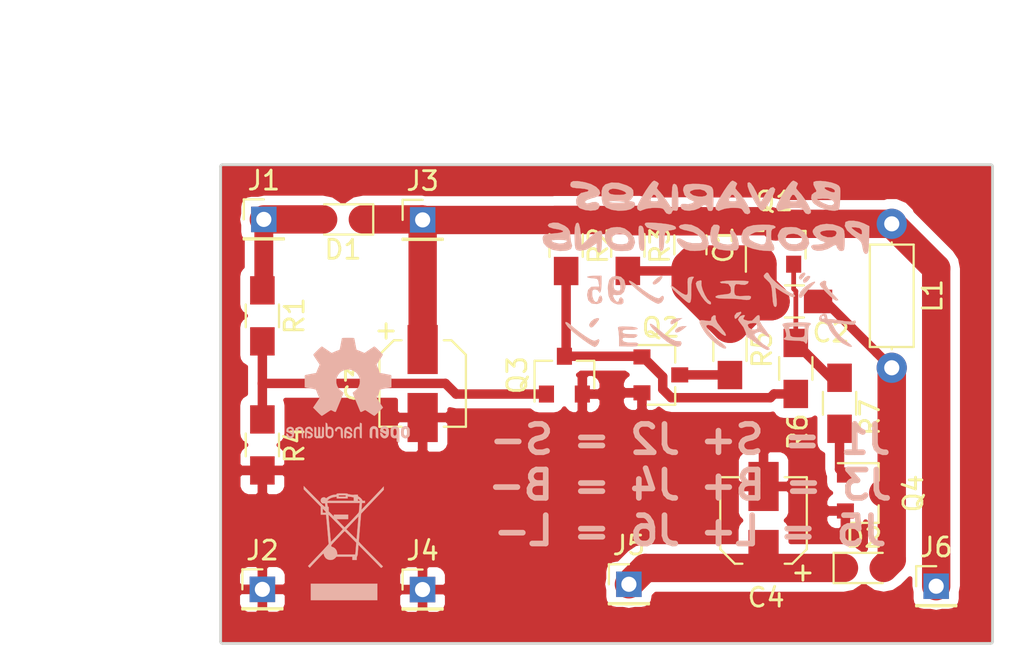
<source format=kicad_pcb>
(kicad_pcb (version 4) (host pcbnew 4.0.7)

  (general
    (links 35)
    (no_connects 2)
    (area 134.722799 89.307599 175.731241 114.796641)
    (thickness 1.6)
    (drawings 11)
    (tracks 63)
    (zones 0)
    (modules 27)
    (nets 12)
  )

  (page A4)
  (layers
    (0 F.Cu signal)
    (31 B.Cu signal)
    (32 B.Adhes user)
    (33 F.Adhes user)
    (34 B.Paste user)
    (35 F.Paste user)
    (36 B.SilkS user)
    (37 F.SilkS user)
    (38 B.Mask user)
    (39 F.Mask user)
    (40 Dwgs.User user)
    (41 Cmts.User user)
    (42 Eco1.User user)
    (43 Eco2.User user)
    (44 Edge.Cuts user)
    (45 Margin user)
    (46 B.CrtYd user)
    (47 F.CrtYd user)
    (48 B.Fab user)
    (49 F.Fab user)
  )

  (setup
    (last_trace_width 0.25)
    (user_trace_width 0.5)
    (user_trace_width 1)
    (user_trace_width 1.5)
    (user_trace_width 2)
    (trace_clearance 0.2)
    (zone_clearance 0.508)
    (zone_45_only no)
    (trace_min 0.2)
    (segment_width 0.2)
    (edge_width 0.15)
    (via_size 0.6)
    (via_drill 0.4)
    (via_min_size 0.4)
    (via_min_drill 0.3)
    (uvia_size 0.3)
    (uvia_drill 0.1)
    (uvias_allowed no)
    (uvia_min_size 0.2)
    (uvia_min_drill 0.1)
    (pcb_text_width 0.3)
    (pcb_text_size 1.5 1.5)
    (mod_edge_width 0.15)
    (mod_text_size 1 1)
    (mod_text_width 0.15)
    (pad_size 0.9 0.8)
    (pad_drill 0)
    (pad_to_mask_clearance 0.2)
    (aux_axis_origin 0 0)
    (visible_elements FFFFFF7F)
    (pcbplotparams
      (layerselection 0x00030_80000001)
      (usegerberextensions false)
      (excludeedgelayer true)
      (linewidth 0.100000)
      (plotframeref false)
      (viasonmask false)
      (mode 1)
      (useauxorigin false)
      (hpglpennumber 1)
      (hpglpenspeed 20)
      (hpglpendiameter 15)
      (hpglpenoverlay 2)
      (psnegative false)
      (psa4output false)
      (plotreference true)
      (plotvalue true)
      (plotinvisibletext false)
      (padsonsilk false)
      (subtractmaskfromsilk false)
      (outputformat 1)
      (mirror false)
      (drillshape 1)
      (scaleselection 1)
      (outputdirectory ""))
  )

  (net 0 "")
  (net 1 "Net-(C1-Pad1)")
  (net 2 "Net-(C1-Pad2)")
  (net 3 "Net-(C2-Pad1)")
  (net 4 GND)
  (net 5 "Net-(C4-Pad1)")
  (net 6 "Net-(D1-Pad2)")
  (net 7 "Net-(Q1-Pad2)")
  (net 8 "Net-(Q2-Pad1)")
  (net 9 "Net-(Q2-Pad3)")
  (net 10 "Net-(Q3-Pad1)")
  (net 11 "Net-(Q4-Pad1)")

  (net_class Default "Dies ist die voreingestellte Netzklasse."
    (clearance 0.2)
    (trace_width 0.25)
    (via_dia 0.6)
    (via_drill 0.4)
    (uvia_dia 0.3)
    (uvia_drill 0.1)
    (add_net GND)
    (add_net "Net-(C1-Pad1)")
    (add_net "Net-(C1-Pad2)")
    (add_net "Net-(C2-Pad1)")
    (add_net "Net-(C4-Pad1)")
    (add_net "Net-(D1-Pad2)")
    (add_net "Net-(Q1-Pad2)")
    (add_net "Net-(Q2-Pad1)")
    (add_net "Net-(Q2-Pad3)")
    (add_net "Net-(Q3-Pad1)")
    (add_net "Net-(Q4-Pad1)")
  )

  (module Capacitors_SMD:C_0805_HandSoldering (layer F.Cu) (tedit 58AA84A8) (tstamp 5ADC9FB5)
    (at 159.6644 93.6244 270)
    (descr "Capacitor SMD 0805, hand soldering")
    (tags "capacitor 0805")
    (path /5ADC6D54)
    (attr smd)
    (fp_text reference C1 (at 0 -1.75 270) (layer F.SilkS)
      (effects (font (size 1 1) (thickness 0.15)))
    )
    (fp_text value 472 (at 0 1.75 270) (layer F.Fab)
      (effects (font (size 1 1) (thickness 0.15)))
    )
    (fp_text user %R (at 0 -1.75 270) (layer F.Fab)
      (effects (font (size 1 1) (thickness 0.15)))
    )
    (fp_line (start -1 0.62) (end -1 -0.62) (layer F.Fab) (width 0.1))
    (fp_line (start 1 0.62) (end -1 0.62) (layer F.Fab) (width 0.1))
    (fp_line (start 1 -0.62) (end 1 0.62) (layer F.Fab) (width 0.1))
    (fp_line (start -1 -0.62) (end 1 -0.62) (layer F.Fab) (width 0.1))
    (fp_line (start 0.5 -0.85) (end -0.5 -0.85) (layer F.SilkS) (width 0.12))
    (fp_line (start -0.5 0.85) (end 0.5 0.85) (layer F.SilkS) (width 0.12))
    (fp_line (start -2.25 -0.88) (end 2.25 -0.88) (layer F.CrtYd) (width 0.05))
    (fp_line (start -2.25 -0.88) (end -2.25 0.87) (layer F.CrtYd) (width 0.05))
    (fp_line (start 2.25 0.87) (end 2.25 -0.88) (layer F.CrtYd) (width 0.05))
    (fp_line (start 2.25 0.87) (end -2.25 0.87) (layer F.CrtYd) (width 0.05))
    (pad 1 smd rect (at -1.25 0 270) (size 1.5 1.25) (layers F.Cu F.Paste F.Mask)
      (net 1 "Net-(C1-Pad1)"))
    (pad 2 smd rect (at 1.25 0 270) (size 1.5 1.25) (layers F.Cu F.Paste F.Mask)
      (net 2 "Net-(C1-Pad2)"))
    (model Capacitors_SMD.3dshapes/C_0805.wrl
      (at (xyz 0 0 0))
      (scale (xyz 1 1 1))
      (rotate (xyz 0 0 0))
    )
  )

  (module Capacitors_SMD:C_0805_HandSoldering (layer F.Cu) (tedit 5ADCC5A1) (tstamp 5ADC9FBB)
    (at 165.17112 96.6216 180)
    (descr "Capacitor SMD 0805, hand soldering")
    (tags "capacitor 0805")
    (path /5ADC6DD8)
    (attr smd)
    (fp_text reference C2 (at -1.93548 -1.64592 180) (layer F.SilkS)
      (effects (font (size 1 1) (thickness 0.15)))
    )
    (fp_text value 681 (at 0 1.75 180) (layer F.Fab)
      (effects (font (size 1 1) (thickness 0.15)))
    )
    (fp_text user %R (at 0 -1.75 180) (layer F.Fab)
      (effects (font (size 1 1) (thickness 0.15)))
    )
    (fp_line (start -1 0.62) (end -1 -0.62) (layer F.Fab) (width 0.1))
    (fp_line (start 1 0.62) (end -1 0.62) (layer F.Fab) (width 0.1))
    (fp_line (start 1 -0.62) (end 1 0.62) (layer F.Fab) (width 0.1))
    (fp_line (start -1 -0.62) (end 1 -0.62) (layer F.Fab) (width 0.1))
    (fp_line (start 0.5 -0.85) (end -0.5 -0.85) (layer F.SilkS) (width 0.12))
    (fp_line (start -0.5 0.85) (end 0.5 0.85) (layer F.SilkS) (width 0.12))
    (fp_line (start -2.25 -0.88) (end 2.25 -0.88) (layer F.CrtYd) (width 0.05))
    (fp_line (start -2.25 -0.88) (end -2.25 0.87) (layer F.CrtYd) (width 0.05))
    (fp_line (start 2.25 0.87) (end 2.25 -0.88) (layer F.CrtYd) (width 0.05))
    (fp_line (start 2.25 0.87) (end -2.25 0.87) (layer F.CrtYd) (width 0.05))
    (pad 1 smd rect (at -1.25 0 180) (size 1.5 1.25) (layers F.Cu F.Paste F.Mask)
      (net 3 "Net-(C2-Pad1)"))
    (pad 2 smd rect (at 1.25 0 180) (size 1.5 1.25) (layers F.Cu F.Paste F.Mask)
      (net 2 "Net-(C1-Pad2)"))
    (model Capacitors_SMD.3dshapes/C_0805.wrl
      (at (xyz 0 0 0))
      (scale (xyz 1 1 1))
      (rotate (xyz 0 0 0))
    )
  )

  (module Capacitors_SMD:CP_Elec_4x5.8 (layer F.Cu) (tedit 58AA8627) (tstamp 5ADC9FC1)
    (at 145.4912 100.965 270)
    (descr "SMT capacitor, aluminium electrolytic, 4x5.8")
    (path /5ADC6E12)
    (attr smd)
    (fp_text reference C3 (at 0 3.54 270) (layer F.SilkS)
      (effects (font (size 1 1) (thickness 0.15)))
    )
    (fp_text value 50v10µF (at 0 -3.54 270) (layer F.Fab)
      (effects (font (size 1 1) (thickness 0.15)))
    )
    (fp_circle (center 0 0) (end 0 2) (layer F.Fab) (width 0.1))
    (fp_text user + (at -1.12 -0.06 270) (layer F.Fab)
      (effects (font (size 1 1) (thickness 0.15)))
    )
    (fp_text user + (at -2.78 2.01 270) (layer F.SilkS)
      (effects (font (size 1 1) (thickness 0.15)))
    )
    (fp_text user %R (at 0 3.54 270) (layer F.Fab)
      (effects (font (size 1 1) (thickness 0.15)))
    )
    (fp_line (start 2.13 2.13) (end 2.13 -2.13) (layer F.Fab) (width 0.1))
    (fp_line (start -1.46 2.13) (end 2.13 2.13) (layer F.Fab) (width 0.1))
    (fp_line (start -2.13 1.46) (end -1.46 2.13) (layer F.Fab) (width 0.1))
    (fp_line (start -2.13 -1.46) (end -2.13 1.46) (layer F.Fab) (width 0.1))
    (fp_line (start -1.46 -2.13) (end -2.13 -1.46) (layer F.Fab) (width 0.1))
    (fp_line (start 2.13 -2.13) (end -1.46 -2.13) (layer F.Fab) (width 0.1))
    (fp_line (start -2.29 1.52) (end -2.29 1.12) (layer F.SilkS) (width 0.12))
    (fp_line (start 2.29 2.29) (end 2.29 1.12) (layer F.SilkS) (width 0.12))
    (fp_line (start 2.29 -2.29) (end 2.29 -1.12) (layer F.SilkS) (width 0.12))
    (fp_line (start -2.29 -1.52) (end -2.29 -1.12) (layer F.SilkS) (width 0.12))
    (fp_line (start -1.52 2.29) (end 2.29 2.29) (layer F.SilkS) (width 0.12))
    (fp_line (start -1.52 2.29) (end -2.29 1.52) (layer F.SilkS) (width 0.12))
    (fp_line (start -1.52 -2.29) (end 2.29 -2.29) (layer F.SilkS) (width 0.12))
    (fp_line (start -1.52 -2.29) (end -2.29 -1.52) (layer F.SilkS) (width 0.12))
    (fp_line (start -3.35 -2.39) (end 3.35 -2.39) (layer F.CrtYd) (width 0.05))
    (fp_line (start -3.35 -2.39) (end -3.35 2.38) (layer F.CrtYd) (width 0.05))
    (fp_line (start 3.35 2.38) (end 3.35 -2.39) (layer F.CrtYd) (width 0.05))
    (fp_line (start 3.35 2.38) (end -3.35 2.38) (layer F.CrtYd) (width 0.05))
    (pad 1 smd rect (at -1.8 0 90) (size 2.6 1.6) (layers F.Cu F.Paste F.Mask)
      (net 1 "Net-(C1-Pad1)"))
    (pad 2 smd rect (at 1.8 0 90) (size 2.6 1.6) (layers F.Cu F.Paste F.Mask)
      (net 4 GND))
    (model Capacitors_SMD.3dshapes/CP_Elec_4x5.8.wrl
      (at (xyz 0 0 0))
      (scale (xyz 1 1 1))
      (rotate (xyz 0 0 180))
    )
  )

  (module Capacitors_SMD:CP_Elec_4x5.8 (layer F.Cu) (tedit 5ADCC616) (tstamp 5ADC9FC7)
    (at 163.53536 108.21416 90)
    (descr "SMT capacitor, aluminium electrolytic, 4x5.8")
    (path /5ADC6E80)
    (attr smd)
    (fp_text reference C4 (at -4.07924 0.13716 180) (layer F.SilkS)
      (effects (font (size 1 1) (thickness 0.15)))
    )
    (fp_text value 25v10µF (at 0 -3.54 90) (layer F.Fab)
      (effects (font (size 1 1) (thickness 0.15)))
    )
    (fp_circle (center 0 0) (end 0 2) (layer F.Fab) (width 0.1))
    (fp_text user + (at -1.12 -0.06 90) (layer F.Fab)
      (effects (font (size 1 1) (thickness 0.15)))
    )
    (fp_text user + (at -2.78 2.01 90) (layer F.SilkS)
      (effects (font (size 1 1) (thickness 0.15)))
    )
    (fp_text user %R (at 0 3.54 90) (layer F.Fab)
      (effects (font (size 1 1) (thickness 0.15)))
    )
    (fp_line (start 2.13 2.13) (end 2.13 -2.13) (layer F.Fab) (width 0.1))
    (fp_line (start -1.46 2.13) (end 2.13 2.13) (layer F.Fab) (width 0.1))
    (fp_line (start -2.13 1.46) (end -1.46 2.13) (layer F.Fab) (width 0.1))
    (fp_line (start -2.13 -1.46) (end -2.13 1.46) (layer F.Fab) (width 0.1))
    (fp_line (start -1.46 -2.13) (end -2.13 -1.46) (layer F.Fab) (width 0.1))
    (fp_line (start 2.13 -2.13) (end -1.46 -2.13) (layer F.Fab) (width 0.1))
    (fp_line (start -2.29 1.52) (end -2.29 1.12) (layer F.SilkS) (width 0.12))
    (fp_line (start 2.29 2.29) (end 2.29 1.12) (layer F.SilkS) (width 0.12))
    (fp_line (start 2.29 -2.29) (end 2.29 -1.12) (layer F.SilkS) (width 0.12))
    (fp_line (start -2.29 -1.52) (end -2.29 -1.12) (layer F.SilkS) (width 0.12))
    (fp_line (start -1.52 2.29) (end 2.29 2.29) (layer F.SilkS) (width 0.12))
    (fp_line (start -1.52 2.29) (end -2.29 1.52) (layer F.SilkS) (width 0.12))
    (fp_line (start -1.52 -2.29) (end 2.29 -2.29) (layer F.SilkS) (width 0.12))
    (fp_line (start -1.52 -2.29) (end -2.29 -1.52) (layer F.SilkS) (width 0.12))
    (fp_line (start -3.35 -2.39) (end 3.35 -2.39) (layer F.CrtYd) (width 0.05))
    (fp_line (start -3.35 -2.39) (end -3.35 2.38) (layer F.CrtYd) (width 0.05))
    (fp_line (start 3.35 2.38) (end 3.35 -2.39) (layer F.CrtYd) (width 0.05))
    (fp_line (start 3.35 2.38) (end -3.35 2.38) (layer F.CrtYd) (width 0.05))
    (pad 1 smd rect (at -1.8 0 270) (size 2.6 1.6) (layers F.Cu F.Paste F.Mask)
      (net 5 "Net-(C4-Pad1)"))
    (pad 2 smd rect (at 1.8 0 270) (size 2.6 1.6) (layers F.Cu F.Paste F.Mask)
      (net 4 GND))
    (model Capacitors_SMD.3dshapes/CP_Elec_4x5.8.wrl
      (at (xyz 0 0 0))
      (scale (xyz 1 1 1))
      (rotate (xyz 0 0 180))
    )
  )

  (module Diodes_SMD:D_0805 (layer F.Cu) (tedit 590CE9A4) (tstamp 5ADC9FCD)
    (at 141.2748 92.2782 180)
    (descr "Diode SMD in 0805 package http://datasheets.avx.com/schottky.pdf")
    (tags "smd diode")
    (path /5ADC72FE)
    (attr smd)
    (fp_text reference D1 (at 0 -1.6 180) (layer F.SilkS)
      (effects (font (size 1 1) (thickness 0.15)))
    )
    (fp_text value 4N5819 (at 0 1.7 180) (layer F.Fab)
      (effects (font (size 1 1) (thickness 0.15)))
    )
    (fp_text user %R (at 0 -1.6 180) (layer F.Fab)
      (effects (font (size 1 1) (thickness 0.15)))
    )
    (fp_line (start -1.6 -0.8) (end -1.6 0.8) (layer F.SilkS) (width 0.12))
    (fp_line (start -1.7 0.88) (end -1.7 -0.88) (layer F.CrtYd) (width 0.05))
    (fp_line (start 1.7 0.88) (end -1.7 0.88) (layer F.CrtYd) (width 0.05))
    (fp_line (start 1.7 -0.88) (end 1.7 0.88) (layer F.CrtYd) (width 0.05))
    (fp_line (start -1.7 -0.88) (end 1.7 -0.88) (layer F.CrtYd) (width 0.05))
    (fp_line (start 0.2 0) (end 0.4 0) (layer F.Fab) (width 0.1))
    (fp_line (start -0.1 0) (end -0.3 0) (layer F.Fab) (width 0.1))
    (fp_line (start -0.1 -0.2) (end -0.1 0.2) (layer F.Fab) (width 0.1))
    (fp_line (start 0.2 0.2) (end 0.2 -0.2) (layer F.Fab) (width 0.1))
    (fp_line (start -0.1 0) (end 0.2 0.2) (layer F.Fab) (width 0.1))
    (fp_line (start 0.2 -0.2) (end -0.1 0) (layer F.Fab) (width 0.1))
    (fp_line (start -1 0.65) (end -1 -0.65) (layer F.Fab) (width 0.1))
    (fp_line (start 1 0.65) (end -1 0.65) (layer F.Fab) (width 0.1))
    (fp_line (start 1 -0.65) (end 1 0.65) (layer F.Fab) (width 0.1))
    (fp_line (start -1 -0.65) (end 1 -0.65) (layer F.Fab) (width 0.1))
    (fp_line (start -1.6 0.8) (end 1 0.8) (layer F.SilkS) (width 0.12))
    (fp_line (start -1.6 -0.8) (end 1 -0.8) (layer F.SilkS) (width 0.12))
    (pad 1 smd rect (at -1.05 0 180) (size 0.8 0.9) (layers F.Cu F.Paste F.Mask)
      (net 1 "Net-(C1-Pad1)"))
    (pad 2 smd rect (at 1.05 0 180) (size 0.8 0.9) (layers F.Cu F.Paste F.Mask)
      (net 6 "Net-(D1-Pad2)"))
    (model ${KISYS3DMOD}/Diodes_SMD.3dshapes/D_0805.wrl
      (at (xyz 0 0 0))
      (scale (xyz 1 1 1))
      (rotate (xyz 0 0 0))
    )
  )

  (module Diodes_SMD:D_0805 (layer F.Cu) (tedit 590CE9A4) (tstamp 5ADC9FD3)
    (at 168.84396 110.72876)
    (descr "Diode SMD in 0805 package http://datasheets.avx.com/schottky.pdf")
    (tags "smd diode")
    (path /5ADC7390)
    (attr smd)
    (fp_text reference D2 (at 0 -1.6) (layer F.SilkS)
      (effects (font (size 1 1) (thickness 0.15)))
    )
    (fp_text value 4N5819 (at 0 1.7) (layer F.Fab)
      (effects (font (size 1 1) (thickness 0.15)))
    )
    (fp_text user %R (at 0 -1.6) (layer F.Fab)
      (effects (font (size 1 1) (thickness 0.15)))
    )
    (fp_line (start -1.6 -0.8) (end -1.6 0.8) (layer F.SilkS) (width 0.12))
    (fp_line (start -1.7 0.88) (end -1.7 -0.88) (layer F.CrtYd) (width 0.05))
    (fp_line (start 1.7 0.88) (end -1.7 0.88) (layer F.CrtYd) (width 0.05))
    (fp_line (start 1.7 -0.88) (end 1.7 0.88) (layer F.CrtYd) (width 0.05))
    (fp_line (start -1.7 -0.88) (end 1.7 -0.88) (layer F.CrtYd) (width 0.05))
    (fp_line (start 0.2 0) (end 0.4 0) (layer F.Fab) (width 0.1))
    (fp_line (start -0.1 0) (end -0.3 0) (layer F.Fab) (width 0.1))
    (fp_line (start -0.1 -0.2) (end -0.1 0.2) (layer F.Fab) (width 0.1))
    (fp_line (start 0.2 0.2) (end 0.2 -0.2) (layer F.Fab) (width 0.1))
    (fp_line (start -0.1 0) (end 0.2 0.2) (layer F.Fab) (width 0.1))
    (fp_line (start 0.2 -0.2) (end -0.1 0) (layer F.Fab) (width 0.1))
    (fp_line (start -1 0.65) (end -1 -0.65) (layer F.Fab) (width 0.1))
    (fp_line (start 1 0.65) (end -1 0.65) (layer F.Fab) (width 0.1))
    (fp_line (start 1 -0.65) (end 1 0.65) (layer F.Fab) (width 0.1))
    (fp_line (start -1 -0.65) (end 1 -0.65) (layer F.Fab) (width 0.1))
    (fp_line (start -1.6 0.8) (end 1 0.8) (layer F.SilkS) (width 0.12))
    (fp_line (start -1.6 -0.8) (end 1 -0.8) (layer F.SilkS) (width 0.12))
    (pad 1 smd rect (at -1.05 0) (size 0.8 0.9) (layers F.Cu F.Paste F.Mask)
      (net 5 "Net-(C4-Pad1)"))
    (pad 2 smd rect (at 1.05 0) (size 0.8 0.9) (layers F.Cu F.Paste F.Mask)
      (net 3 "Net-(C2-Pad1)"))
    (model ${KISYS3DMOD}/Diodes_SMD.3dshapes/D_0805.wrl
      (at (xyz 0 0 0))
      (scale (xyz 1 1 1))
      (rotate (xyz 0 0 0))
    )
  )

  (module Pin_Headers:Pin_Header_Straight_1x01_Pitch2.00mm (layer F.Cu) (tedit 59650533) (tstamp 5ADC9FD8)
    (at 137.0838 92.2782)
    (descr "Through hole straight pin header, 1x01, 2.00mm pitch, single row")
    (tags "Through hole pin header THT 1x01 2.00mm single row")
    (path /5ADC6FCD)
    (fp_text reference J1 (at 0 -2.06) (layer F.SilkS)
      (effects (font (size 1 1) (thickness 0.15)))
    )
    (fp_text value Conn_01x01 (at 0 2.06) (layer F.Fab)
      (effects (font (size 1 1) (thickness 0.15)))
    )
    (fp_line (start -0.5 -1) (end 1 -1) (layer F.Fab) (width 0.1))
    (fp_line (start 1 -1) (end 1 1) (layer F.Fab) (width 0.1))
    (fp_line (start 1 1) (end -1 1) (layer F.Fab) (width 0.1))
    (fp_line (start -1 1) (end -1 -0.5) (layer F.Fab) (width 0.1))
    (fp_line (start -1 -0.5) (end -0.5 -1) (layer F.Fab) (width 0.1))
    (fp_line (start -1.06 1.06) (end 1.06 1.06) (layer F.SilkS) (width 0.12))
    (fp_line (start -1.06 1) (end -1.06 1.06) (layer F.SilkS) (width 0.12))
    (fp_line (start 1.06 1) (end 1.06 1.06) (layer F.SilkS) (width 0.12))
    (fp_line (start -1.06 1) (end 1.06 1) (layer F.SilkS) (width 0.12))
    (fp_line (start -1.06 0) (end -1.06 -1.06) (layer F.SilkS) (width 0.12))
    (fp_line (start -1.06 -1.06) (end 0 -1.06) (layer F.SilkS) (width 0.12))
    (fp_line (start -1.5 -1.5) (end -1.5 1.5) (layer F.CrtYd) (width 0.05))
    (fp_line (start -1.5 1.5) (end 1.5 1.5) (layer F.CrtYd) (width 0.05))
    (fp_line (start 1.5 1.5) (end 1.5 -1.5) (layer F.CrtYd) (width 0.05))
    (fp_line (start 1.5 -1.5) (end -1.5 -1.5) (layer F.CrtYd) (width 0.05))
    (fp_text user %R (at 0 0 90) (layer F.Fab)
      (effects (font (size 1 1) (thickness 0.15)))
    )
    (pad 1 thru_hole rect (at 0 0) (size 1.35 1.35) (drill 0.8) (layers *.Cu *.Mask)
      (net 6 "Net-(D1-Pad2)"))
    (model ${KISYS3DMOD}/Pin_Headers.3dshapes/Pin_Header_Straight_1x01_Pitch2.00mm.wrl
      (at (xyz 0 0 0))
      (scale (xyz 1 1 1))
      (rotate (xyz 0 0 0))
    )
  )

  (module Pin_Headers:Pin_Header_Straight_1x01_Pitch2.00mm (layer F.Cu) (tedit 59650533) (tstamp 5ADC9FDD)
    (at 137.0076 111.8616)
    (descr "Through hole straight pin header, 1x01, 2.00mm pitch, single row")
    (tags "Through hole pin header THT 1x01 2.00mm single row")
    (path /5ADC705B)
    (fp_text reference J2 (at 0 -2.06) (layer F.SilkS)
      (effects (font (size 1 1) (thickness 0.15)))
    )
    (fp_text value Conn_01x01 (at 0 2.06) (layer F.Fab)
      (effects (font (size 1 1) (thickness 0.15)))
    )
    (fp_line (start -0.5 -1) (end 1 -1) (layer F.Fab) (width 0.1))
    (fp_line (start 1 -1) (end 1 1) (layer F.Fab) (width 0.1))
    (fp_line (start 1 1) (end -1 1) (layer F.Fab) (width 0.1))
    (fp_line (start -1 1) (end -1 -0.5) (layer F.Fab) (width 0.1))
    (fp_line (start -1 -0.5) (end -0.5 -1) (layer F.Fab) (width 0.1))
    (fp_line (start -1.06 1.06) (end 1.06 1.06) (layer F.SilkS) (width 0.12))
    (fp_line (start -1.06 1) (end -1.06 1.06) (layer F.SilkS) (width 0.12))
    (fp_line (start 1.06 1) (end 1.06 1.06) (layer F.SilkS) (width 0.12))
    (fp_line (start -1.06 1) (end 1.06 1) (layer F.SilkS) (width 0.12))
    (fp_line (start -1.06 0) (end -1.06 -1.06) (layer F.SilkS) (width 0.12))
    (fp_line (start -1.06 -1.06) (end 0 -1.06) (layer F.SilkS) (width 0.12))
    (fp_line (start -1.5 -1.5) (end -1.5 1.5) (layer F.CrtYd) (width 0.05))
    (fp_line (start -1.5 1.5) (end 1.5 1.5) (layer F.CrtYd) (width 0.05))
    (fp_line (start 1.5 1.5) (end 1.5 -1.5) (layer F.CrtYd) (width 0.05))
    (fp_line (start 1.5 -1.5) (end -1.5 -1.5) (layer F.CrtYd) (width 0.05))
    (fp_text user %R (at 0 0 90) (layer F.Fab)
      (effects (font (size 1 1) (thickness 0.15)))
    )
    (pad 1 thru_hole rect (at 0 0) (size 1.35 1.35) (drill 0.8) (layers *.Cu *.Mask)
      (net 4 GND))
    (model ${KISYS3DMOD}/Pin_Headers.3dshapes/Pin_Header_Straight_1x01_Pitch2.00mm.wrl
      (at (xyz 0 0 0))
      (scale (xyz 1 1 1))
      (rotate (xyz 0 0 0))
    )
  )

  (module Pin_Headers:Pin_Header_Straight_1x01_Pitch2.00mm (layer F.Cu) (tedit 59650533) (tstamp 5ADC9FE2)
    (at 145.4912 92.3036)
    (descr "Through hole straight pin header, 1x01, 2.00mm pitch, single row")
    (tags "Through hole pin header THT 1x01 2.00mm single row")
    (path /5ADC70AF)
    (fp_text reference J3 (at 0 -2.06) (layer F.SilkS)
      (effects (font (size 1 1) (thickness 0.15)))
    )
    (fp_text value Conn_01x01 (at 0 2.06) (layer F.Fab)
      (effects (font (size 1 1) (thickness 0.15)))
    )
    (fp_line (start -0.5 -1) (end 1 -1) (layer F.Fab) (width 0.1))
    (fp_line (start 1 -1) (end 1 1) (layer F.Fab) (width 0.1))
    (fp_line (start 1 1) (end -1 1) (layer F.Fab) (width 0.1))
    (fp_line (start -1 1) (end -1 -0.5) (layer F.Fab) (width 0.1))
    (fp_line (start -1 -0.5) (end -0.5 -1) (layer F.Fab) (width 0.1))
    (fp_line (start -1.06 1.06) (end 1.06 1.06) (layer F.SilkS) (width 0.12))
    (fp_line (start -1.06 1) (end -1.06 1.06) (layer F.SilkS) (width 0.12))
    (fp_line (start 1.06 1) (end 1.06 1.06) (layer F.SilkS) (width 0.12))
    (fp_line (start -1.06 1) (end 1.06 1) (layer F.SilkS) (width 0.12))
    (fp_line (start -1.06 0) (end -1.06 -1.06) (layer F.SilkS) (width 0.12))
    (fp_line (start -1.06 -1.06) (end 0 -1.06) (layer F.SilkS) (width 0.12))
    (fp_line (start -1.5 -1.5) (end -1.5 1.5) (layer F.CrtYd) (width 0.05))
    (fp_line (start -1.5 1.5) (end 1.5 1.5) (layer F.CrtYd) (width 0.05))
    (fp_line (start 1.5 1.5) (end 1.5 -1.5) (layer F.CrtYd) (width 0.05))
    (fp_line (start 1.5 -1.5) (end -1.5 -1.5) (layer F.CrtYd) (width 0.05))
    (fp_text user %R (at 0 0 90) (layer F.Fab)
      (effects (font (size 1 1) (thickness 0.15)))
    )
    (pad 1 thru_hole rect (at 0 0) (size 1.35 1.35) (drill 0.8) (layers *.Cu *.Mask)
      (net 1 "Net-(C1-Pad1)"))
    (model ${KISYS3DMOD}/Pin_Headers.3dshapes/Pin_Header_Straight_1x01_Pitch2.00mm.wrl
      (at (xyz 0 0 0))
      (scale (xyz 1 1 1))
      (rotate (xyz 0 0 0))
    )
  )

  (module Pin_Headers:Pin_Header_Straight_1x01_Pitch2.00mm (layer F.Cu) (tedit 59650533) (tstamp 5ADC9FE7)
    (at 145.48612 111.87176)
    (descr "Through hole straight pin header, 1x01, 2.00mm pitch, single row")
    (tags "Through hole pin header THT 1x01 2.00mm single row")
    (path /5ADC7110)
    (fp_text reference J4 (at 0 -2.06) (layer F.SilkS)
      (effects (font (size 1 1) (thickness 0.15)))
    )
    (fp_text value Conn_01x01 (at 0 2.06) (layer F.Fab)
      (effects (font (size 1 1) (thickness 0.15)))
    )
    (fp_line (start -0.5 -1) (end 1 -1) (layer F.Fab) (width 0.1))
    (fp_line (start 1 -1) (end 1 1) (layer F.Fab) (width 0.1))
    (fp_line (start 1 1) (end -1 1) (layer F.Fab) (width 0.1))
    (fp_line (start -1 1) (end -1 -0.5) (layer F.Fab) (width 0.1))
    (fp_line (start -1 -0.5) (end -0.5 -1) (layer F.Fab) (width 0.1))
    (fp_line (start -1.06 1.06) (end 1.06 1.06) (layer F.SilkS) (width 0.12))
    (fp_line (start -1.06 1) (end -1.06 1.06) (layer F.SilkS) (width 0.12))
    (fp_line (start 1.06 1) (end 1.06 1.06) (layer F.SilkS) (width 0.12))
    (fp_line (start -1.06 1) (end 1.06 1) (layer F.SilkS) (width 0.12))
    (fp_line (start -1.06 0) (end -1.06 -1.06) (layer F.SilkS) (width 0.12))
    (fp_line (start -1.06 -1.06) (end 0 -1.06) (layer F.SilkS) (width 0.12))
    (fp_line (start -1.5 -1.5) (end -1.5 1.5) (layer F.CrtYd) (width 0.05))
    (fp_line (start -1.5 1.5) (end 1.5 1.5) (layer F.CrtYd) (width 0.05))
    (fp_line (start 1.5 1.5) (end 1.5 -1.5) (layer F.CrtYd) (width 0.05))
    (fp_line (start 1.5 -1.5) (end -1.5 -1.5) (layer F.CrtYd) (width 0.05))
    (fp_text user %R (at 0 0 90) (layer F.Fab)
      (effects (font (size 1 1) (thickness 0.15)))
    )
    (pad 1 thru_hole rect (at 0 0) (size 1.35 1.35) (drill 0.8) (layers *.Cu *.Mask)
      (net 4 GND))
    (model ${KISYS3DMOD}/Pin_Headers.3dshapes/Pin_Header_Straight_1x01_Pitch2.00mm.wrl
      (at (xyz 0 0 0))
      (scale (xyz 1 1 1))
      (rotate (xyz 0 0 0))
    )
  )

  (module Pin_Headers:Pin_Header_Straight_1x01_Pitch2.00mm (layer F.Cu) (tedit 59650533) (tstamp 5ADC9FEC)
    (at 156.40812 111.59236)
    (descr "Through hole straight pin header, 1x01, 2.00mm pitch, single row")
    (tags "Through hole pin header THT 1x01 2.00mm single row")
    (path /5ADC7172)
    (fp_text reference J5 (at 0 -2.06) (layer F.SilkS)
      (effects (font (size 1 1) (thickness 0.15)))
    )
    (fp_text value Conn_01x01 (at 0 2.06) (layer F.Fab)
      (effects (font (size 1 1) (thickness 0.15)))
    )
    (fp_line (start -0.5 -1) (end 1 -1) (layer F.Fab) (width 0.1))
    (fp_line (start 1 -1) (end 1 1) (layer F.Fab) (width 0.1))
    (fp_line (start 1 1) (end -1 1) (layer F.Fab) (width 0.1))
    (fp_line (start -1 1) (end -1 -0.5) (layer F.Fab) (width 0.1))
    (fp_line (start -1 -0.5) (end -0.5 -1) (layer F.Fab) (width 0.1))
    (fp_line (start -1.06 1.06) (end 1.06 1.06) (layer F.SilkS) (width 0.12))
    (fp_line (start -1.06 1) (end -1.06 1.06) (layer F.SilkS) (width 0.12))
    (fp_line (start 1.06 1) (end 1.06 1.06) (layer F.SilkS) (width 0.12))
    (fp_line (start -1.06 1) (end 1.06 1) (layer F.SilkS) (width 0.12))
    (fp_line (start -1.06 0) (end -1.06 -1.06) (layer F.SilkS) (width 0.12))
    (fp_line (start -1.06 -1.06) (end 0 -1.06) (layer F.SilkS) (width 0.12))
    (fp_line (start -1.5 -1.5) (end -1.5 1.5) (layer F.CrtYd) (width 0.05))
    (fp_line (start -1.5 1.5) (end 1.5 1.5) (layer F.CrtYd) (width 0.05))
    (fp_line (start 1.5 1.5) (end 1.5 -1.5) (layer F.CrtYd) (width 0.05))
    (fp_line (start 1.5 -1.5) (end -1.5 -1.5) (layer F.CrtYd) (width 0.05))
    (fp_text user %R (at 0 0 90) (layer F.Fab)
      (effects (font (size 1 1) (thickness 0.15)))
    )
    (pad 1 thru_hole rect (at 0 0) (size 1.35 1.35) (drill 0.8) (layers *.Cu *.Mask)
      (net 5 "Net-(C4-Pad1)"))
    (model ${KISYS3DMOD}/Pin_Headers.3dshapes/Pin_Header_Straight_1x01_Pitch2.00mm.wrl
      (at (xyz 0 0 0))
      (scale (xyz 1 1 1))
      (rotate (xyz 0 0 0))
    )
  )

  (module Pin_Headers:Pin_Header_Straight_1x01_Pitch2.00mm (layer F.Cu) (tedit 59650533) (tstamp 5ADC9FF1)
    (at 172.67428 111.69396)
    (descr "Through hole straight pin header, 1x01, 2.00mm pitch, single row")
    (tags "Through hole pin header THT 1x01 2.00mm single row")
    (path /5ADC71CF)
    (fp_text reference J6 (at 0 -2.06) (layer F.SilkS)
      (effects (font (size 1 1) (thickness 0.15)))
    )
    (fp_text value Conn_01x01 (at 0 2.06) (layer F.Fab)
      (effects (font (size 1 1) (thickness 0.15)))
    )
    (fp_line (start -0.5 -1) (end 1 -1) (layer F.Fab) (width 0.1))
    (fp_line (start 1 -1) (end 1 1) (layer F.Fab) (width 0.1))
    (fp_line (start 1 1) (end -1 1) (layer F.Fab) (width 0.1))
    (fp_line (start -1 1) (end -1 -0.5) (layer F.Fab) (width 0.1))
    (fp_line (start -1 -0.5) (end -0.5 -1) (layer F.Fab) (width 0.1))
    (fp_line (start -1.06 1.06) (end 1.06 1.06) (layer F.SilkS) (width 0.12))
    (fp_line (start -1.06 1) (end -1.06 1.06) (layer F.SilkS) (width 0.12))
    (fp_line (start 1.06 1) (end 1.06 1.06) (layer F.SilkS) (width 0.12))
    (fp_line (start -1.06 1) (end 1.06 1) (layer F.SilkS) (width 0.12))
    (fp_line (start -1.06 0) (end -1.06 -1.06) (layer F.SilkS) (width 0.12))
    (fp_line (start -1.06 -1.06) (end 0 -1.06) (layer F.SilkS) (width 0.12))
    (fp_line (start -1.5 -1.5) (end -1.5 1.5) (layer F.CrtYd) (width 0.05))
    (fp_line (start -1.5 1.5) (end 1.5 1.5) (layer F.CrtYd) (width 0.05))
    (fp_line (start 1.5 1.5) (end 1.5 -1.5) (layer F.CrtYd) (width 0.05))
    (fp_line (start 1.5 -1.5) (end -1.5 -1.5) (layer F.CrtYd) (width 0.05))
    (fp_text user %R (at 0 0 90) (layer F.Fab)
      (effects (font (size 1 1) (thickness 0.15)))
    )
    (pad 1 thru_hole rect (at 0 0) (size 1.35 1.35) (drill 0.8) (layers *.Cu *.Mask)
      (net 1 "Net-(C1-Pad1)"))
    (model ${KISYS3DMOD}/Pin_Headers.3dshapes/Pin_Header_Straight_1x01_Pitch2.00mm.wrl
      (at (xyz 0 0 0))
      (scale (xyz 1 1 1))
      (rotate (xyz 0 0 0))
    )
  )

  (module Inductors_THT:L_Axial_L5.3mm_D2.2mm_P7.62mm_Horizontal_Vishay_IM-1 (layer F.Cu) (tedit 587E3FCE) (tstamp 5ADC9FF7)
    (at 170.32224 92.51188 270)
    (descr "L, Axial series, Axial, Horizontal, pin pitch=7.62mm, , length*diameter=5.3*2.2mm^2, Vishay, IM-1, http://www.vishay.com/docs/34030/im.pdf")
    (tags "L Axial series Axial Horizontal pin pitch 7.62mm  length 5.3mm diameter 2.2mm Vishay IM-1")
    (path /5ADC6CC5)
    (fp_text reference L1 (at 3.81 -2.16 270) (layer F.SilkS)
      (effects (font (size 1 1) (thickness 0.15)))
    )
    (fp_text value 150µH (at 3.81 2.16 270) (layer F.Fab)
      (effects (font (size 1 1) (thickness 0.15)))
    )
    (fp_line (start 1.16 -1.1) (end 1.16 1.1) (layer F.Fab) (width 0.1))
    (fp_line (start 1.16 1.1) (end 6.46 1.1) (layer F.Fab) (width 0.1))
    (fp_line (start 6.46 1.1) (end 6.46 -1.1) (layer F.Fab) (width 0.1))
    (fp_line (start 6.46 -1.1) (end 1.16 -1.1) (layer F.Fab) (width 0.1))
    (fp_line (start 0 0) (end 1.16 0) (layer F.Fab) (width 0.1))
    (fp_line (start 7.62 0) (end 6.46 0) (layer F.Fab) (width 0.1))
    (fp_line (start 1.1 -1.16) (end 1.1 1.16) (layer F.SilkS) (width 0.12))
    (fp_line (start 1.1 1.16) (end 6.52 1.16) (layer F.SilkS) (width 0.12))
    (fp_line (start 6.52 1.16) (end 6.52 -1.16) (layer F.SilkS) (width 0.12))
    (fp_line (start 6.52 -1.16) (end 1.1 -1.16) (layer F.SilkS) (width 0.12))
    (fp_line (start 0.98 0) (end 1.1 0) (layer F.SilkS) (width 0.12))
    (fp_line (start 6.64 0) (end 6.52 0) (layer F.SilkS) (width 0.12))
    (fp_line (start -1.05 -1.45) (end -1.05 1.45) (layer F.CrtYd) (width 0.05))
    (fp_line (start -1.05 1.45) (end 8.7 1.45) (layer F.CrtYd) (width 0.05))
    (fp_line (start 8.7 1.45) (end 8.7 -1.45) (layer F.CrtYd) (width 0.05))
    (fp_line (start 8.7 -1.45) (end -1.05 -1.45) (layer F.CrtYd) (width 0.05))
    (pad 1 thru_hole circle (at 0 0 270) (size 1.6 1.6) (drill 0.8) (layers *.Cu *.Mask)
      (net 1 "Net-(C1-Pad1)"))
    (pad 2 thru_hole oval (at 7.62 0 270) (size 1.6 1.6) (drill 0.8) (layers *.Cu *.Mask)
      (net 3 "Net-(C2-Pad1)"))
    (model Inductors_THT.3dshapes/L_Axial_L5.3mm_D2.2mm_P7.62mm_Horizontal_Vishay_IM-1.wrl
      (at (xyz 0 0 0))
      (scale (xyz 0.393701 0.393701 0.393701))
      (rotate (xyz 0 0 0))
    )
  )

  (module TO_SOT_Packages_SMD:SOT-23 (layer F.Cu) (tedit 5ADCC595) (tstamp 5ADC9FFE)
    (at 164.18052 93.6498 90)
    (descr "SOT-23, Standard")
    (tags SOT-23)
    (path /5ADCA312)
    (attr smd)
    (fp_text reference Q1 (at 2.33172 -0.0762 180) (layer F.SilkS)
      (effects (font (size 1 1) (thickness 0.15)))
    )
    (fp_text value BC857 (at 0 2.5 90) (layer F.Fab)
      (effects (font (size 1 1) (thickness 0.15)))
    )
    (fp_text user %R (at 0 0 180) (layer F.Fab)
      (effects (font (size 0.5 0.5) (thickness 0.075)))
    )
    (fp_line (start -0.7 -0.95) (end -0.7 1.5) (layer F.Fab) (width 0.1))
    (fp_line (start -0.15 -1.52) (end 0.7 -1.52) (layer F.Fab) (width 0.1))
    (fp_line (start -0.7 -0.95) (end -0.15 -1.52) (layer F.Fab) (width 0.1))
    (fp_line (start 0.7 -1.52) (end 0.7 1.52) (layer F.Fab) (width 0.1))
    (fp_line (start -0.7 1.52) (end 0.7 1.52) (layer F.Fab) (width 0.1))
    (fp_line (start 0.76 1.58) (end 0.76 0.65) (layer F.SilkS) (width 0.12))
    (fp_line (start 0.76 -1.58) (end 0.76 -0.65) (layer F.SilkS) (width 0.12))
    (fp_line (start -1.7 -1.75) (end 1.7 -1.75) (layer F.CrtYd) (width 0.05))
    (fp_line (start 1.7 -1.75) (end 1.7 1.75) (layer F.CrtYd) (width 0.05))
    (fp_line (start 1.7 1.75) (end -1.7 1.75) (layer F.CrtYd) (width 0.05))
    (fp_line (start -1.7 1.75) (end -1.7 -1.75) (layer F.CrtYd) (width 0.05))
    (fp_line (start 0.76 -1.58) (end -1.4 -1.58) (layer F.SilkS) (width 0.12))
    (fp_line (start 0.76 1.58) (end -0.7 1.58) (layer F.SilkS) (width 0.12))
    (pad 1 smd rect (at -1 -0.95 90) (size 0.9 0.8) (layers F.Cu F.Paste F.Mask)
      (net 2 "Net-(C1-Pad2)"))
    (pad 2 smd rect (at -1 0.95 90) (size 0.9 0.8) (layers F.Cu F.Paste F.Mask)
      (net 7 "Net-(Q1-Pad2)"))
    (pad 3 smd rect (at 1 0 90) (size 0.9 0.8) (layers F.Cu F.Paste F.Mask)
      (net 1 "Net-(C1-Pad1)"))
    (model ${KISYS3DMOD}/TO_SOT_Packages_SMD.3dshapes/SOT-23.wrl
      (at (xyz 0 0 0))
      (scale (xyz 1 1 1))
      (rotate (xyz 0 0 0))
    )
  )

  (module TO_SOT_Packages_SMD:SOT-23 (layer F.Cu) (tedit 58CE4E7E) (tstamp 5ADCA005)
    (at 158.09976 100.5078)
    (descr "SOT-23, Standard")
    (tags SOT-23)
    (path /5ADCA3E1)
    (attr smd)
    (fp_text reference Q2 (at 0 -2.5) (layer F.SilkS)
      (effects (font (size 1 1) (thickness 0.15)))
    )
    (fp_text value BC847 (at 0 2.5) (layer F.Fab)
      (effects (font (size 1 1) (thickness 0.15)))
    )
    (fp_text user %R (at 0 0 90) (layer F.Fab)
      (effects (font (size 0.5 0.5) (thickness 0.075)))
    )
    (fp_line (start -0.7 -0.95) (end -0.7 1.5) (layer F.Fab) (width 0.1))
    (fp_line (start -0.15 -1.52) (end 0.7 -1.52) (layer F.Fab) (width 0.1))
    (fp_line (start -0.7 -0.95) (end -0.15 -1.52) (layer F.Fab) (width 0.1))
    (fp_line (start 0.7 -1.52) (end 0.7 1.52) (layer F.Fab) (width 0.1))
    (fp_line (start -0.7 1.52) (end 0.7 1.52) (layer F.Fab) (width 0.1))
    (fp_line (start 0.76 1.58) (end 0.76 0.65) (layer F.SilkS) (width 0.12))
    (fp_line (start 0.76 -1.58) (end 0.76 -0.65) (layer F.SilkS) (width 0.12))
    (fp_line (start -1.7 -1.75) (end 1.7 -1.75) (layer F.CrtYd) (width 0.05))
    (fp_line (start 1.7 -1.75) (end 1.7 1.75) (layer F.CrtYd) (width 0.05))
    (fp_line (start 1.7 1.75) (end -1.7 1.75) (layer F.CrtYd) (width 0.05))
    (fp_line (start -1.7 1.75) (end -1.7 -1.75) (layer F.CrtYd) (width 0.05))
    (fp_line (start 0.76 -1.58) (end -1.4 -1.58) (layer F.SilkS) (width 0.12))
    (fp_line (start 0.76 1.58) (end -0.7 1.58) (layer F.SilkS) (width 0.12))
    (pad 1 smd rect (at -1 -0.95) (size 0.9 0.8) (layers F.Cu F.Paste F.Mask)
      (net 8 "Net-(Q2-Pad1)"))
    (pad 2 smd rect (at -1 0.95) (size 0.9 0.8) (layers F.Cu F.Paste F.Mask)
      (net 4 GND))
    (pad 3 smd rect (at 1 0) (size 0.9 0.8) (layers F.Cu F.Paste F.Mask)
      (net 9 "Net-(Q2-Pad3)"))
    (model ${KISYS3DMOD}/TO_SOT_Packages_SMD.3dshapes/SOT-23.wrl
      (at (xyz 0 0 0))
      (scale (xyz 1 1 1))
      (rotate (xyz 0 0 0))
    )
  )

  (module TO_SOT_Packages_SMD:SOT-23 (layer F.Cu) (tedit 58CE4E7E) (tstamp 5ADCA00C)
    (at 152.99436 100.52304 90)
    (descr "SOT-23, Standard")
    (tags SOT-23)
    (path /5ADCA48C)
    (attr smd)
    (fp_text reference Q3 (at 0 -2.5 90) (layer F.SilkS)
      (effects (font (size 1 1) (thickness 0.15)))
    )
    (fp_text value BC847 (at 0 2.5 90) (layer F.Fab)
      (effects (font (size 1 1) (thickness 0.15)))
    )
    (fp_text user %R (at 0 0 180) (layer F.Fab)
      (effects (font (size 0.5 0.5) (thickness 0.075)))
    )
    (fp_line (start -0.7 -0.95) (end -0.7 1.5) (layer F.Fab) (width 0.1))
    (fp_line (start -0.15 -1.52) (end 0.7 -1.52) (layer F.Fab) (width 0.1))
    (fp_line (start -0.7 -0.95) (end -0.15 -1.52) (layer F.Fab) (width 0.1))
    (fp_line (start 0.7 -1.52) (end 0.7 1.52) (layer F.Fab) (width 0.1))
    (fp_line (start -0.7 1.52) (end 0.7 1.52) (layer F.Fab) (width 0.1))
    (fp_line (start 0.76 1.58) (end 0.76 0.65) (layer F.SilkS) (width 0.12))
    (fp_line (start 0.76 -1.58) (end 0.76 -0.65) (layer F.SilkS) (width 0.12))
    (fp_line (start -1.7 -1.75) (end 1.7 -1.75) (layer F.CrtYd) (width 0.05))
    (fp_line (start 1.7 -1.75) (end 1.7 1.75) (layer F.CrtYd) (width 0.05))
    (fp_line (start 1.7 1.75) (end -1.7 1.75) (layer F.CrtYd) (width 0.05))
    (fp_line (start -1.7 1.75) (end -1.7 -1.75) (layer F.CrtYd) (width 0.05))
    (fp_line (start 0.76 -1.58) (end -1.4 -1.58) (layer F.SilkS) (width 0.12))
    (fp_line (start 0.76 1.58) (end -0.7 1.58) (layer F.SilkS) (width 0.12))
    (pad 1 smd rect (at -1 -0.95 90) (size 0.9 0.8) (layers F.Cu F.Paste F.Mask)
      (net 10 "Net-(Q3-Pad1)"))
    (pad 2 smd rect (at -1 0.95 90) (size 0.9 0.8) (layers F.Cu F.Paste F.Mask)
      (net 4 GND))
    (pad 3 smd rect (at 1 0 90) (size 0.9 0.8) (layers F.Cu F.Paste F.Mask)
      (net 8 "Net-(Q2-Pad1)"))
    (model ${KISYS3DMOD}/TO_SOT_Packages_SMD.3dshapes/SOT-23.wrl
      (at (xyz 0 0 0))
      (scale (xyz 1 1 1))
      (rotate (xyz 0 0 0))
    )
  )

  (module TO_SOT_Packages_SMD:SOT-23 (layer F.Cu) (tedit 5ADCC60A) (tstamp 5ADCA013)
    (at 168.86936 106.76128)
    (descr "SOT-23, Standard")
    (tags SOT-23)
    (path /5ADCA503)
    (attr smd)
    (fp_text reference Q4 (at 2.5908 0.02032 90) (layer F.SilkS)
      (effects (font (size 1 1) (thickness 0.15)))
    )
    (fp_text value BC847 (at 0 2.5) (layer F.Fab)
      (effects (font (size 1 1) (thickness 0.15)))
    )
    (fp_text user %R (at 0 0 90) (layer F.Fab)
      (effects (font (size 0.5 0.5) (thickness 0.075)))
    )
    (fp_line (start -0.7 -0.95) (end -0.7 1.5) (layer F.Fab) (width 0.1))
    (fp_line (start -0.15 -1.52) (end 0.7 -1.52) (layer F.Fab) (width 0.1))
    (fp_line (start -0.7 -0.95) (end -0.15 -1.52) (layer F.Fab) (width 0.1))
    (fp_line (start 0.7 -1.52) (end 0.7 1.52) (layer F.Fab) (width 0.1))
    (fp_line (start -0.7 1.52) (end 0.7 1.52) (layer F.Fab) (width 0.1))
    (fp_line (start 0.76 1.58) (end 0.76 0.65) (layer F.SilkS) (width 0.12))
    (fp_line (start 0.76 -1.58) (end 0.76 -0.65) (layer F.SilkS) (width 0.12))
    (fp_line (start -1.7 -1.75) (end 1.7 -1.75) (layer F.CrtYd) (width 0.05))
    (fp_line (start 1.7 -1.75) (end 1.7 1.75) (layer F.CrtYd) (width 0.05))
    (fp_line (start 1.7 1.75) (end -1.7 1.75) (layer F.CrtYd) (width 0.05))
    (fp_line (start -1.7 1.75) (end -1.7 -1.75) (layer F.CrtYd) (width 0.05))
    (fp_line (start 0.76 -1.58) (end -1.4 -1.58) (layer F.SilkS) (width 0.12))
    (fp_line (start 0.76 1.58) (end -0.7 1.58) (layer F.SilkS) (width 0.12))
    (pad 1 smd rect (at -1 -0.95) (size 0.9 0.8) (layers F.Cu F.Paste F.Mask)
      (net 11 "Net-(Q4-Pad1)"))
    (pad 2 smd rect (at -1 0.95) (size 0.9 0.8) (layers F.Cu F.Paste F.Mask)
      (net 4 GND))
    (pad 3 smd rect (at 1 0) (size 0.9 0.8) (layers F.Cu F.Paste F.Mask)
      (net 3 "Net-(C2-Pad1)"))
    (model ${KISYS3DMOD}/TO_SOT_Packages_SMD.3dshapes/SOT-23.wrl
      (at (xyz 0 0 0))
      (scale (xyz 1 1 1))
      (rotate (xyz 0 0 0))
    )
  )

  (module Resistors_SMD:R_0805_HandSoldering (layer F.Cu) (tedit 58E0A804) (tstamp 5ADCA019)
    (at 137.0076 97.3836 270)
    (descr "Resistor SMD 0805, hand soldering")
    (tags "resistor 0805")
    (path /5ADC6AC8)
    (attr smd)
    (fp_text reference R1 (at 0 -1.7 270) (layer F.SilkS)
      (effects (font (size 1 1) (thickness 0.15)))
    )
    (fp_text value R (at 0 1.75 270) (layer F.Fab)
      (effects (font (size 1 1) (thickness 0.15)))
    )
    (fp_text user %R (at 0 0 270) (layer F.Fab)
      (effects (font (size 0.5 0.5) (thickness 0.075)))
    )
    (fp_line (start -1 0.62) (end -1 -0.62) (layer F.Fab) (width 0.1))
    (fp_line (start 1 0.62) (end -1 0.62) (layer F.Fab) (width 0.1))
    (fp_line (start 1 -0.62) (end 1 0.62) (layer F.Fab) (width 0.1))
    (fp_line (start -1 -0.62) (end 1 -0.62) (layer F.Fab) (width 0.1))
    (fp_line (start 0.6 0.88) (end -0.6 0.88) (layer F.SilkS) (width 0.12))
    (fp_line (start -0.6 -0.88) (end 0.6 -0.88) (layer F.SilkS) (width 0.12))
    (fp_line (start -2.35 -0.9) (end 2.35 -0.9) (layer F.CrtYd) (width 0.05))
    (fp_line (start -2.35 -0.9) (end -2.35 0.9) (layer F.CrtYd) (width 0.05))
    (fp_line (start 2.35 0.9) (end 2.35 -0.9) (layer F.CrtYd) (width 0.05))
    (fp_line (start 2.35 0.9) (end -2.35 0.9) (layer F.CrtYd) (width 0.05))
    (pad 1 smd rect (at -1.35 0 270) (size 1.5 1.3) (layers F.Cu F.Paste F.Mask)
      (net 6 "Net-(D1-Pad2)"))
    (pad 2 smd rect (at 1.35 0 270) (size 1.5 1.3) (layers F.Cu F.Paste F.Mask)
      (net 10 "Net-(Q3-Pad1)"))
    (model ${KISYS3DMOD}/Resistors_SMD.3dshapes/R_0805.wrl
      (at (xyz 0 0 0))
      (scale (xyz 1 1 1))
      (rotate (xyz 0 0 0))
    )
  )

  (module Resistors_SMD:R_0805_HandSoldering (layer F.Cu) (tedit 58E0A804) (tstamp 5ADCA01F)
    (at 153.0858 93.65996 270)
    (descr "Resistor SMD 0805, hand soldering")
    (tags "resistor 0805")
    (path /5ADC6BA1)
    (attr smd)
    (fp_text reference R2 (at 0 -1.7 270) (layer F.SilkS)
      (effects (font (size 1 1) (thickness 0.15)))
    )
    (fp_text value 390k (at 0 1.75 270) (layer F.Fab)
      (effects (font (size 1 1) (thickness 0.15)))
    )
    (fp_text user %R (at 0 0 270) (layer F.Fab)
      (effects (font (size 0.5 0.5) (thickness 0.075)))
    )
    (fp_line (start -1 0.62) (end -1 -0.62) (layer F.Fab) (width 0.1))
    (fp_line (start 1 0.62) (end -1 0.62) (layer F.Fab) (width 0.1))
    (fp_line (start 1 -0.62) (end 1 0.62) (layer F.Fab) (width 0.1))
    (fp_line (start -1 -0.62) (end 1 -0.62) (layer F.Fab) (width 0.1))
    (fp_line (start 0.6 0.88) (end -0.6 0.88) (layer F.SilkS) (width 0.12))
    (fp_line (start -0.6 -0.88) (end 0.6 -0.88) (layer F.SilkS) (width 0.12))
    (fp_line (start -2.35 -0.9) (end 2.35 -0.9) (layer F.CrtYd) (width 0.05))
    (fp_line (start -2.35 -0.9) (end -2.35 0.9) (layer F.CrtYd) (width 0.05))
    (fp_line (start 2.35 0.9) (end 2.35 -0.9) (layer F.CrtYd) (width 0.05))
    (fp_line (start 2.35 0.9) (end -2.35 0.9) (layer F.CrtYd) (width 0.05))
    (pad 1 smd rect (at -1.35 0 270) (size 1.5 1.3) (layers F.Cu F.Paste F.Mask)
      (net 1 "Net-(C1-Pad1)"))
    (pad 2 smd rect (at 1.35 0 270) (size 1.5 1.3) (layers F.Cu F.Paste F.Mask)
      (net 8 "Net-(Q2-Pad1)"))
    (model ${KISYS3DMOD}/Resistors_SMD.3dshapes/R_0805.wrl
      (at (xyz 0 0 0))
      (scale (xyz 1 1 1))
      (rotate (xyz 0 0 0))
    )
  )

  (module Resistors_SMD:R_0805_HandSoldering (layer F.Cu) (tedit 58E0A804) (tstamp 5ADCA025)
    (at 156.35224 93.65488 270)
    (descr "Resistor SMD 0805, hand soldering")
    (tags "resistor 0805")
    (path /5ADC6BD5)
    (attr smd)
    (fp_text reference R3 (at 0 -1.7 270) (layer F.SilkS)
      (effects (font (size 1 1) (thickness 0.15)))
    )
    (fp_text value 200k (at 0 1.75 270) (layer F.Fab)
      (effects (font (size 1 1) (thickness 0.15)))
    )
    (fp_text user %R (at 0 0 270) (layer F.Fab)
      (effects (font (size 0.5 0.5) (thickness 0.075)))
    )
    (fp_line (start -1 0.62) (end -1 -0.62) (layer F.Fab) (width 0.1))
    (fp_line (start 1 0.62) (end -1 0.62) (layer F.Fab) (width 0.1))
    (fp_line (start 1 -0.62) (end 1 0.62) (layer F.Fab) (width 0.1))
    (fp_line (start -1 -0.62) (end 1 -0.62) (layer F.Fab) (width 0.1))
    (fp_line (start 0.6 0.88) (end -0.6 0.88) (layer F.SilkS) (width 0.12))
    (fp_line (start -0.6 -0.88) (end 0.6 -0.88) (layer F.SilkS) (width 0.12))
    (fp_line (start -2.35 -0.9) (end 2.35 -0.9) (layer F.CrtYd) (width 0.05))
    (fp_line (start -2.35 -0.9) (end -2.35 0.9) (layer F.CrtYd) (width 0.05))
    (fp_line (start 2.35 0.9) (end 2.35 -0.9) (layer F.CrtYd) (width 0.05))
    (fp_line (start 2.35 0.9) (end -2.35 0.9) (layer F.CrtYd) (width 0.05))
    (pad 1 smd rect (at -1.35 0 270) (size 1.5 1.3) (layers F.Cu F.Paste F.Mask)
      (net 1 "Net-(C1-Pad1)"))
    (pad 2 smd rect (at 1.35 0 270) (size 1.5 1.3) (layers F.Cu F.Paste F.Mask)
      (net 2 "Net-(C1-Pad2)"))
    (model ${KISYS3DMOD}/Resistors_SMD.3dshapes/R_0805.wrl
      (at (xyz 0 0 0))
      (scale (xyz 1 1 1))
      (rotate (xyz 0 0 0))
    )
  )

  (module Resistors_SMD:R_0805_HandSoldering (layer F.Cu) (tedit 58E0A804) (tstamp 5ADCA02B)
    (at 137.0076 104.2162 270)
    (descr "Resistor SMD 0805, hand soldering")
    (tags "resistor 0805")
    (path /5ADC6C02)
    (attr smd)
    (fp_text reference R4 (at 0 -1.7 270) (layer F.SilkS)
      (effects (font (size 1 1) (thickness 0.15)))
    )
    (fp_text value R (at 0 1.75 270) (layer F.Fab)
      (effects (font (size 1 1) (thickness 0.15)))
    )
    (fp_text user %R (at 0 0 270) (layer F.Fab)
      (effects (font (size 0.5 0.5) (thickness 0.075)))
    )
    (fp_line (start -1 0.62) (end -1 -0.62) (layer F.Fab) (width 0.1))
    (fp_line (start 1 0.62) (end -1 0.62) (layer F.Fab) (width 0.1))
    (fp_line (start 1 -0.62) (end 1 0.62) (layer F.Fab) (width 0.1))
    (fp_line (start -1 -0.62) (end 1 -0.62) (layer F.Fab) (width 0.1))
    (fp_line (start 0.6 0.88) (end -0.6 0.88) (layer F.SilkS) (width 0.12))
    (fp_line (start -0.6 -0.88) (end 0.6 -0.88) (layer F.SilkS) (width 0.12))
    (fp_line (start -2.35 -0.9) (end 2.35 -0.9) (layer F.CrtYd) (width 0.05))
    (fp_line (start -2.35 -0.9) (end -2.35 0.9) (layer F.CrtYd) (width 0.05))
    (fp_line (start 2.35 0.9) (end 2.35 -0.9) (layer F.CrtYd) (width 0.05))
    (fp_line (start 2.35 0.9) (end -2.35 0.9) (layer F.CrtYd) (width 0.05))
    (pad 1 smd rect (at -1.35 0 270) (size 1.5 1.3) (layers F.Cu F.Paste F.Mask)
      (net 10 "Net-(Q3-Pad1)"))
    (pad 2 smd rect (at 1.35 0 270) (size 1.5 1.3) (layers F.Cu F.Paste F.Mask)
      (net 4 GND))
    (model ${KISYS3DMOD}/Resistors_SMD.3dshapes/R_0805.wrl
      (at (xyz 0 0 0))
      (scale (xyz 1 1 1))
      (rotate (xyz 0 0 0))
    )
  )

  (module Resistors_SMD:R_0805_HandSoldering (layer F.Cu) (tedit 58E0A804) (tstamp 5ADCA031)
    (at 161.75736 99.16668 270)
    (descr "Resistor SMD 0805, hand soldering")
    (tags "resistor 0805")
    (path /5ADC6C2E)
    (attr smd)
    (fp_text reference R5 (at 0 -1.7 270) (layer F.SilkS)
      (effects (font (size 1 1) (thickness 0.15)))
    )
    (fp_text value 20k (at 0 1.75 270) (layer F.Fab)
      (effects (font (size 1 1) (thickness 0.15)))
    )
    (fp_text user %R (at 0 0 270) (layer F.Fab)
      (effects (font (size 0.5 0.5) (thickness 0.075)))
    )
    (fp_line (start -1 0.62) (end -1 -0.62) (layer F.Fab) (width 0.1))
    (fp_line (start 1 0.62) (end -1 0.62) (layer F.Fab) (width 0.1))
    (fp_line (start 1 -0.62) (end 1 0.62) (layer F.Fab) (width 0.1))
    (fp_line (start -1 -0.62) (end 1 -0.62) (layer F.Fab) (width 0.1))
    (fp_line (start 0.6 0.88) (end -0.6 0.88) (layer F.SilkS) (width 0.12))
    (fp_line (start -0.6 -0.88) (end 0.6 -0.88) (layer F.SilkS) (width 0.12))
    (fp_line (start -2.35 -0.9) (end 2.35 -0.9) (layer F.CrtYd) (width 0.05))
    (fp_line (start -2.35 -0.9) (end -2.35 0.9) (layer F.CrtYd) (width 0.05))
    (fp_line (start 2.35 0.9) (end 2.35 -0.9) (layer F.CrtYd) (width 0.05))
    (fp_line (start 2.35 0.9) (end -2.35 0.9) (layer F.CrtYd) (width 0.05))
    (pad 1 smd rect (at -1.35 0 270) (size 1.5 1.3) (layers F.Cu F.Paste F.Mask)
      (net 2 "Net-(C1-Pad2)"))
    (pad 2 smd rect (at 1.35 0 270) (size 1.5 1.3) (layers F.Cu F.Paste F.Mask)
      (net 9 "Net-(Q2-Pad3)"))
    (model ${KISYS3DMOD}/Resistors_SMD.3dshapes/R_0805.wrl
      (at (xyz 0 0 0))
      (scale (xyz 1 1 1))
      (rotate (xyz 0 0 0))
    )
  )

  (module Resistors_SMD:R_0805_HandSoldering (layer F.Cu) (tedit 5ADCC5E1) (tstamp 5ADCA037)
    (at 165.24224 100.16744 270)
    (descr "Resistor SMD 0805, hand soldering")
    (tags "resistor 0805")
    (path /5ADC6C5D)
    (attr smd)
    (fp_text reference R6 (at 3.36296 -0.1016 270) (layer F.SilkS)
      (effects (font (size 1 1) (thickness 0.15)))
    )
    (fp_text value 100k (at 0 1.75 270) (layer F.Fab)
      (effects (font (size 1 1) (thickness 0.15)))
    )
    (fp_text user %R (at 0 0 270) (layer F.Fab)
      (effects (font (size 0.5 0.5) (thickness 0.075)))
    )
    (fp_line (start -1 0.62) (end -1 -0.62) (layer F.Fab) (width 0.1))
    (fp_line (start 1 0.62) (end -1 0.62) (layer F.Fab) (width 0.1))
    (fp_line (start 1 -0.62) (end 1 0.62) (layer F.Fab) (width 0.1))
    (fp_line (start -1 -0.62) (end 1 -0.62) (layer F.Fab) (width 0.1))
    (fp_line (start 0.6 0.88) (end -0.6 0.88) (layer F.SilkS) (width 0.12))
    (fp_line (start -0.6 -0.88) (end 0.6 -0.88) (layer F.SilkS) (width 0.12))
    (fp_line (start -2.35 -0.9) (end 2.35 -0.9) (layer F.CrtYd) (width 0.05))
    (fp_line (start -2.35 -0.9) (end -2.35 0.9) (layer F.CrtYd) (width 0.05))
    (fp_line (start 2.35 0.9) (end 2.35 -0.9) (layer F.CrtYd) (width 0.05))
    (fp_line (start 2.35 0.9) (end -2.35 0.9) (layer F.CrtYd) (width 0.05))
    (pad 1 smd rect (at -1.35 0 270) (size 1.5 1.3) (layers F.Cu F.Paste F.Mask)
      (net 7 "Net-(Q1-Pad2)"))
    (pad 2 smd rect (at 1.35 0 270) (size 1.5 1.3) (layers F.Cu F.Paste F.Mask)
      (net 8 "Net-(Q2-Pad1)"))
    (model ${KISYS3DMOD}/Resistors_SMD.3dshapes/R_0805.wrl
      (at (xyz 0 0 0))
      (scale (xyz 1 1 1))
      (rotate (xyz 0 0 0))
    )
  )

  (module Resistors_SMD:R_0805_HandSoldering (layer F.Cu) (tedit 5ADCC5F2) (tstamp 5ADCA03D)
    (at 167.55872 102.01148 90)
    (descr "Resistor SMD 0805, hand soldering")
    (tags "resistor 0805")
    (path /5ADC6C91)
    (attr smd)
    (fp_text reference R7 (at -0.74676 1.60528 90) (layer F.SilkS)
      (effects (font (size 1 1) (thickness 0.15)))
    )
    (fp_text value 2k (at -0.82804 2.86512 90) (layer F.Fab)
      (effects (font (size 1 1) (thickness 0.15)))
    )
    (fp_text user %R (at 0 0 90) (layer F.Fab)
      (effects (font (size 0.5 0.5) (thickness 0.075)))
    )
    (fp_line (start -1 0.62) (end -1 -0.62) (layer F.Fab) (width 0.1))
    (fp_line (start 1 0.62) (end -1 0.62) (layer F.Fab) (width 0.1))
    (fp_line (start 1 -0.62) (end 1 0.62) (layer F.Fab) (width 0.1))
    (fp_line (start -1 -0.62) (end 1 -0.62) (layer F.Fab) (width 0.1))
    (fp_line (start 0.6 0.88) (end -0.6 0.88) (layer F.SilkS) (width 0.12))
    (fp_line (start -0.6 -0.88) (end 0.6 -0.88) (layer F.SilkS) (width 0.12))
    (fp_line (start -2.35 -0.9) (end 2.35 -0.9) (layer F.CrtYd) (width 0.05))
    (fp_line (start -2.35 -0.9) (end -2.35 0.9) (layer F.CrtYd) (width 0.05))
    (fp_line (start 2.35 0.9) (end 2.35 -0.9) (layer F.CrtYd) (width 0.05))
    (fp_line (start 2.35 0.9) (end -2.35 0.9) (layer F.CrtYd) (width 0.05))
    (pad 1 smd rect (at -1.35 0 90) (size 1.5 1.3) (layers F.Cu F.Paste F.Mask)
      (net 11 "Net-(Q4-Pad1)"))
    (pad 2 smd rect (at 1.35 0 90) (size 1.5 1.3) (layers F.Cu F.Paste F.Mask)
      (net 7 "Net-(Q1-Pad2)"))
    (model ${KISYS3DMOD}/Resistors_SMD.3dshapes/R_0805.wrl
      (at (xyz 0 0 0))
      (scale (xyz 1 1 1))
      (rotate (xyz 0 0 0))
    )
  )

  (module Bavaria95-Productions:Bavaria95-Productions-Logo (layer B.Cu) (tedit 5A7F3BC5) (tstamp 5ADCC0D1)
    (at 160.20796 95.05188 180)
    (descr "Bavaria95-Productions Logo")
    (tags Bavaria95-Productions)
    (fp_text reference G*** (at -0.2032 -1.1938 180) (layer B.SilkS) hide
      (effects (font (thickness 0.3)) (justify mirror))
    )
    (fp_text value LOGO (at 0.1016 0.7874 180) (layer B.SilkS) hide
      (effects (font (thickness 0.3)) (justify mirror))
    )
    (fp_poly (pts (xy -2.10592 -2.346154) (xy -2.033959 -2.41064) (xy -1.978187 -2.535546) (xy -2.061006 -2.665728)
      (xy -2.06648 -2.671242) (xy -2.266729 -2.934509) (xy -2.387596 -3.218076) (xy -2.404238 -3.320697)
      (xy -2.430725 -3.441259) (xy -2.455333 -3.457697) (xy -2.538697 -3.49704) (xy -2.717461 -3.615404)
      (xy -2.9536 -3.787547) (xy -2.963333 -3.794915) (xy -3.297347 -4.028627) (xy -3.518451 -4.13749)
      (xy -3.627675 -4.121923) (xy -3.640666 -4.069706) (xy -3.571311 -3.981715) (xy -3.487334 -3.942079)
      (xy -3.337638 -3.853806) (xy -3.139189 -3.688026) (xy -3.054966 -3.605521) (xy -2.890486 -3.42984)
      (xy -2.83358 -3.332082) (xy -2.873264 -3.269263) (xy -2.956694 -3.220887) (xy -3.112926 -3.172595)
      (xy -3.268513 -3.2322) (xy -3.358147 -3.297739) (xy -3.558664 -3.438225) (xy -3.644336 -3.456205)
      (xy -3.614253 -3.35444) (xy -3.46751 -3.135691) (xy -3.428441 -3.083848) (xy -3.300505 -2.907339)
      (xy -3.01214 -2.907339) (xy -2.99201 -3.019716) (xy -2.863973 -3.06683) (xy -2.684907 -3.045254)
      (xy -2.541953 -2.950889) (xy -2.489852 -2.827286) (xy -2.505375 -2.781527) (xy -2.599623 -2.734951)
      (xy -2.760613 -2.710056) (xy -2.908197 -2.713279) (xy -2.963333 -2.744742) (xy -2.989591 -2.844546)
      (xy -3.01214 -2.907339) (xy -3.300505 -2.907339) (xy -3.242923 -2.827897) (xy -3.147038 -2.649242)
      (xy -3.118899 -2.497752) (xy -3.126346 -2.391834) (xy -3.097662 -2.294743) (xy -2.997468 -2.314012)
      (xy -2.866409 -2.439132) (xy -2.848486 -2.463676) (xy -2.720658 -2.58531) (xy -2.54354 -2.598915)
      (xy -2.458639 -2.58306) (xy -2.285981 -2.52955) (xy -2.255908 -2.461344) (xy -2.29232 -2.405384)
      (xy -2.344585 -2.309332) (xy -2.2644 -2.286) (xy -2.10592 -2.346154)) (layer B.SilkS) (width 0.01))
    (fp_poly (pts (xy -0.578228 -2.400751) (xy -0.563096 -2.485766) (xy -0.548051 -2.579566) (xy -0.452297 -2.606333)
      (xy -0.245596 -2.580914) (xy -0.039994 -2.558266) (xy 0.059319 -2.592737) (xy 0.0548 -2.706393)
      (xy -0.051093 -2.921298) (xy -0.183124 -3.142006) (xy -0.34827 -3.363442) (xy -0.561337 -3.585777)
      (xy -0.793753 -3.78798) (xy -1.016944 -3.94902) (xy -1.20234 -4.047868) (xy -1.321367 -4.063492)
      (xy -1.349493 -4.0005) (xy -1.283537 -3.91863) (xy -1.120435 -3.778545) (xy -0.99158 -3.680845)
      (xy -0.735304 -3.463573) (xy -0.50602 -3.21863) (xy -0.439844 -3.130512) (xy -0.319131 -2.94476)
      (xy -0.290772 -2.855727) (xy -0.351316 -2.820505) (xy -0.414046 -2.809633) (xy -0.60028 -2.857787)
      (xy -0.840093 -3.037417) (xy -0.889111 -3.0848) (xy -1.127276 -3.296616) (xy -1.283231 -3.387515)
      (xy -1.342545 -3.36405) (xy -1.290786 -3.232774) (xy -1.113524 -3.000242) (xy -1.102652 -2.987828)
      (xy -0.882595 -2.702043) (xy -0.79089 -2.493783) (xy -0.792486 -2.432565) (xy -0.787004 -2.31414)
      (xy -0.691863 -2.305481) (xy -0.578228 -2.400751)) (layer B.SilkS) (width 0.01))
    (fp_poly (pts (xy -6.498166 -2.216612) (xy -6.357731 -2.289146) (xy -6.278626 -2.420294) (xy -6.276118 -2.551107)
      (xy -6.365473 -2.622637) (xy -6.392492 -2.624667) (xy -6.548422 -2.676182) (xy -6.700814 -2.791618)
      (xy -6.773184 -2.912315) (xy -6.773333 -2.916768) (xy -6.832307 -3.069809) (xy -6.982628 -3.283346)
      (xy -7.184396 -3.510884) (xy -7.39771 -3.705924) (xy -7.527181 -3.795245) (xy -7.796536 -3.928817)
      (xy -7.962049 -3.977704) (xy -8.009721 -3.947995) (xy -7.925556 -3.845782) (xy -7.73651 -3.704167)
      (xy -7.421624 -3.441732) (xy -7.169699 -3.137845) (xy -7.124858 -3.063594) (xy -6.923831 -2.698189)
      (xy -7.382213 -2.740527) (xy -7.652811 -2.766935) (xy -7.854721 -2.789214) (xy -7.920797 -2.798459)
      (xy -8.126858 -2.794461) (xy -8.21139 -2.68536) (xy -8.212666 -2.662793) (xy -8.174228 -2.576515)
      (xy -8.079605 -2.606051) (xy -7.916708 -2.632466) (xy -7.633157 -2.613861) (xy -7.383278 -2.574667)
      (xy -7.089636 -2.526787) (xy -6.863393 -2.503401) (xy -6.754339 -2.509406) (xy -6.702926 -2.472769)
      (xy -6.697779 -2.43559) (xy -6.568512 -2.43559) (xy -6.557197 -2.462565) (xy -6.45441 -2.504513)
      (xy -6.427435 -2.493198) (xy -6.385487 -2.39041) (xy -6.396802 -2.363435) (xy -6.49959 -2.321488)
      (xy -6.526565 -2.332803) (xy -6.568512 -2.43559) (xy -6.697779 -2.43559) (xy -6.688666 -2.369775)
      (xy -6.649735 -2.234653) (xy -6.505302 -2.215632) (xy -6.498166 -2.216612)) (layer B.SilkS) (width 0.01))
    (fp_poly (pts (xy 2.692488 -2.771968) (xy 2.632785 -2.892218) (xy 2.491494 -3.05962) (xy 2.11971 -3.423257)
      (xy 1.771387 -3.703757) (xy 1.46697 -3.888681) (xy 1.226901 -3.965595) (xy 1.072445 -3.922889)
      (xy 1.010934 -3.793934) (xy 1.046492 -3.688606) (xy 1.152546 -3.674948) (xy 1.328917 -3.661617)
      (xy 1.592018 -3.535771) (xy 1.916884 -3.312164) (xy 2.266565 -3.016583) (xy 2.492984 -2.831013)
      (xy 2.640423 -2.750521) (xy 2.692488 -2.771968)) (layer B.SilkS) (width 0.01))
    (fp_poly (pts (xy 4.322452 -2.910031) (xy 4.378702 -2.953557) (xy 4.369177 -3.013153) (xy 4.338086 -3.175761)
      (xy 4.319845 -3.428812) (xy 4.317856 -3.541758) (xy 4.317712 -3.937) (xy 3.861043 -3.95291)
      (xy 3.59744 -3.953018) (xy 3.40914 -3.93626) (xy 3.353188 -3.917632) (xy 3.303942 -3.806994)
      (xy 3.40318 -3.748997) (xy 3.4925 -3.74607) (xy 3.857917 -3.746589) (xy 4.072465 -3.698166)
      (xy 4.148237 -3.597873) (xy 4.148667 -3.587186) (xy 4.116927 -3.500739) (xy 3.994161 -3.477007)
      (xy 3.813312 -3.494018) (xy 3.53047 -3.498361) (xy 3.379612 -3.420499) (xy 3.347553 -3.35076)
      (xy 3.4195 -3.314765) (xy 3.623706 -3.30253) (xy 3.714967 -3.302) (xy 3.982424 -3.289737)
      (xy 4.115639 -3.246136) (xy 4.148667 -3.17076) (xy 4.111793 -3.090278) (xy 3.976675 -3.059418)
      (xy 3.755396 -3.064927) (xy 3.517169 -3.063452) (xy 3.361623 -3.030742) (xy 3.332941 -3.005667)
      (xy 3.39456 -2.957487) (xy 3.593538 -2.919885) (xy 3.862055 -2.900395) (xy 4.160793 -2.894658)
      (xy 4.322452 -2.910031)) (layer B.SilkS) (width 0.01))
    (fp_poly (pts (xy 7.158302 -2.733061) (xy 7.034974 -2.910949) (xy 6.978828 -2.972834) (xy 6.790262 -3.149647)
      (xy 6.535915 -3.359441) (xy 6.253469 -3.574679) (xy 5.980608 -3.767826) (xy 5.755017 -3.911348)
      (xy 5.614378 -3.977706) (xy 5.601394 -3.979334) (xy 5.493926 -3.912838) (xy 5.414786 -3.802749)
      (xy 5.35874 -3.634173) (xy 5.402741 -3.566071) (xy 5.527749 -3.625797) (xy 5.629553 -3.655473)
      (xy 5.792247 -3.600879) (xy 6.047378 -3.450425) (xy 6.101296 -3.415088) (xy 6.397218 -3.206705)
      (xy 6.679781 -2.987288) (xy 6.835565 -2.85218) (xy 7.041277 -2.689089) (xy 7.154629 -2.654245)
      (xy 7.158302 -2.733061)) (layer B.SilkS) (width 0.01))
    (fp_poly (pts (xy -5.115832 -2.680559) (xy -4.721678 -2.692556) (xy -4.474469 -2.715199) (xy -4.351864 -2.755074)
      (xy -4.331522 -2.818764) (xy -4.378927 -2.897787) (xy -4.465843 -3.058918) (xy -4.52072 -3.249756)
      (xy -4.531601 -3.407977) (xy -4.488946 -3.471334) (xy -4.40543 -3.534774) (xy -4.402666 -3.556)
      (xy -4.480424 -3.600244) (xy -4.686406 -3.630535) (xy -4.953 -3.640667) (xy -5.240582 -3.65263)
      (xy -5.437476 -3.684319) (xy -5.503333 -3.725334) (xy -5.567762 -3.80754) (xy -5.588 -3.81)
      (xy -5.634582 -3.733493) (xy -5.665334 -3.536328) (xy -5.672666 -3.34933) (xy -5.687072 -3.084175)
      (xy -5.723934 -2.894921) (xy -5.503333 -2.894921) (xy -5.503333 -3.183127) (xy -5.494731 -3.360222)
      (xy -5.438209 -3.444083) (xy -5.287689 -3.469565) (xy -5.122333 -3.471334) (xy -4.857032 -3.44889)
      (xy -4.74368 -3.383519) (xy -4.740177 -3.3655) (xy -4.718294 -3.201283) (xy -4.689219 -3.073948)
      (xy -4.673264 -2.964989) (xy -4.726582 -2.910377) (xy -4.886634 -2.892236) (xy -5.071375 -2.891575)
      (xy -5.503333 -2.894921) (xy -5.723934 -2.894921) (xy -5.724108 -2.894032) (xy -5.757333 -2.836334)
      (xy -5.838449 -2.760454) (xy -5.784615 -2.710584) (xy -5.585551 -2.684226) (xy -5.230973 -2.678884)
      (xy -5.115832 -2.680559)) (layer B.SilkS) (width 0.01))
    (fp_poly (pts (xy 1.161384 -2.92783) (xy 1.316126 -3.046743) (xy 1.354667 -3.1496) (xy 1.296675 -3.213382)
      (xy 1.15079 -3.179384) (xy 0.959151 -3.058299) (xy 0.94312 -3.045183) (xy 0.743241 -2.878667)
      (xy 0.947354 -2.878667) (xy 1.161384 -2.92783)) (layer B.SilkS) (width 0.01))
    (fp_poly (pts (xy 5.651547 -2.509013) (xy 5.805175 -2.635162) (xy 5.894093 -2.781447) (xy 5.887631 -2.873332)
      (xy 5.806957 -2.949779) (xy 5.704415 -2.911325) (xy 5.549556 -2.744074) (xy 5.518061 -2.704649)
      (xy 5.396973 -2.542367) (xy 5.379235 -2.471997) (xy 5.459615 -2.455513) (xy 5.483772 -2.455334)
      (xy 5.651547 -2.509013)) (layer B.SilkS) (width 0.01))
    (fp_poly (pts (xy 1.269307 -2.472948) (xy 1.504468 -2.530371) (xy 1.593015 -2.645834) (xy 1.590339 -2.760899)
      (xy 1.505543 -2.770533) (xy 1.318504 -2.673032) (xy 1.227667 -2.614926) (xy 0.973667 -2.44823)
      (xy 1.269307 -2.472948)) (layer B.SilkS) (width 0.01))
    (fp_poly (pts (xy -1.903685 -2.175941) (xy -1.793802 -2.316196) (xy -1.790836 -2.40939) (xy -1.826794 -2.488683)
      (xy -1.90455 -2.45579) (xy -2.025592 -2.335745) (xy -2.146345 -2.181381) (xy -2.13073 -2.119635)
      (xy -2.110258 -2.117963) (xy -1.903685 -2.175941)) (layer B.SilkS) (width 0.01))
    (fp_poly (pts (xy -3.409446 -0.110268) (xy -3.33702 -0.208343) (xy -3.366014 -0.302217) (xy -3.513318 -0.443884)
      (xy -3.519552 -0.449253) (xy -3.649407 -0.578882) (xy -3.726967 -0.723742) (xy -3.769774 -0.935448)
      (xy -3.795043 -1.259793) (xy -3.824857 -1.600947) (xy -3.870165 -1.794536) (xy -3.936314 -1.86202)
      (xy -3.945256 -1.862667) (xy -4.007933 -1.826763) (xy -4.030544 -1.697568) (xy -4.016999 -1.442855)
      (xy -4.00766 -1.348472) (xy -3.953916 -0.834277) (xy -4.3642 -1.094472) (xy -4.693517 -1.28189)
      (xy -4.902794 -1.350364) (xy -4.991863 -1.299848) (xy -4.995333 -1.27) (xy -4.932849 -1.187774)
      (xy -4.913325 -1.185334) (xy -4.769753 -1.132261) (xy -4.545423 -0.994486) (xy -4.282113 -0.804178)
      (xy -4.021601 -0.593502) (xy -3.805668 -0.394625) (xy -3.676093 -0.239715) (xy -3.669316 -0.227538)
      (xy -3.573175 -0.066814) (xy -3.496499 -0.040597) (xy -3.409446 -0.110268)) (layer B.SilkS) (width 0.01))
    (fp_poly (pts (xy 0.194091 -0.50682) (xy 0.256231 -0.615262) (xy 0.210525 -0.810695) (xy 0.128097 -0.995043)
      (xy -0.035456 -1.283252) (xy -0.212613 -1.519689) (xy -0.377148 -1.676996) (xy -0.502838 -1.727814)
      (xy -0.546767 -1.699103) (xy -0.53315 -1.596146) (xy -0.477214 -1.559049) (xy -0.354304 -1.444914)
      (xy -0.222245 -1.227488) (xy -0.108926 -0.968713) (xy -0.042235 -0.730531) (xy -0.042243 -0.592951)
      (xy -0.042462 -0.469229) (xy 0.017677 -0.45386) (xy 0.194091 -0.50682)) (layer B.SilkS) (width 0.01))
    (fp_poly (pts (xy 4.689928 -0.26998) (xy 4.838927 -0.431753) (xy 4.904754 -0.723798) (xy 4.910667 -0.889987)
      (xy 4.874876 -1.266661) (xy 4.762674 -1.518397) (xy 4.754521 -1.52874) (xy 4.584922 -1.659857)
      (xy 4.376009 -1.72683) (xy 4.189292 -1.719639) (xy 4.089285 -1.637102) (xy 4.091015 -1.477466)
      (xy 4.185846 -1.366461) (xy 4.23833 -1.354667) (xy 4.309036 -1.423318) (xy 4.318 -1.481667)
      (xy 4.360746 -1.595539) (xy 4.459993 -1.579121) (xy 4.569021 -1.4449) (xy 4.646109 -1.271188)
      (xy 4.612379 -1.209563) (xy 4.457172 -1.232177) (xy 4.229674 -1.216411) (xy 4.062695 -1.062887)
      (xy 4.017436 -0.914053) (xy 4.241674 -0.914053) (xy 4.283358 -0.999118) (xy 4.399044 -1.004051)
      (xy 4.418329 -1.001444) (xy 4.553508 -0.951814) (xy 4.607561 -0.820558) (xy 4.614334 -0.677334)
      (xy 4.595392 -0.473094) (xy 4.521445 -0.390687) (xy 4.445 -0.381) (xy 4.327827 -0.416562)
      (xy 4.268315 -0.551617) (xy 4.248995 -0.70511) (xy 4.241674 -0.914053) (xy 4.017436 -0.914053)
      (xy 3.982666 -0.799715) (xy 3.979334 -0.723986) (xy 4.043302 -0.437987) (xy 4.224672 -0.265264)
      (xy 4.445 -0.220134) (xy 4.689928 -0.26998)) (layer B.SilkS) (width 0.01))
    (fp_poly (pts (xy 5.857604 -0.224285) (xy 5.99389 -0.25621) (xy 6.011334 -0.275167) (xy 5.936844 -0.317153)
      (xy 5.753699 -0.338124) (xy 5.715 -0.338667) (xy 5.489945 -0.369284) (xy 5.418667 -0.458742)
      (xy 5.388798 -0.648193) (xy 5.37142 -0.701941) (xy 5.374904 -0.786186) (xy 5.502457 -0.790391)
      (xy 5.54124 -0.783569) (xy 5.794506 -0.800329) (xy 5.955964 -0.954215) (xy 6.011334 -1.224912)
      (xy 5.948705 -1.508984) (xy 5.773226 -1.674514) (xy 5.503507 -1.705484) (xy 5.461 -1.698504)
      (xy 5.271192 -1.626965) (xy 5.208052 -1.490203) (xy 5.207 -1.459669) (xy 5.243832 -1.291676)
      (xy 5.321801 -1.256956) (xy 5.392121 -1.364558) (xy 5.404037 -1.423116) (xy 5.466543 -1.581863)
      (xy 5.565166 -1.604472) (xy 5.665541 -1.508774) (xy 5.733306 -1.312601) (xy 5.741278 -1.248129)
      (xy 5.745345 -1.038491) (xy 5.695726 -0.948531) (xy 5.593111 -0.931334) (xy 5.452779 -0.965857)
      (xy 5.418667 -1.016) (xy 5.354238 -1.098207) (xy 5.334 -1.100667) (xy 5.286698 -1.02431)
      (xy 5.255967 -0.828176) (xy 5.249334 -0.656167) (xy 5.249334 -0.211667) (xy 5.630334 -0.211667)
      (xy 5.857604 -0.224285)) (layer B.SilkS) (width 0.01))
    (fp_poly (pts (xy 0.507642 -0.267035) (xy 0.622243 -0.296573) (xy 0.679892 -0.371324) (xy 0.695933 -0.534599)
      (xy 0.688249 -0.776768) (xy 0.680883 -1.047242) (xy 0.699149 -1.185001) (xy 0.754366 -1.226057)
      (xy 0.826073 -1.215251) (xy 0.988713 -1.135584) (xy 1.201751 -0.986964) (xy 1.272901 -0.928858)
      (xy 1.482178 -0.767286) (xy 1.585101 -0.720931) (xy 1.582921 -0.774263) (xy 1.47689 -0.91175)
      (xy 1.268259 -1.117864) (xy 1.256838 -1.12818) (xy 0.966328 -1.387964) (xy 0.775918 -1.550077)
      (xy 0.660482 -1.630826) (xy 0.594892 -1.646522) (xy 0.554021 -1.613475) (xy 0.540669 -1.59303)
      (xy 0.510907 -1.459549) (xy 0.497218 -1.216819) (xy 0.500054 -0.996178) (xy 0.492764 -0.65426)
      (xy 0.443324 -0.421873) (xy 0.412412 -0.367841) (xy 0.355811 -0.275276) (xy 0.430856 -0.257795)
      (xy 0.507642 -0.267035)) (layer B.SilkS) (width 0.01))
    (fp_poly (pts (xy 3.796073 -0.467237) (xy 3.772634 -0.55281) (xy 3.638544 -0.706691) (xy 3.424798 -0.904396)
      (xy 3.162389 -1.121441) (xy 2.882312 -1.333339) (xy 2.61556 -1.515607) (xy 2.393127 -1.64376)
      (xy 2.246008 -1.693312) (xy 2.244024 -1.693334) (xy 2.107025 -1.639015) (xy 2.048934 -1.591734)
      (xy 1.963249 -1.450308) (xy 1.957342 -1.3201) (xy 2.024945 -1.27) (xy 2.120001 -1.336653)
      (xy 2.136445 -1.371669) (xy 2.227476 -1.412271) (xy 2.421638 -1.352875) (xy 2.695182 -1.205624)
      (xy 3.024361 -0.982662) (xy 3.270697 -0.791691) (xy 3.507295 -0.612279) (xy 3.693489 -0.495667)
      (xy 3.792338 -0.464671) (xy 3.796073 -0.467237)) (layer B.SilkS) (width 0.01))
    (fp_poly (pts (xy -6.38891 -0.542367) (xy -6.316333 -0.610481) (xy -6.311675 -0.688789) (xy -6.390471 -0.810583)
      (xy -6.568258 -1.009154) (xy -6.644464 -1.089988) (xy -6.863934 -1.305875) (xy -7.050671 -1.46129)
      (xy -7.165628 -1.523884) (xy -7.16836 -1.524) (xy -7.272024 -1.50446) (xy -7.281333 -1.491628)
      (xy -7.22647 -1.419372) (xy -7.084392 -1.265543) (xy -6.933358 -1.11128) (xy -6.730749 -0.879164)
      (xy -6.634305 -0.701555) (xy -6.633327 -0.638364) (xy -6.638991 -0.501441) (xy -6.538398 -0.469976)
      (xy -6.38891 -0.542367)) (layer B.SilkS) (width 0.01))
    (fp_poly (pts (xy -1.411771 -0.474548) (xy -1.152627 -0.499199) (xy -1.027591 -0.536637) (xy -1.020238 -0.550334)
      (xy -1.094502 -0.603409) (xy -1.243065 -0.606268) (xy -1.464114 -0.638687) (xy -1.58397 -0.806709)
      (xy -1.60737 -0.990195) (xy -1.585841 -1.105906) (xy -1.490427 -1.167219) (xy -1.278039 -1.197265)
      (xy -1.213118 -1.201861) (xy -0.916823 -1.243347) (xy -0.782208 -1.30515) (xy -0.806486 -1.367282)
      (xy -0.986873 -1.409754) (xy -1.242985 -1.416106) (xy -1.615037 -1.418818) (xy -2.003617 -1.443765)
      (xy -2.170628 -1.463314) (xy -2.436499 -1.492309) (xy -2.581766 -1.47586) (xy -2.650634 -1.407401)
      (xy -2.657603 -1.390958) (xy -2.662702 -1.303231) (xy -2.562299 -1.271066) (xy -2.391975 -1.27454)
      (xy -2.075546 -1.287612) (xy -1.891854 -1.268119) (xy -1.805043 -1.199313) (xy -1.779258 -1.064448)
      (xy -1.778 -0.987778) (xy -1.794543 -0.749144) (xy -1.866173 -0.647886) (xy -2.025891 -0.653495)
      (xy -2.114473 -0.676704) (xy -2.335254 -0.691882) (xy -2.494528 -0.618328) (xy -2.539962 -0.512234)
      (xy -2.461584 -0.491721) (xy -2.251678 -0.47582) (xy -1.948036 -0.46684) (xy -1.778295 -0.465667)
      (xy -1.411771 -0.474548)) (layer B.SilkS) (width 0.01))
    (fp_poly (pts (xy -5.921863 -0.552848) (xy -5.698433 -0.673608) (xy -5.459898 -0.856033) (xy -5.284977 -1.058623)
      (xy -5.199975 -1.242824) (xy -5.226337 -1.365537) (xy -5.327252 -1.371047) (xy -5.474623 -1.223331)
      (xy -5.513389 -1.17069) (xy -5.703472 -0.932244) (xy -5.903811 -0.72129) (xy -5.925966 -0.701176)
      (xy -6.052691 -0.567186) (xy -6.046325 -0.517138) (xy -5.921863 -0.552848)) (layer B.SilkS) (width 0.01))
    (fp_poly (pts (xy 2.133967 -0.232431) (xy 2.293706 -0.329679) (xy 2.447729 -0.45958) (xy 2.535501 -0.576481)
      (xy 2.54 -0.598812) (xy 2.487965 -0.674847) (xy 2.358836 -0.642729) (xy 2.193079 -0.516181)
      (xy 2.144836 -0.464806) (xy 2.038868 -0.312435) (xy 2.02357 -0.218258) (xy 2.029051 -0.213489)
      (xy 2.133967 -0.232431)) (layer B.SilkS) (width 0.01))
    (fp_poly (pts (xy -5.534405 -0.292614) (xy -5.432414 -0.412373) (xy -5.418666 -0.468646) (xy -5.461022 -0.580877)
      (xy -5.576739 -0.551779) (xy -5.702062 -0.437629) (xy -5.789536 -0.30171) (xy -5.788719 -0.228942)
      (xy -5.676873 -0.216118) (xy -5.534405 -0.292614)) (layer B.SilkS) (width 0.01))
    (fp_poly (pts (xy -5.400913 -0.060279) (xy -5.275655 -0.159152) (xy -5.203579 -0.284768) (xy -5.211218 -0.345493)
      (xy -5.26721 -0.412405) (xy -5.335749 -0.385132) (xy -5.453393 -0.262406) (xy -5.538119 -0.121064)
      (xy -5.515674 -0.049961) (xy -5.400913 -0.060279)) (layer B.SilkS) (width 0.01))
    (fp_poly (pts (xy -7.838885 2.698519) (xy -7.678193 2.641631) (xy -7.659359 2.619854) (xy -7.630183 2.423125)
      (xy -7.749639 2.195) (xy -8.00512 1.955814) (xy -8.120711 1.875597) (xy -8.366168 1.702162)
      (xy -8.498698 1.556701) (xy -8.556125 1.390059) (xy -8.567559 1.294861) (xy -8.617496 1.070762)
      (xy -8.705133 0.950688) (xy -8.80513 0.961423) (xy -8.841232 1.005589) (xy -8.868063 1.125163)
      (xy -8.892556 1.366455) (xy -8.91016 1.681863) (xy -8.912491 1.750892) (xy -8.919789 1.994447)
      (xy -8.539041 1.994447) (xy -8.463283 1.992171) (xy -8.409919 2.019203) (xy -8.217631 2.141587)
      (xy -8.085666 2.238955) (xy -7.98522 2.327446) (xy -8.007378 2.35949) (xy -8.173508 2.353941)
      (xy -8.212666 2.350993) (xy -8.42349 2.311091) (xy -8.51777 2.212094) (xy -8.536919 2.13124)
      (xy -8.539041 1.994447) (xy -8.919789 1.994447) (xy -8.932333 2.413) (xy -8.636 2.561035)
      (xy -8.373799 2.654848) (xy -8.089424 2.7018) (xy -7.838885 2.698519)) (layer B.SilkS) (width 0.01))
    (fp_poly (pts (xy 6.594957 2.560327) (xy 6.656778 2.358811) (xy 6.679282 2.004636) (xy 6.672022 1.690721)
      (xy 6.654745 1.395671) (xy 6.624664 1.229629) (xy 6.561925 1.152419) (xy 6.446677 1.123861)
      (xy 6.388934 1.117794) (xy 6.078774 1.167121) (xy 5.817434 1.305742) (xy 5.503334 1.518897)
      (xy 5.503334 1.267448) (xy 5.465148 1.067677) (xy 5.376334 1.016) (xy 5.29783 1.061309)
      (xy 5.254013 1.217358) (xy 5.236634 1.481666) (xy 5.22806 1.760495) (xy 5.219699 1.97588)
      (xy 5.215467 2.052007) (xy 5.254931 2.16609) (xy 5.388764 2.161984) (xy 5.597521 2.046877)
      (xy 5.861757 1.82796) (xy 5.887493 1.803509) (xy 6.307667 1.400204) (xy 6.35 1.984633)
      (xy 6.38764 2.310314) (xy 6.441957 2.527873) (xy 6.495044 2.602879) (xy 6.594957 2.560327)) (layer B.SilkS) (width 0.01))
    (fp_poly (pts (xy -6.341409 2.492727) (xy -6.091993 2.384922) (xy -5.947494 2.221418) (xy -5.926666 2.118011)
      (xy -5.994178 1.956658) (xy -6.156298 1.782128) (xy -6.352406 1.6489) (xy -6.493415 1.608666)
      (xy -6.571906 1.564524) (xy -6.561666 1.524) (xy -6.450866 1.4703) (xy -6.239626 1.441102)
      (xy -6.169462 1.439333) (xy -5.950342 1.426043) (xy -5.861065 1.374058) (xy -5.857663 1.291166)
      (xy -5.956972 1.170204) (xy -6.164503 1.11492) (xy -6.431845 1.126643) (xy -6.710589 1.206703)
      (xy -6.825512 1.26459) (xy -7.034583 1.385755) (xy -7.140845 1.424647) (xy -7.189148 1.381879)
      (xy -7.221199 1.27) (xy -7.33467 1.126665) (xy -7.44274 1.100666) (xy -7.536313 1.115078)
      (xy -7.589591 1.182795) (xy -7.613742 1.340547) (xy -7.61993 1.625059) (xy -7.62 1.683686)
      (xy -7.616697 1.991773) (xy -7.611159 2.037888) (xy -7.196666 2.037888) (xy -7.126269 1.901317)
      (xy -6.949112 1.830228) (xy -6.716249 1.828714) (xy -6.478736 1.900868) (xy -6.367159 1.971388)
      (xy -6.311411 2.071821) (xy -6.408571 2.147907) (xy -6.643045 2.192054) (xy -6.836833 2.200037)
      (xy -7.067502 2.187978) (xy -7.173055 2.136654) (xy -7.196666 2.037888) (xy -7.611159 2.037888)
      (xy -7.594498 2.176601) (xy -7.534967 2.284246) (xy -7.419668 2.360783) (xy -7.332038 2.403353)
      (xy -7.000144 2.509802) (xy -6.65703 2.536974) (xy -6.341409 2.492727)) (layer B.SilkS) (width 0.01))
    (fp_poly (pts (xy -4.474337 2.354804) (xy -4.304304 2.294374) (xy -4.195801 2.182494) (xy -4.078877 1.9241)
      (xy -4.112347 1.673056) (xy -4.300919 1.399423) (xy -4.322683 1.375833) (xy -4.500175 1.2096)
      (xy -4.673051 1.127865) (xy -4.915045 1.101897) (xy -5.028836 1.100666) (xy -5.350564 1.123193)
      (xy -5.551706 1.198431) (xy -5.617211 1.2555) (xy -5.743869 1.498283) (xy -5.707461 1.740663)
      (xy -5.378735 1.740663) (xy -5.336808 1.599675) (xy -5.280092 1.5474) (xy -5.075116 1.453276)
      (xy -4.818915 1.460225) (xy -4.677833 1.492697) (xy -4.526992 1.600248) (xy -4.484247 1.767457)
      (xy -4.552277 1.925165) (xy -4.658569 1.99027) (xy -4.905942 2.021942) (xy -5.130377 1.975258)
      (xy -5.298949 1.873678) (xy -5.378735 1.740663) (xy -5.707461 1.740663) (xy -5.703948 1.764045)
      (xy -5.497138 2.054522) (xy -5.469466 2.0828) (xy -5.265867 2.261963) (xy -5.074803 2.346654)
      (xy -4.813241 2.37031) (xy -4.754601 2.370666) (xy -4.474337 2.354804)) (layer B.SilkS) (width 0.01))
    (fp_poly (pts (xy -2.800865 2.468662) (xy -2.466958 2.375143) (xy -2.261447 2.207354) (xy -2.168412 1.955537)
      (xy -2.159 1.811196) (xy -2.17473 1.596347) (xy -2.250813 1.463476) (xy -2.430592 1.349162)
      (xy -2.497666 1.315635) (xy -2.774443 1.217885) (xy -3.126953 1.1427) (xy -3.3655 1.115272)
      (xy -3.654667 1.101117) (xy -3.813652 1.113049) (xy -3.880852 1.161217) (xy -3.894666 1.25514)
      (xy -3.857895 1.421307) (xy -3.81 1.481666) (xy -3.758559 1.591333) (xy -3.72852 1.806004)
      (xy -3.727793 1.829756) (xy -3.471333 1.829756) (xy -3.448971 1.578917) (xy -3.364939 1.45258)
      (xy -3.193818 1.440074) (xy -2.91019 1.530726) (xy -2.833614 1.562013) (xy -2.605521 1.698154)
      (xy -2.540078 1.83897) (xy -2.631337 1.973391) (xy -2.873346 2.090342) (xy -3.155392 2.160907)
      (xy -3.471333 2.220178) (xy -3.471333 1.829756) (xy -3.727793 1.829756) (xy -3.725333 1.909997)
      (xy -3.74089 2.155327) (xy -3.795722 2.267832) (xy -3.859389 2.286) (xy -3.956832 2.337585)
      (xy -3.95747 2.391833) (xy -3.858217 2.454225) (xy -3.606949 2.488935) (xy -3.279088 2.497666)
      (xy -2.800865 2.468662)) (layer B.SilkS) (width 0.01))
    (fp_poly (pts (xy -0.5691 2.344673) (xy -0.511194 2.057645) (xy -0.508 1.949921) (xy -0.550181 1.578706)
      (xy -0.689813 1.331122) (xy -0.946527 1.187713) (xy -1.336099 1.129211) (xy -1.619818 1.123727)
      (xy -1.840915 1.135107) (xy -1.926166 1.152219) (xy -2.006967 1.270452) (xy -2.01514 1.481256)
      (xy -1.965393 1.732128) (xy -1.872431 1.970565) (xy -1.750964 2.144064) (xy -1.632294 2.201333)
      (xy -1.547748 2.154618) (xy -1.569249 2.053166) (xy -1.632165 1.855978) (xy -1.672584 1.672166)
      (xy -1.684118 1.51526) (xy -1.614678 1.45139) (xy -1.422792 1.439333) (xy -1.176613 1.47115)
      (xy -0.984592 1.547919) (xy -0.981414 1.550198) (xy -0.889061 1.645542) (xy -0.87347 1.777762)
      (xy -0.922426 1.994698) (xy -0.98915 2.246362) (xy -1.005873 2.381909) (xy -0.968415 2.448237)
      (xy -0.878268 2.490069) (xy -0.693966 2.492473) (xy -0.5691 2.344673)) (layer B.SilkS) (width 0.01))
    (fp_poly (pts (xy 1.066374 2.474202) (xy 1.155148 2.392178) (xy 1.095033 2.299568) (xy 0.891888 2.217907)
      (xy 0.731115 2.186841) (xy 0.394915 2.098954) (xy 0.138277 1.95675) (xy 0.117282 1.938203)
      (xy -0.036335 1.7513) (xy -0.080396 1.600361) (xy -0.006996 1.520137) (xy 0.021167 1.515735)
      (xy 0.441991 1.510708) (xy 0.739109 1.575922) (xy 0.856427 1.63984) (xy 1.089435 1.76219)
      (xy 1.230002 1.76167) (xy 1.265451 1.664781) (xy 1.183104 1.498023) (xy 1.009504 1.319859)
      (xy 0.796528 1.177119) (xy 0.557635 1.113639) (xy 0.311004 1.103241) (xy 0.028621 1.120922)
      (xy -0.200097 1.163054) (xy -0.275166 1.192115) (xy -0.390247 1.342458) (xy -0.423333 1.516789)
      (xy -0.345903 1.816162) (xy -0.140848 2.099523) (xy 0.150983 2.333852) (xy 0.488736 2.486128)
      (xy 0.822852 2.524102) (xy 1.066374 2.474202)) (layer B.SilkS) (width 0.01))
    (fp_poly (pts (xy 2.917043 2.587512) (xy 2.953357 2.539913) (xy 2.949155 2.481498) (xy 2.839937 2.347651)
      (xy 2.567445 2.250017) (xy 2.560984 2.248572) (xy 2.201334 2.168811) (xy 2.201334 1.634739)
      (xy 2.191826 1.328701) (xy 2.158698 1.161159) (xy 2.09504 1.102101) (xy 2.078374 1.100666)
      (xy 2.004164 1.148818) (xy 1.957527 1.311154) (xy 1.930954 1.614493) (xy 1.930207 1.629833)
      (xy 1.911142 1.92024) (xy 1.877398 2.082175) (xy 1.811531 2.156477) (xy 1.696093 2.183986)
      (xy 1.693334 2.184318) (xy 1.424666 2.22769) (xy 1.306318 2.282493) (xy 1.31928 2.361411)
      (xy 1.360802 2.406211) (xy 1.504905 2.468489) (xy 1.779253 2.525779) (xy 2.144781 2.570382)
      (xy 2.229671 2.577432) (xy 2.586136 2.602146) (xy 2.804949 2.606881) (xy 2.917043 2.587512)) (layer B.SilkS) (width 0.01))
    (fp_poly (pts (xy 3.233196 2.439038) (xy 3.276068 2.378051) (xy 3.292635 2.2248) (xy 3.289397 1.94688)
      (xy 3.284519 1.807003) (xy 3.26601 1.466369) (xy 3.236101 1.260579) (xy 3.185978 1.155162)
      (xy 3.107814 1.115833) (xy 3.032138 1.116961) (xy 2.989266 1.177949) (xy 2.972699 1.3312)
      (xy 2.975937 1.609119) (xy 2.980814 1.748997) (xy 2.999323 2.08963) (xy 3.029233 2.295421)
      (xy 3.079355 2.400838) (xy 3.157519 2.440166) (xy 3.233196 2.439038)) (layer B.SilkS) (width 0.01))
    (fp_poly (pts (xy 4.738687 2.336933) (xy 4.937362 2.24659) (xy 4.946953 2.237619) (xy 5.066815 2.008477)
      (xy 5.061664 1.725415) (xy 4.937147 1.44222) (xy 4.852493 1.338133) (xy 4.691235 1.196243)
      (xy 4.516928 1.125013) (xy 4.262637 1.101712) (xy 4.153193 1.100666) (xy 3.859881 1.113489)
      (xy 3.686006 1.161404) (xy 3.58297 1.25858) (xy 3.576366 1.268851) (xy 3.474115 1.554151)
      (xy 3.495411 1.648392) (xy 3.813106 1.648392) (xy 3.879108 1.516083) (xy 3.915834 1.495406)
      (xy 4.156147 1.44761) (xy 4.416454 1.463757) (xy 4.619002 1.535723) (xy 4.662557 1.57343)
      (xy 4.72478 1.738991) (xy 4.655535 1.882917) (xy 4.492688 1.984235) (xy 4.274102 2.021969)
      (xy 4.037642 1.975144) (xy 3.983521 1.949574) (xy 3.851324 1.815792) (xy 3.813106 1.648392)
      (xy 3.495411 1.648392) (xy 3.536171 1.828765) (xy 3.764884 2.102842) (xy 3.770613 2.107896)
      (xy 4.019702 2.288068) (xy 4.269876 2.362075) (xy 4.441899 2.370666) (xy 4.738687 2.336933)) (layer B.SilkS) (width 0.01))
    (fp_poly (pts (xy 8.016697 2.553672) (xy 8.094293 2.463576) (xy 8.023026 2.36668) (xy 7.806494 2.292444)
      (xy 7.747 2.283032) (xy 7.429713 2.225789) (xy 7.280621 2.165451) (xy 7.299726 2.108033)
      (xy 7.487026 2.059546) (xy 7.747 2.032) (xy 8.057569 2.005827) (xy 8.237474 1.971905)
      (xy 8.325165 1.913827) (xy 8.35909 1.815191) (xy 8.365363 1.768171) (xy 8.316893 1.518352)
      (xy 8.130428 1.309912) (xy 7.836086 1.163945) (xy 7.463986 1.101541) (xy 7.412204 1.100666)
      (xy 7.07663 1.127476) (xy 6.880202 1.204868) (xy 6.861078 1.223958) (xy 6.805633 1.37921)
      (xy 6.826058 1.456147) (xy 6.870163 1.606087) (xy 7.081146 1.606087) (xy 7.094433 1.5875)
      (xy 7.257383 1.504208) (xy 7.50074 1.490856) (xy 7.750679 1.547479) (xy 7.831667 1.587136)
      (xy 7.903199 1.643185) (xy 7.865352 1.674432) (xy 7.695537 1.688018) (xy 7.5038 1.690759)
      (xy 7.226629 1.684633) (xy 7.093863 1.658457) (xy 7.081146 1.606087) (xy 6.870163 1.606087)
      (xy 6.870528 1.607325) (xy 6.895337 1.843425) (xy 6.896847 1.900581) (xy 6.922443 2.139204)
      (xy 7.022278 2.301067) (xy 7.193971 2.434402) (xy 7.538268 2.59114) (xy 7.786638 2.60751)
      (xy 8.016697 2.553672)) (layer B.SilkS) (width 0.01))
    (fp_poly (pts (xy -4.799676 4.756608) (xy -4.647679 4.570583) (xy -4.46019 4.297815) (xy -4.259584 3.969493)
      (xy -4.183126 3.834036) (xy -4.049047 3.570548) (xy -4.000638 3.4078) (xy -4.028133 3.306659)
      (xy -4.04631 3.285823) (xy -4.165599 3.221887) (xy -4.318964 3.282953) (xy -4.496339 3.342052)
      (xy -4.768091 3.37961) (xy -4.946146 3.386666) (xy -5.222269 3.376624) (xy -5.374635 3.336652)
      (xy -5.448141 3.251985) (xy -5.461 3.217333) (xy -5.557477 3.091316) (xy -5.696602 3.04992)
      (xy -5.811605 3.098154) (xy -5.842 3.188754) (xy -5.793667 3.346949) (xy -5.669641 3.585796)
      (xy -5.551268 3.775071) (xy -5.123944 3.775071) (xy -5.053541 3.731222) (xy -4.915461 3.725333)
      (xy -4.742517 3.737056) (xy -4.704893 3.801662) (xy -4.755529 3.934345) (xy -4.855608 4.0808)
      (xy -4.959874 4.065836) (xy -5.082523 3.889951) (xy -5.123944 3.775071) (xy -5.551268 3.775071)
      (xy -5.501385 3.854832) (xy -5.320361 4.10359) (xy -5.163998 4.276271) (xy -5.0536 4.411413)
      (xy -5.077892 4.52545) (xy -5.096021 4.548971) (xy -5.149002 4.667482) (xy -5.074556 4.74649)
      (xy -4.936718 4.814758) (xy -4.893809 4.824703) (xy -4.799676 4.756608)) (layer B.SilkS) (width 0.01))
    (fp_poly (pts (xy -1.582342 4.756608) (xy -1.430345 4.570583) (xy -1.242857 4.297815) (xy -1.04225 3.969493)
      (xy -0.965792 3.834036) (xy -0.831714 3.570548) (xy -0.783305 3.4078) (xy -0.8108 3.306659)
      (xy -0.828976 3.285823) (xy -0.948265 3.221887) (xy -1.101631 3.282953) (xy -1.279005 3.342052)
      (xy -1.550757 3.37961) (xy -1.728812 3.386666) (xy -2.004935 3.376624) (xy -2.157302 3.336652)
      (xy -2.230808 3.251985) (xy -2.243666 3.217333) (xy -2.340143 3.091316) (xy -2.479269 3.04992)
      (xy -2.594272 3.098154) (xy -2.624666 3.188754) (xy -2.576333 3.346949) (xy -2.452308 3.585796)
      (xy -2.333935 3.775071) (xy -1.90661 3.775071) (xy -1.836208 3.731222) (xy -1.698127 3.725333)
      (xy -1.525184 3.737056) (xy -1.48756 3.801662) (xy -1.538196 3.934345) (xy -1.638274 4.0808)
      (xy -1.742541 4.065836) (xy -1.86519 3.889951) (xy -1.90661 3.775071) (xy -2.333935 3.775071)
      (xy -2.284052 3.854832) (xy -2.103028 4.10359) (xy -1.946665 4.276271) (xy -1.836267 4.411413)
      (xy -1.860558 4.52545) (xy -1.878688 4.548971) (xy -1.931669 4.667482) (xy -1.857222 4.74649)
      (xy -1.719384 4.814758) (xy -1.676475 4.824703) (xy -1.582342 4.756608)) (layer B.SilkS) (width 0.01))
    (fp_poly (pts (xy 2.566324 4.756608) (xy 2.718321 4.570583) (xy 2.90581 4.297815) (xy 3.106416 3.969493)
      (xy 3.182874 3.834036) (xy 3.316953 3.570548) (xy 3.365362 3.4078) (xy 3.337867 3.306659)
      (xy 3.31969 3.285823) (xy 3.200401 3.221887) (xy 3.047036 3.282953) (xy 2.869661 3.342052)
      (xy 2.597909 3.37961) (xy 2.419854 3.386666) (xy 2.143731 3.376624) (xy 1.991365 3.336652)
      (xy 1.917859 3.251985) (xy 1.905 3.217333) (xy 1.811222 3.096995) (xy 1.672515 3.049956)
      (xy 1.556162 3.08509) (xy 1.524 3.167073) (xy 1.461768 3.25027) (xy 1.354667 3.241865)
      (xy 1.266327 3.231638) (xy 1.215543 3.281095) (xy 1.192034 3.423714) (xy 1.185515 3.692975)
      (xy 1.185334 3.7932) (xy 1.195093 4.200827) (xy 1.228514 4.464326) (xy 1.291808 4.608)
      (xy 1.391188 4.656153) (xy 1.406059 4.656666) (xy 1.468577 4.615772) (xy 1.50559 4.474971)
      (xy 1.521991 4.207091) (xy 1.524 4.00163) (xy 1.524 3.346593) (xy 1.809605 3.770693)
      (xy 1.812727 3.775071) (xy 2.242056 3.775071) (xy 2.312459 3.731222) (xy 2.450539 3.725333)
      (xy 2.623483 3.737056) (xy 2.661107 3.801662) (xy 2.610471 3.934345) (xy 2.510392 4.0808)
      (xy 2.406126 4.065836) (xy 2.283477 3.889951) (xy 2.242056 3.775071) (xy 1.812727 3.775071)
      (xy 1.987513 4.020136) (xy 2.149351 4.222392) (xy 2.233983 4.309963) (xy 2.324171 4.42779)
      (xy 2.271322 4.547353) (xy 2.216404 4.665967) (xy 2.291444 4.74649) (xy 2.429282 4.814758)
      (xy 2.472191 4.824703) (xy 2.566324 4.756608)) (layer B.SilkS) (width 0.01))
    (fp_poly (pts (xy -6.111174 4.802689) (xy -5.97893 4.755707) (xy -5.973281 4.74826) (xy -5.970628 4.612407)
      (xy -6.04489 4.446513) (xy -6.128693 4.298578) (xy -6.104278 4.228127) (xy -6.009854 4.19053)
      (xy -5.874756 4.075079) (xy -5.849463 3.886978) (xy -5.934373 3.682819) (xy -6.005729 3.603405)
      (xy -6.232553 3.450936) (xy -6.516862 3.331338) (xy -6.813931 3.254016) (xy -7.079033 3.228377)
      (xy -7.267444 3.263825) (xy -7.328089 3.325328) (xy -7.352546 3.462191) (xy -7.372245 3.680733)
      (xy -7.06261 3.680733) (xy -7.057686 3.597644) (xy -6.947136 3.51858) (xy -6.740752 3.534434)
      (xy -6.47827 3.638662) (xy -6.35 3.714239) (xy -6.138333 3.852333) (xy -6.452249 3.878397)
      (xy -6.742251 3.868282) (xy -6.957775 3.796797) (xy -7.06261 3.680733) (xy -7.372245 3.680733)
      (xy -7.374992 3.711205) (xy -7.388932 3.979688) (xy -7.394726 4.270196) (xy -7.112 4.270196)
      (xy -7.077131 4.202388) (xy -6.946518 4.217401) (xy -6.857844 4.246074) (xy -6.6655 4.330517)
      (xy -6.557006 4.410224) (xy -6.556514 4.411003) (xy -6.572833 4.475288) (xy -6.727253 4.475886)
      (xy -6.9215 4.433969) (xy -7.069958 4.351896) (xy -7.112 4.270196) (xy -7.394726 4.270196)
      (xy -7.394871 4.277449) (xy -7.375788 4.453106) (xy -7.316228 4.553619) (xy -7.200733 4.625948)
      (xy -7.171518 4.640221) (xy -6.931341 4.723965) (xy -6.639686 4.782102) (xy -6.348862 4.809915)
      (xy -6.111174 4.802689)) (layer B.SilkS) (width 0.01))
    (fp_poly (pts (xy -2.48042 4.700682) (xy -2.484679 4.553682) (xy -2.495198 4.5085) (xy -2.580082 4.263588)
      (xy -2.714001 3.97462) (xy -2.872271 3.684725) (xy -3.030207 3.437035) (xy -3.163126 3.274678)
      (xy -3.223785 3.235449) (xy -3.347741 3.295628) (xy -3.522378 3.506303) (xy -3.670832 3.738929)
      (xy -3.819274 4.012503) (xy -3.916725 4.238517) (xy -3.943854 4.371498) (xy -3.942203 4.377303)
      (xy -3.84352 4.483597) (xy -3.698845 4.440566) (xy -3.523685 4.25666) (xy -3.414988 4.090061)
      (xy -3.182171 3.69279) (xy -2.938257 4.217061) (xy -2.788925 4.499041) (xy -2.653677 4.68447)
      (xy -2.565659 4.741333) (xy -2.48042 4.700682)) (layer B.SilkS) (width 0.01))
    (fp_poly (pts (xy 0.687422 4.632503) (xy 0.797409 4.605275) (xy 0.900216 4.4868) (xy 0.931334 4.322064)
      (xy 0.85184 4.055974) (xy 0.626097 3.848826) (xy 0.465667 3.774842) (xy 0.347479 3.720564)
      (xy 0.385401 3.66548) (xy 0.450633 3.627333) (xy 0.653477 3.578298) (xy 0.805278 3.591005)
      (xy 0.996672 3.591875) (xy 1.074109 3.496664) (xy 1.011545 3.339118) (xy 1.005452 3.331624)
      (xy 0.844061 3.251011) (xy 0.592832 3.234182) (xy 0.316358 3.275462) (xy 0.079234 3.369176)
      (xy 0.011064 3.418987) (xy -0.175346 3.540173) (xy -0.298559 3.522629) (xy -0.338666 3.386666)
      (xy -0.398535 3.245162) (xy -0.508 3.217333) (xy -0.595328 3.232633) (xy -0.646192 3.30216)
      (xy -0.670249 3.461353) (xy -0.677155 3.745651) (xy -0.677333 3.838743) (xy -0.673926 4.103354)
      (xy -0.338666 4.103354) (xy -0.265897 4.021057) (xy -0.085787 3.981075) (xy 0.144369 3.986125)
      (xy 0.367272 4.038922) (xy 0.4289 4.066979) (xy 0.572824 4.178762) (xy 0.54884 4.270454)
      (xy 0.356808 4.342359) (xy 0.29752 4.354524) (xy 0.016422 4.363636) (xy -0.207859 4.292785)
      (xy -0.329116 4.160214) (xy -0.338666 4.103354) (xy -0.673926 4.103354) (xy -0.673178 4.16138)
      (xy -0.652286 4.35691) (xy -0.60202 4.467512) (xy -0.50974 4.535361) (xy -0.461683 4.55841)
      (xy -0.2415 4.615469) (xy 0.071753 4.648637) (xy 0.405565 4.655215) (xy 0.687422 4.632503)) (layer B.SilkS) (width 0.01))
    (fp_poly (pts (xy 5.026294 4.632002) (xy 5.061161 4.609532) (xy 5.187502 4.476643) (xy 5.241948 4.275318)
      (xy 5.249334 4.095966) (xy 5.231381 3.825828) (xy 5.186406 3.607877) (xy 5.166454 3.559339)
      (xy 4.991264 3.393273) (xy 4.701621 3.280647) (xy 4.346222 3.229577) (xy 3.973769 3.248173)
      (xy 3.704167 3.31574) (xy 3.531553 3.427755) (xy 3.466882 3.566639) (xy 3.510517 3.671735)
      (xy 3.999198 3.671735) (xy 4.154016 3.656411) (xy 4.33417 3.650488) (xy 4.602538 3.655426)
      (xy 4.793949 3.678412) (xy 4.855255 3.704166) (xy 4.804059 3.736351) (xy 4.629788 3.747154)
      (xy 4.500419 3.742368) (xy 4.175968 3.716686) (xy 4.007705 3.692484) (xy 3.999198 3.671735)
      (xy 3.510517 3.671735) (xy 3.51522 3.683062) (xy 3.661834 3.727908) (xy 3.789866 3.738675)
      (xy 3.760846 3.782245) (xy 3.704167 3.816782) (xy 3.587512 3.972054) (xy 3.556 4.157013)
      (xy 3.556067 4.157495) (xy 3.937558 4.157495) (xy 3.942097 4.140419) (xy 4.05358 4.090941)
      (xy 4.265753 4.068683) (xy 4.512176 4.073638) (xy 4.726408 4.105801) (xy 4.815681 4.140497)
      (xy 4.88943 4.247099) (xy 4.827698 4.347629) (xy 4.660714 4.401175) (xy 4.621971 4.402666)
      (xy 4.402875 4.377302) (xy 4.181064 4.314596) (xy 4.008604 4.234633) (xy 3.937558 4.157495)
      (xy 3.556067 4.157495) (xy 3.579766 4.32734) (xy 3.678915 4.447142) (xy 3.895221 4.564864)
      (xy 3.915834 4.57428) (xy 4.331999 4.707582) (xy 4.716353 4.72726) (xy 5.026294 4.632002)) (layer B.SilkS) (width 0.01))
    (fp_poly (pts (xy 6.744833 4.801752) (xy 6.868761 4.733427) (xy 6.900334 4.613174) (xy 6.878081 4.516024)
      (xy 6.785417 4.460269) (xy 6.583477 4.430455) (xy 6.4135 4.419608) (xy 6.151895 4.393277)
      (xy 5.975177 4.351206) (xy 5.926667 4.313775) (xy 5.99672 4.245873) (xy 6.077161 4.233333)
      (xy 6.332297 4.169774) (xy 6.510107 4.008966) (xy 6.595621 3.795718) (xy 6.573873 3.574836)
      (xy 6.429895 3.391128) (xy 6.370577 3.354974) (xy 6.117824 3.27028) (xy 5.830243 3.237855)
      (xy 5.574677 3.259654) (xy 5.427134 3.3274) (xy 5.346032 3.485108) (xy 5.395767 3.618678)
      (xy 5.537997 3.696682) (xy 5.734384 3.687688) (xy 5.822197 3.651265) (xy 5.999329 3.612792)
      (xy 6.090834 3.637474) (xy 6.12865 3.718717) (xy 6.013814 3.80845) (xy 5.762032 3.897012)
      (xy 5.609167 3.93371) (xy 5.3927 4.026484) (xy 5.317481 4.165051) (xy 5.369455 4.327713)
      (xy 5.534569 4.492769) (xy 5.798769 4.638521) (xy 6.131272 4.739867) (xy 6.506278 4.8027)
      (xy 6.744833 4.801752)) (layer B.SilkS) (width 0.01))
  )

  (module Symbols:WEEE-Logo_4.2x6mm_SilkScreen (layer B.Cu) (tedit 0) (tstamp 5ADCC132)
    (at 141.32052 109.41304 180)
    (descr "Waste Electrical and Electronic Equipment Directive")
    (tags "Logo WEEE")
    (attr virtual)
    (fp_text reference REF*** (at 0 0 180) (layer B.SilkS) hide
      (effects (font (size 1 1) (thickness 0.15)) (justify mirror))
    )
    (fp_text value WEEE-Logo_4.2x6mm_SilkScreen (at 0.75 0 180) (layer B.Fab) hide
      (effects (font (size 1 1) (thickness 0.15)) (justify mirror))
    )
    (fp_poly (pts (xy 1.747822 -3.017822) (xy -1.772971 -3.017822) (xy -1.772971 -2.150198) (xy 1.747822 -2.150198)
      (xy 1.747822 -3.017822)) (layer B.SilkS) (width 0.01))
    (fp_poly (pts (xy 2.12443 2.935152) (xy 2.123811 2.848069) (xy 1.672086 2.389109) (xy 1.220361 1.930148)
      (xy 1.220032 1.719529) (xy 1.219703 1.508911) (xy 0.94461 1.508911) (xy 0.937522 1.45547)
      (xy 0.934838 1.431112) (xy 0.930313 1.385241) (xy 0.924191 1.320595) (xy 0.916712 1.239909)
      (xy 0.908119 1.145919) (xy 0.898654 1.041363) (xy 0.888558 0.928975) (xy 0.878074 0.811493)
      (xy 0.867444 0.691652) (xy 0.856909 0.572189) (xy 0.846713 0.455841) (xy 0.837095 0.345343)
      (xy 0.8283 0.243431) (xy 0.820568 0.152842) (xy 0.814142 0.076313) (xy 0.809263 0.016579)
      (xy 0.806175 -0.023624) (xy 0.805117 -0.041559) (xy 0.805118 -0.041644) (xy 0.812827 -0.056035)
      (xy 0.835981 -0.085748) (xy 0.874895 -0.131131) (xy 0.929884 -0.192529) (xy 1.001264 -0.270288)
      (xy 1.089349 -0.364754) (xy 1.194454 -0.476272) (xy 1.316895 -0.605188) (xy 1.35131 -0.641287)
      (xy 1.897137 -1.213416) (xy 1.808881 -1.301436) (xy 1.737485 -1.223758) (xy 1.711366 -1.195686)
      (xy 1.670566 -1.152274) (xy 1.617777 -1.096366) (xy 1.555691 -1.030808) (xy 1.487 -0.958441)
      (xy 1.414396 -0.882112) (xy 1.37096 -0.836524) (xy 1.289416 -0.751119) (xy 1.223504 -0.68271)
      (xy 1.171544 -0.630053) (xy 1.131855 -0.591905) (xy 1.102757 -0.56702) (xy 1.082569 -0.554156)
      (xy 1.06961 -0.552068) (xy 1.0622 -0.559513) (xy 1.058658 -0.575246) (xy 1.057303 -0.598023)
      (xy 1.057121 -0.604239) (xy 1.047703 -0.647061) (xy 1.024497 -0.698819) (xy 0.992136 -0.751328)
      (xy 0.955252 -0.796403) (xy 0.940493 -0.810328) (xy 0.864767 -0.859047) (xy 0.776308 -0.886306)
      (xy 0.6981 -0.892773) (xy 0.609468 -0.880576) (xy 0.527612 -0.844813) (xy 0.455164 -0.786722)
      (xy 0.441797 -0.772262) (xy 0.392918 -0.716733) (xy -0.452674 -0.716733) (xy -0.452674 -0.892773)
      (xy -0.67901 -0.892773) (xy -0.67901 -0.810531) (xy -0.68185 -0.754386) (xy -0.691393 -0.715416)
      (xy -0.702991 -0.694219) (xy -0.711277 -0.679052) (xy -0.718373 -0.657062) (xy -0.724748 -0.624987)
      (xy -0.730872 -0.579569) (xy -0.737216 -0.517548) (xy -0.74425 -0.435662) (xy -0.749066 -0.374746)
      (xy -0.771161 -0.089343) (xy -1.313565 -0.638805) (xy -1.411637 -0.738228) (xy -1.505784 -0.833815)
      (xy -1.594285 -0.92381) (xy -1.67542 -1.006457) (xy -1.747469 -1.080001) (xy -1.808712 -1.142684)
      (xy -1.857427 -1.192752) (xy -1.891896 -1.228448) (xy -1.910379 -1.247995) (xy -1.940743 -1.278944)
      (xy -1.966071 -1.30053) (xy -1.979695 -1.307723) (xy -1.997095 -1.299297) (xy -2.02246 -1.278245)
      (xy -2.031058 -1.269671) (xy -2.067514 -1.23162) (xy -1.866802 -1.027658) (xy -1.815596 -0.975699)
      (xy -1.749569 -0.90882) (xy -1.671618 -0.82995) (xy -1.584638 -0.742014) (xy -1.491526 -0.647941)
      (xy -1.395179 -0.550658) (xy -1.298492 -0.453093) (xy -1.229134 -0.383145) (xy -1.123703 -0.27655)
      (xy -1.035129 -0.186307) (xy -0.962281 -0.111192) (xy -0.904023 -0.049986) (xy -0.859225 -0.001466)
      (xy -0.837021 0.023871) (xy -0.658724 0.023871) (xy -0.636401 -0.261555) (xy -0.629669 -0.345219)
      (xy -0.623157 -0.421727) (xy -0.617234 -0.487081) (xy -0.612268 -0.537281) (xy -0.608629 -0.568329)
      (xy -0.607458 -0.575273) (xy -0.600838 -0.603565) (xy 0.348636 -0.603565) (xy 0.354974 -0.524606)
      (xy 0.37411 -0.431315) (xy 0.414154 -0.348791) (xy 0.472582 -0.280038) (xy 0.546871 -0.228063)
      (xy 0.630252 -0.196863) (xy 0.657302 -0.182228) (xy 0.670844 -0.150819) (xy 0.671128 -0.149434)
      (xy 0.672753 -0.136174) (xy 0.670744 -0.122595) (xy 0.663142 -0.106181) (xy 0.647984 -0.084411)
      (xy 0.623312 -0.054767) (xy 0.587164 -0.014732) (xy 0.53758 0.038215) (xy 0.472599 0.106591)
      (xy 0.468401 0.110995) (xy 0.398507 0.184389) (xy 0.3242 0.262563) (xy 0.250586 0.340136)
      (xy 0.182771 0.411725) (xy 0.12586 0.471949) (xy 0.113168 0.485413) (xy 0.064513 0.53618)
      (xy 0.021291 0.579625) (xy -0.013395 0.612759) (xy -0.036444 0.632595) (xy -0.044182 0.636954)
      (xy -0.055722 0.62783) (xy -0.08271 0.6028) (xy -0.123021 0.563948) (xy -0.174529 0.513357)
      (xy -0.235109 0.453112) (xy -0.302636 0.385296) (xy -0.357826 0.329435) (xy -0.658724 0.023871)
      (xy -0.837021 0.023871) (xy -0.826751 0.035589) (xy -0.805471 0.062401) (xy -0.794251 0.080192)
      (xy -0.791754 0.08843) (xy -0.7927 0.10641) (xy -0.795573 0.147108) (xy -0.800187 0.208181)
      (xy -0.806358 0.287287) (xy -0.813898 0.382086) (xy -0.822621 0.490233) (xy -0.832343 0.609388)
      (xy -0.842876 0.737209) (xy -0.851365 0.839365) (xy -0.899396 1.415326) (xy -0.775805 1.415326)
      (xy -0.775273 1.402896) (xy -0.772769 1.36789) (xy -0.768496 1.312785) (xy -0.762653 1.240057)
      (xy -0.755443 1.152186) (xy -0.747066 1.051649) (xy -0.737723 0.940923) (xy -0.728758 0.835795)
      (xy -0.718602 0.716517) (xy -0.709142 0.60392) (xy -0.700596 0.500695) (xy -0.693179 0.409527)
      (xy -0.687108 0.333105) (xy -0.682601 0.274117) (xy -0.679873 0.235251) (xy -0.679116 0.220156)
      (xy -0.677935 0.210762) (xy -0.673256 0.207034) (xy -0.663276 0.210529) (xy -0.64619 0.222801)
      (xy -0.620196 0.245406) (xy -0.58349 0.2799) (xy -0.534267 0.327838) (xy -0.470726 0.390776)
      (xy -0.403305 0.458032) (xy -0.127601 0.733523) (xy -0.129533 0.735594) (xy 0.05271 0.735594)
      (xy 0.061016 0.72422) (xy 0.084267 0.697437) (xy 0.120135 0.657708) (xy 0.166287 0.607493)
      (xy 0.220394 0.549254) (xy 0.280126 0.485453) (xy 0.343152 0.418551) (xy 0.407142 0.35101)
      (xy 0.469764 0.28529) (xy 0.52869 0.223854) (xy 0.581588 0.169163) (xy 0.626128 0.123678)
      (xy 0.65998 0.089862) (xy 0.680812 0.070174) (xy 0.686494 0.066163) (xy 0.688366 0.079109)
      (xy 0.692254 0.114866) (xy 0.697943 0.171196) (xy 0.705219 0.24586) (xy 0.713869 0.33662)
      (xy 0.723678 0.441238) (xy 0.734434 0.557474) (xy 0.745921 0.683092) (xy 0.755093 0.784382)
      (xy 0.766826 0.915721) (xy 0.777665 1.039448) (xy 0.78743 1.153319) (xy 0.795937 1.255089)
      (xy 0.803005 1.342513) (xy 0.808451 1.413347) (xy 0.812092 1.465347) (xy 0.813747 1.496268)
      (xy 0.813558 1.504297) (xy 0.803666 1.497146) (xy 0.778476 1.474159) (xy 0.74019 1.437561)
      (xy 0.691011 1.389578) (xy 0.633139 1.332434) (xy 0.568778 1.268353) (xy 0.500129 1.199562)
      (xy 0.429395 1.128284) (xy 0.358778 1.056745) (xy 0.29048 0.98717) (xy 0.226704 0.921783)
      (xy 0.16965 0.862809) (xy 0.121522 0.812473) (xy 0.084522 0.773001) (xy 0.060852 0.746617)
      (xy 0.05271 0.735594) (xy -0.129533 0.735594) (xy -0.230409 0.843705) (xy -0.282768 0.899623)
      (xy -0.341535 0.962052) (xy -0.404385 1.028557) (xy -0.468995 1.096702) (xy -0.533042 1.164052)
      (xy -0.594203 1.228172) (xy -0.650153 1.286628) (xy -0.69857 1.336982) (xy -0.73713 1.376802)
      (xy -0.763509 1.40365) (xy -0.775384 1.415092) (xy -0.775805 1.415326) (xy -0.899396 1.415326)
      (xy -0.911401 1.559274) (xy -1.511938 2.190842) (xy -2.112475 2.822411) (xy -2.112034 2.910685)
      (xy -2.111592 2.99896) (xy -2.014583 2.895334) (xy -1.960291 2.837537) (xy -1.896192 2.769632)
      (xy -1.824016 2.693428) (xy -1.745492 2.610731) (xy -1.662349 2.523347) (xy -1.576319 2.433085)
      (xy -1.48913 2.34175) (xy -1.402513 2.251151) (xy -1.318197 2.163093) (xy -1.237912 2.079385)
      (xy -1.163387 2.001833) (xy -1.096354 1.932243) (xy -1.038541 1.872424) (xy -0.991679 1.824182)
      (xy -0.957496 1.789324) (xy -0.937724 1.769657) (xy -0.93339 1.765884) (xy -0.933092 1.779008)
      (xy -0.934731 1.812611) (xy -0.938023 1.86212) (xy -0.942682 1.922963) (xy -0.944682 1.947268)
      (xy -0.959577 2.125049) (xy -0.842955 2.125049) (xy -0.836934 2.096757) (xy -0.833863 2.074382)
      (xy -0.829548 2.032283) (xy -0.824488 1.975822) (xy -0.819181 1.910365) (xy -0.817344 1.886138)
      (xy -0.811927 1.816579) (xy -0.806459 1.751982) (xy -0.801488 1.698452) (xy -0.797561 1.66209)
      (xy -0.796675 1.655491) (xy -0.793334 1.641944) (xy -0.786101 1.626086) (xy -0.77344 1.606139)
      (xy -0.753811 1.580327) (xy -0.725678 1.546871) (xy -0.687502 1.503993) (xy -0.637746 1.449917)
      (xy -0.574871 1.382864) (xy -0.497341 1.301057) (xy -0.418251 1.21805) (xy -0.339564 1.135906)
      (xy -0.266112 1.059831) (xy -0.199724 0.991675) (xy -0.142227 0.933288) (xy -0.095451 0.886519)
      (xy -0.061224 0.853218) (xy -0.041373 0.835233) (xy -0.03714 0.832558) (xy -0.026003 0.842259)
      (xy 0.000029 0.867559) (xy 0.03843 0.905918) (xy 0.086672 0.9548) (xy 0.14223 1.011666)
      (xy 0.182408 1.053094) (xy 0.392169 1.27) (xy -0.226337 1.27) (xy -0.226337 1.508911)
      (xy 0.528119 1.508911) (xy 0.528119 1.402458) (xy 0.666435 1.540346) (xy 0.764553 1.63816)
      (xy 0.955643 1.63816) (xy 0.957471 1.62273) (xy 0.966723 1.614133) (xy 0.98905 1.610387)
      (xy 1.030105 1.609511) (xy 1.037376 1.609505) (xy 1.119109 1.609505) (xy 1.119109 1.828828)
      (xy 1.037376 1.747821) (xy 0.99127 1.698572) (xy 0.963694 1.660841) (xy 0.955643 1.63816)
      (xy 0.764553 1.63816) (xy 0.804752 1.678234) (xy 0.804752 1.801048) (xy 0.805137 1.85755)
      (xy 0.8069 1.893495) (xy 0.81095 1.91347) (xy 0.818199 1.922063) (xy 0.82913 1.923861)
      (xy 0.841288 1.926502) (xy 0.850273 1.937088) (xy 0.857174 1.959619) (xy 0.863076 1.998091)
      (xy 0.869065 2.056502) (xy 0.870987 2.077896) (xy 0.875148 2.125049) (xy -0.842955 2.125049)
      (xy -0.959577 2.125049) (xy -1.119109 2.125049) (xy -1.119109 2.238218) (xy -1.051314 2.238218)
      (xy -1.011662 2.239304) (xy -0.990116 2.244546) (xy -0.98748 2.247666) (xy -0.848616 2.247666)
      (xy -0.841308 2.240538) (xy -0.815993 2.238338) (xy -0.798908 2.238218) (xy -0.741881 2.238218)
      (xy -0.529221 2.238218) (xy 0.885302 2.238218) (xy 0.837458 2.287214) (xy 0.76315 2.347676)
      (xy 0.671184 2.394309) (xy 0.560002 2.427751) (xy 0.449529 2.446247) (xy 0.377227 2.454878)
      (xy 0.377227 2.36396) (xy -0.201188 2.36396) (xy -0.201188 2.467107) (xy -0.286065 2.458504)
      (xy -0.345368 2.451244) (xy -0.408551 2.441621) (xy -0.446386 2.434748) (xy -0.521832 2.419593)
      (xy -0.525526 2.328905) (xy -0.529221 2.238218) (xy -0.741881 2.238218) (xy -0.741881 2.288515)
      (xy -0.743544 2.320024) (xy -0.747697 2.337537) (xy -0.749371 2.338812) (xy -0.767987 2.330746)
      (xy -0.795183 2.31118) (xy -0.822448 2.287056) (xy -0.841267 2.265318) (xy -0.842943 2.262492)
      (xy -0.848616 2.247666) (xy -0.98748 2.247666) (xy -0.979662 2.256919) (xy -0.975442 2.270396)
      (xy -0.958219 2.305373) (xy -0.925138 2.347421) (xy -0.881893 2.390644) (xy -0.834174 2.429146)
      (xy -0.80283 2.449199) (xy -0.767123 2.471149) (xy -0.748819 2.489589) (xy -0.742388 2.511332)
      (xy -0.741894 2.524282) (xy -0.741894 2.527425) (xy -0.100594 2.527425) (xy -0.100594 2.464554)
      (xy 0.276633 2.464554) (xy 0.276633 2.527425) (xy -0.100594 2.527425) (xy -0.741894 2.527425)
      (xy -0.741881 2.565148) (xy -0.636048 2.565148) (xy -0.587355 2.563971) (xy -0.549405 2.560835)
      (xy -0.528308 2.556329) (xy -0.526023 2.554505) (xy -0.512641 2.551705) (xy -0.480074 2.552852)
      (xy -0.433916 2.557607) (xy -0.402376 2.561997) (xy -0.345188 2.570622) (xy -0.292886 2.578409)
      (xy -0.253582 2.584153) (xy -0.242055 2.585785) (xy -0.211937 2.595112) (xy -0.201188 2.609728)
      (xy -0.19792 2.61568) (xy -0.18623 2.620222) (xy -0.163288 2.62353) (xy -0.126265 2.625785)
      (xy -0.072332 2.627166) (xy 0.00134 2.62785) (xy 0.08802 2.62802) (xy 0.180529 2.627923)
      (xy 0.250906 2.62747) (xy 0.302164 2.62641) (xy 0.33732 2.624497) (xy 0.359389 2.621481)
      (xy 0.371385 2.617115) (xy 0.376324 2.611151) (xy 0.377227 2.604216) (xy 0.384921 2.582205)
      (xy 0.410121 2.569679) (xy 0.456009 2.565212) (xy 0.464264 2.565148) (xy 0.541973 2.557132)
      (xy 0.630233 2.535064) (xy 0.721085 2.501916) (xy 0.80657 2.460661) (xy 0.878726 2.414269)
      (xy 0.888072 2.406918) (xy 0.918533 2.383002) (xy 0.936572 2.373424) (xy 0.949169 2.37652)
      (xy 0.9621 2.389296) (xy 1.000293 2.414322) (xy 1.049998 2.423929) (xy 1.103524 2.418933)
      (xy 1.153178 2.400149) (xy 1.191267 2.368394) (xy 1.194025 2.364703) (xy 1.222526 2.305425)
      (xy 1.227828 2.244066) (xy 1.210518 2.185573) (xy 1.17118 2.134896) (xy 1.16637 2.130711)
      (xy 1.13844 2.110833) (xy 1.110102 2.102079) (xy 1.070263 2.101447) (xy 1.060311 2.102008)
      (xy 1.021332 2.103438) (xy 1.001254 2.100161) (xy 0.993985 2.090272) (xy 0.99324 2.081039)
      (xy 0.991716 2.054256) (xy 0.987935 2.013975) (xy 0.985218 1.989876) (xy 0.981277 1.951599)
      (xy 0.982916 1.932004) (xy 0.992421 1.924842) (xy 1.009351 1.923861) (xy 1.019392 1.927099)
      (xy 1.03559 1.93758) (xy 1.059145 1.956452) (xy 1.091257 1.984865) (xy 1.133128 2.023965)
      (xy 1.185957 2.074903) (xy 1.250945 2.138827) (xy 1.329291 2.216886) (xy 1.422197 2.310228)
      (xy 1.530863 2.420002) (xy 1.583231 2.473048) (xy 2.125049 3.022233) (xy 2.12443 2.935152)) (layer B.SilkS) (width 0.01))
  )

  (module Symbols:OSHW-Logo2_7.3x6mm_SilkScreen (layer B.Cu) (tedit 0) (tstamp 5ADCC1A0)
    (at 141.54404 101.31044 180)
    (descr "Open Source Hardware Symbol")
    (tags "Logo Symbol OSHW")
    (attr virtual)
    (fp_text reference REF*** (at 0 0 180) (layer B.SilkS) hide
      (effects (font (size 1 1) (thickness 0.15)) (justify mirror))
    )
    (fp_text value OSHW-Logo2_7.3x6mm_SilkScreen (at 0.75 0 180) (layer B.Fab) hide
      (effects (font (size 1 1) (thickness 0.15)) (justify mirror))
    )
    (fp_poly (pts (xy -2.400256 -1.919918) (xy -2.344799 -1.947568) (xy -2.295852 -1.99848) (xy -2.282371 -2.017338)
      (xy -2.267686 -2.042015) (xy -2.258158 -2.068816) (xy -2.252707 -2.104587) (xy -2.250253 -2.156169)
      (xy -2.249714 -2.224267) (xy -2.252148 -2.317588) (xy -2.260606 -2.387657) (xy -2.276826 -2.439931)
      (xy -2.302546 -2.479869) (xy -2.339503 -2.512929) (xy -2.342218 -2.514886) (xy -2.37864 -2.534908)
      (xy -2.422498 -2.544815) (xy -2.478276 -2.547257) (xy -2.568952 -2.547257) (xy -2.56899 -2.635283)
      (xy -2.569834 -2.684308) (xy -2.574976 -2.713065) (xy -2.588413 -2.730311) (xy -2.614142 -2.744808)
      (xy -2.620321 -2.747769) (xy -2.649236 -2.761648) (xy -2.671624 -2.770414) (xy -2.688271 -2.771171)
      (xy -2.699964 -2.761023) (xy -2.70749 -2.737073) (xy -2.711634 -2.696426) (xy -2.713185 -2.636186)
      (xy -2.712929 -2.553455) (xy -2.711651 -2.445339) (xy -2.711252 -2.413) (xy -2.709815 -2.301524)
      (xy -2.708528 -2.228603) (xy -2.569029 -2.228603) (xy -2.568245 -2.290499) (xy -2.56476 -2.330997)
      (xy -2.556876 -2.357708) (xy -2.542895 -2.378244) (xy -2.533403 -2.38826) (xy -2.494596 -2.417567)
      (xy -2.460237 -2.419952) (xy -2.424784 -2.39575) (xy -2.423886 -2.394857) (xy -2.409461 -2.376153)
      (xy -2.400687 -2.350732) (xy -2.396261 -2.311584) (xy -2.394882 -2.251697) (xy -2.394857 -2.23843)
      (xy -2.398188 -2.155901) (xy -2.409031 -2.098691) (xy -2.42866 -2.063766) (xy -2.45835 -2.048094)
      (xy -2.475509 -2.046514) (xy -2.516234 -2.053926) (xy -2.544168 -2.07833) (xy -2.560983 -2.12298)
      (xy -2.56835 -2.19113) (xy -2.569029 -2.228603) (xy -2.708528 -2.228603) (xy -2.708292 -2.215245)
      (xy -2.706323 -2.150333) (xy -2.70355 -2.102958) (xy -2.699612 -2.06929) (xy -2.694151 -2.045498)
      (xy -2.686808 -2.027753) (xy -2.677223 -2.012224) (xy -2.673113 -2.006381) (xy -2.618595 -1.951185)
      (xy -2.549664 -1.91989) (xy -2.469928 -1.911165) (xy -2.400256 -1.919918)) (layer B.SilkS) (width 0.01))
    (fp_poly (pts (xy -1.283907 -1.92778) (xy -1.237328 -1.954723) (xy -1.204943 -1.981466) (xy -1.181258 -2.009484)
      (xy -1.164941 -2.043748) (xy -1.154661 -2.089227) (xy -1.149086 -2.150892) (xy -1.146884 -2.233711)
      (xy -1.146629 -2.293246) (xy -1.146629 -2.512391) (xy -1.208314 -2.540044) (xy -1.27 -2.567697)
      (xy -1.277257 -2.32767) (xy -1.280256 -2.238028) (xy -1.283402 -2.172962) (xy -1.287299 -2.128026)
      (xy -1.292553 -2.09877) (xy -1.299769 -2.080748) (xy -1.30955 -2.069511) (xy -1.312688 -2.067079)
      (xy -1.360239 -2.048083) (xy -1.408303 -2.0556) (xy -1.436914 -2.075543) (xy -1.448553 -2.089675)
      (xy -1.456609 -2.10822) (xy -1.461729 -2.136334) (xy -1.464559 -2.179173) (xy -1.465744 -2.241895)
      (xy -1.465943 -2.307261) (xy -1.465982 -2.389268) (xy -1.467386 -2.447316) (xy -1.472086 -2.486465)
      (xy -1.482013 -2.51178) (xy -1.499097 -2.528323) (xy -1.525268 -2.541156) (xy -1.560225 -2.554491)
      (xy -1.598404 -2.569007) (xy -1.593859 -2.311389) (xy -1.592029 -2.218519) (xy -1.589888 -2.149889)
      (xy -1.586819 -2.100711) (xy -1.582206 -2.066198) (xy -1.575432 -2.041562) (xy -1.565881 -2.022016)
      (xy -1.554366 -2.00477) (xy -1.49881 -1.94968) (xy -1.43102 -1.917822) (xy -1.357287 -1.910191)
      (xy -1.283907 -1.92778)) (layer B.SilkS) (width 0.01))
    (fp_poly (pts (xy -2.958885 -1.921962) (xy -2.890855 -1.957733) (xy -2.840649 -2.015301) (xy -2.822815 -2.052312)
      (xy -2.808937 -2.107882) (xy -2.801833 -2.178096) (xy -2.80116 -2.254727) (xy -2.806573 -2.329552)
      (xy -2.81773 -2.394342) (xy -2.834286 -2.440873) (xy -2.839374 -2.448887) (xy -2.899645 -2.508707)
      (xy -2.971231 -2.544535) (xy -3.048908 -2.55502) (xy -3.127452 -2.53881) (xy -3.149311 -2.529092)
      (xy -3.191878 -2.499143) (xy -3.229237 -2.459433) (xy -3.232768 -2.454397) (xy -3.247119 -2.430124)
      (xy -3.256606 -2.404178) (xy -3.26221 -2.370022) (xy -3.264914 -2.321119) (xy -3.265701 -2.250935)
      (xy -3.265714 -2.2352) (xy -3.265678 -2.230192) (xy -3.120571 -2.230192) (xy -3.119727 -2.29643)
      (xy -3.116404 -2.340386) (xy -3.109417 -2.368779) (xy -3.097584 -2.388325) (xy -3.091543 -2.394857)
      (xy -3.056814 -2.41968) (xy -3.023097 -2.418548) (xy -2.989005 -2.397016) (xy -2.968671 -2.374029)
      (xy -2.956629 -2.340478) (xy -2.949866 -2.287569) (xy -2.949402 -2.281399) (xy -2.948248 -2.185513)
      (xy -2.960312 -2.114299) (xy -2.98543 -2.068194) (xy -3.02344 -2.047635) (xy -3.037008 -2.046514)
      (xy -3.072636 -2.052152) (xy -3.097006 -2.071686) (xy -3.111907 -2.109042) (xy -3.119125 -2.16815)
      (xy -3.120571 -2.230192) (xy -3.265678 -2.230192) (xy -3.265174 -2.160413) (xy -3.262904 -2.108159)
      (xy -3.257932 -2.071949) (xy -3.249287 -2.045299) (xy -3.235995 -2.021722) (xy -3.233057 -2.017338)
      (xy -3.183687 -1.958249) (xy -3.129891 -1.923947) (xy -3.064398 -1.910331) (xy -3.042158 -1.909665)
      (xy -2.958885 -1.921962)) (layer B.SilkS) (width 0.01))
    (fp_poly (pts (xy -1.831697 -1.931239) (xy -1.774473 -1.969735) (xy -1.730251 -2.025335) (xy -1.703833 -2.096086)
      (xy -1.69849 -2.148162) (xy -1.699097 -2.169893) (xy -1.704178 -2.186531) (xy -1.718145 -2.201437)
      (xy -1.745411 -2.217973) (xy -1.790388 -2.239498) (xy -1.857489 -2.269374) (xy -1.857829 -2.269524)
      (xy -1.919593 -2.297813) (xy -1.970241 -2.322933) (xy -2.004596 -2.342179) (xy -2.017482 -2.352848)
      (xy -2.017486 -2.352934) (xy -2.006128 -2.376166) (xy -1.979569 -2.401774) (xy -1.949077 -2.420221)
      (xy -1.93363 -2.423886) (xy -1.891485 -2.411212) (xy -1.855192 -2.379471) (xy -1.837483 -2.344572)
      (xy -1.820448 -2.318845) (xy -1.787078 -2.289546) (xy -1.747851 -2.264235) (xy -1.713244 -2.250471)
      (xy -1.706007 -2.249714) (xy -1.697861 -2.26216) (xy -1.69737 -2.293972) (xy -1.703357 -2.336866)
      (xy -1.714643 -2.382558) (xy -1.73005 -2.422761) (xy -1.730829 -2.424322) (xy -1.777196 -2.489062)
      (xy -1.837289 -2.533097) (xy -1.905535 -2.554711) (xy -1.976362 -2.552185) (xy -2.044196 -2.523804)
      (xy -2.047212 -2.521808) (xy -2.100573 -2.473448) (xy -2.13566 -2.410352) (xy -2.155078 -2.327387)
      (xy -2.157684 -2.304078) (xy -2.162299 -2.194055) (xy -2.156767 -2.142748) (xy -2.017486 -2.142748)
      (xy -2.015676 -2.174753) (xy -2.005778 -2.184093) (xy -1.981102 -2.177105) (xy -1.942205 -2.160587)
      (xy -1.898725 -2.139881) (xy -1.897644 -2.139333) (xy -1.860791 -2.119949) (xy -1.846 -2.107013)
      (xy -1.849647 -2.093451) (xy -1.865005 -2.075632) (xy -1.904077 -2.049845) (xy -1.946154 -2.04795)
      (xy -1.983897 -2.066717) (xy -2.009966 -2.102915) (xy -2.017486 -2.142748) (xy -2.156767 -2.142748)
      (xy -2.152806 -2.106027) (xy -2.12845 -2.036212) (xy -2.094544 -1.987302) (xy -2.033347 -1.937878)
      (xy -1.965937 -1.913359) (xy -1.89712 -1.911797) (xy -1.831697 -1.931239)) (layer B.SilkS) (width 0.01))
    (fp_poly (pts (xy -0.624114 -1.851289) (xy -0.619861 -1.910613) (xy -0.614975 -1.945572) (xy -0.608205 -1.96082)
      (xy -0.598298 -1.961015) (xy -0.595086 -1.959195) (xy -0.552356 -1.946015) (xy -0.496773 -1.946785)
      (xy -0.440263 -1.960333) (xy -0.404918 -1.977861) (xy -0.368679 -2.005861) (xy -0.342187 -2.037549)
      (xy -0.324001 -2.077813) (xy -0.312678 -2.131543) (xy -0.306778 -2.203626) (xy -0.304857 -2.298951)
      (xy -0.304823 -2.317237) (xy -0.3048 -2.522646) (xy -0.350509 -2.53858) (xy -0.382973 -2.54942)
      (xy -0.400785 -2.554468) (xy -0.401309 -2.554514) (xy -0.403063 -2.540828) (xy -0.404556 -2.503076)
      (xy -0.405674 -2.446224) (xy -0.406303 -2.375234) (xy -0.4064 -2.332073) (xy -0.406602 -2.246973)
      (xy -0.407642 -2.185981) (xy -0.410169 -2.144177) (xy -0.414836 -2.116642) (xy -0.422293 -2.098456)
      (xy -0.433189 -2.084698) (xy -0.439993 -2.078073) (xy -0.486728 -2.051375) (xy -0.537728 -2.049375)
      (xy -0.583999 -2.071955) (xy -0.592556 -2.080107) (xy -0.605107 -2.095436) (xy -0.613812 -2.113618)
      (xy -0.619369 -2.139909) (xy -0.622474 -2.179562) (xy -0.623824 -2.237832) (xy -0.624114 -2.318173)
      (xy -0.624114 -2.522646) (xy -0.669823 -2.53858) (xy -0.702287 -2.54942) (xy -0.720099 -2.554468)
      (xy -0.720623 -2.554514) (xy -0.721963 -2.540623) (xy -0.723172 -2.501439) (xy -0.724199 -2.4407)
      (xy -0.724998 -2.362141) (xy -0.725519 -2.269498) (xy -0.725714 -2.166509) (xy -0.725714 -1.769342)
      (xy -0.678543 -1.749444) (xy -0.631371 -1.729547) (xy -0.624114 -1.851289)) (layer B.SilkS) (width 0.01))
    (fp_poly (pts (xy 0.039744 -1.950968) (xy 0.096616 -1.972087) (xy 0.097267 -1.972493) (xy 0.13244 -1.99838)
      (xy 0.158407 -2.028633) (xy 0.17667 -2.068058) (xy 0.188732 -2.121462) (xy 0.196096 -2.193651)
      (xy 0.200264 -2.289432) (xy 0.200629 -2.303078) (xy 0.205876 -2.508842) (xy 0.161716 -2.531678)
      (xy 0.129763 -2.54711) (xy 0.11047 -2.554423) (xy 0.109578 -2.554514) (xy 0.106239 -2.541022)
      (xy 0.103587 -2.504626) (xy 0.101956 -2.451452) (xy 0.1016 -2.408393) (xy 0.101592 -2.338641)
      (xy 0.098403 -2.294837) (xy 0.087288 -2.273944) (xy 0.063501 -2.272925) (xy 0.022296 -2.288741)
      (xy -0.039914 -2.317815) (xy -0.085659 -2.341963) (xy -0.109187 -2.362913) (xy -0.116104 -2.385747)
      (xy -0.116114 -2.386877) (xy -0.104701 -2.426212) (xy -0.070908 -2.447462) (xy -0.019191 -2.450539)
      (xy 0.018061 -2.450006) (xy 0.037703 -2.460735) (xy 0.049952 -2.486505) (xy 0.057002 -2.519337)
      (xy 0.046842 -2.537966) (xy 0.043017 -2.540632) (xy 0.007001 -2.55134) (xy -0.043434 -2.552856)
      (xy -0.095374 -2.545759) (xy -0.132178 -2.532788) (xy -0.183062 -2.489585) (xy -0.211986 -2.429446)
      (xy -0.217714 -2.382462) (xy -0.213343 -2.340082) (xy -0.197525 -2.305488) (xy -0.166203 -2.274763)
      (xy -0.115322 -2.24399) (xy -0.040824 -2.209252) (xy -0.036286 -2.207288) (xy 0.030821 -2.176287)
      (xy 0.072232 -2.150862) (xy 0.089981 -2.128014) (xy 0.086107 -2.104745) (xy 0.062643 -2.078056)
      (xy 0.055627 -2.071914) (xy 0.00863 -2.0481) (xy -0.040067 -2.049103) (xy -0.082478 -2.072451)
      (xy -0.110616 -2.115675) (xy -0.113231 -2.12416) (xy -0.138692 -2.165308) (xy -0.170999 -2.185128)
      (xy -0.217714 -2.20477) (xy -0.217714 -2.15395) (xy -0.203504 -2.080082) (xy -0.161325 -2.012327)
      (xy -0.139376 -1.989661) (xy -0.089483 -1.960569) (xy -0.026033 -1.9474) (xy 0.039744 -1.950968)) (layer B.SilkS) (width 0.01))
    (fp_poly (pts (xy 0.529926 -1.949755) (xy 0.595858 -1.974084) (xy 0.649273 -2.017117) (xy 0.670164 -2.047409)
      (xy 0.692939 -2.102994) (xy 0.692466 -2.143186) (xy 0.668562 -2.170217) (xy 0.659717 -2.174813)
      (xy 0.62153 -2.189144) (xy 0.602028 -2.185472) (xy 0.595422 -2.161407) (xy 0.595086 -2.148114)
      (xy 0.582992 -2.09921) (xy 0.551471 -2.064999) (xy 0.507659 -2.048476) (xy 0.458695 -2.052634)
      (xy 0.418894 -2.074227) (xy 0.40545 -2.086544) (xy 0.395921 -2.101487) (xy 0.389485 -2.124075)
      (xy 0.385317 -2.159328) (xy 0.382597 -2.212266) (xy 0.380502 -2.287907) (xy 0.37996 -2.311857)
      (xy 0.377981 -2.39379) (xy 0.375731 -2.451455) (xy 0.372357 -2.489608) (xy 0.367006 -2.513004)
      (xy 0.358824 -2.526398) (xy 0.346959 -2.534545) (xy 0.339362 -2.538144) (xy 0.307102 -2.550452)
      (xy 0.288111 -2.554514) (xy 0.281836 -2.540948) (xy 0.278006 -2.499934) (xy 0.2766 -2.430999)
      (xy 0.277598 -2.333669) (xy 0.277908 -2.318657) (xy 0.280101 -2.229859) (xy 0.282693 -2.165019)
      (xy 0.286382 -2.119067) (xy 0.291864 -2.086935) (xy 0.299835 -2.063553) (xy 0.310993 -2.043852)
      (xy 0.31683 -2.03541) (xy 0.350296 -1.998057) (xy 0.387727 -1.969003) (xy 0.392309 -1.966467)
      (xy 0.459426 -1.946443) (xy 0.529926 -1.949755)) (layer B.SilkS) (width 0.01))
    (fp_poly (pts (xy 1.190117 -2.065358) (xy 1.189933 -2.173837) (xy 1.189219 -2.257287) (xy 1.187675 -2.319704)
      (xy 1.185001 -2.365085) (xy 1.180894 -2.397429) (xy 1.175055 -2.420733) (xy 1.167182 -2.438995)
      (xy 1.161221 -2.449418) (xy 1.111855 -2.505945) (xy 1.049264 -2.541377) (xy 0.980013 -2.55409)
      (xy 0.910668 -2.542463) (xy 0.869375 -2.521568) (xy 0.826025 -2.485422) (xy 0.796481 -2.441276)
      (xy 0.778655 -2.383462) (xy 0.770463 -2.306313) (xy 0.769302 -2.249714) (xy 0.769458 -2.245647)
      (xy 0.870857 -2.245647) (xy 0.871476 -2.31055) (xy 0.874314 -2.353514) (xy 0.88084 -2.381622)
      (xy 0.892523 -2.401953) (xy 0.906483 -2.417288) (xy 0.953365 -2.44689) (xy 1.003701 -2.449419)
      (xy 1.051276 -2.424705) (xy 1.054979 -2.421356) (xy 1.070783 -2.403935) (xy 1.080693 -2.383209)
      (xy 1.086058 -2.352362) (xy 1.088228 -2.304577) (xy 1.088571 -2.251748) (xy 1.087827 -2.185381)
      (xy 1.084748 -2.141106) (xy 1.078061 -2.112009) (xy 1.066496 -2.091173) (xy 1.057013 -2.080107)
      (xy 1.01296 -2.052198) (xy 0.962224 -2.048843) (xy 0.913796 -2.070159) (xy 0.90445 -2.078073)
      (xy 0.88854 -2.095647) (xy 0.87861 -2.116587) (xy 0.873278 -2.147782) (xy 0.871163 -2.196122)
      (xy 0.870857 -2.245647) (xy 0.769458 -2.245647) (xy 0.77281 -2.158568) (xy 0.784726 -2.090086)
      (xy 0.807135 -2.0386) (xy 0.842124 -1.998443) (xy 0.869375 -1.977861) (xy 0.918907 -1.955625)
      (xy 0.976316 -1.945304) (xy 1.029682 -1.948067) (xy 1.059543 -1.959212) (xy 1.071261 -1.962383)
      (xy 1.079037 -1.950557) (xy 1.084465 -1.918866) (xy 1.088571 -1.870593) (xy 1.093067 -1.816829)
      (xy 1.099313 -1.784482) (xy 1.110676 -1.765985) (xy 1.130528 -1.75377) (xy 1.143 -1.748362)
      (xy 1.190171 -1.728601) (xy 1.190117 -2.065358)) (layer B.SilkS) (width 0.01))
    (fp_poly (pts (xy 1.779833 -1.958663) (xy 1.782048 -1.99685) (xy 1.783784 -2.054886) (xy 1.784899 -2.12818)
      (xy 1.785257 -2.205055) (xy 1.785257 -2.465196) (xy 1.739326 -2.511127) (xy 1.707675 -2.539429)
      (xy 1.67989 -2.550893) (xy 1.641915 -2.550168) (xy 1.62684 -2.548321) (xy 1.579726 -2.542948)
      (xy 1.540756 -2.539869) (xy 1.531257 -2.539585) (xy 1.499233 -2.541445) (xy 1.453432 -2.546114)
      (xy 1.435674 -2.548321) (xy 1.392057 -2.551735) (xy 1.362745 -2.54432) (xy 1.33368 -2.521427)
      (xy 1.323188 -2.511127) (xy 1.277257 -2.465196) (xy 1.277257 -1.978602) (xy 1.314226 -1.961758)
      (xy 1.346059 -1.949282) (xy 1.364683 -1.944914) (xy 1.369458 -1.958718) (xy 1.373921 -1.997286)
      (xy 1.377775 -2.056356) (xy 1.380722 -2.131663) (xy 1.382143 -2.195286) (xy 1.386114 -2.445657)
      (xy 1.420759 -2.450556) (xy 1.452268 -2.447131) (xy 1.467708 -2.436041) (xy 1.472023 -2.415308)
      (xy 1.475708 -2.371145) (xy 1.478469 -2.309146) (xy 1.480012 -2.234909) (xy 1.480235 -2.196706)
      (xy 1.480457 -1.976783) (xy 1.526166 -1.960849) (xy 1.558518 -1.950015) (xy 1.576115 -1.944962)
      (xy 1.576623 -1.944914) (xy 1.578388 -1.958648) (xy 1.580329 -1.99673) (xy 1.582282 -2.054482)
      (xy 1.584084 -2.127227) (xy 1.585343 -2.195286) (xy 1.589314 -2.445657) (xy 1.6764 -2.445657)
      (xy 1.680396 -2.21724) (xy 1.684392 -1.988822) (xy 1.726847 -1.966868) (xy 1.758192 -1.951793)
      (xy 1.776744 -1.944951) (xy 1.777279 -1.944914) (xy 1.779833 -1.958663)) (layer B.SilkS) (width 0.01))
    (fp_poly (pts (xy 2.144876 -1.956335) (xy 2.186667 -1.975344) (xy 2.219469 -1.998378) (xy 2.243503 -2.024133)
      (xy 2.260097 -2.057358) (xy 2.270577 -2.1028) (xy 2.276271 -2.165207) (xy 2.278507 -2.249327)
      (xy 2.278743 -2.304721) (xy 2.278743 -2.520826) (xy 2.241774 -2.53767) (xy 2.212656 -2.549981)
      (xy 2.198231 -2.554514) (xy 2.195472 -2.541025) (xy 2.193282 -2.504653) (xy 2.191942 -2.451542)
      (xy 2.191657 -2.409372) (xy 2.190434 -2.348447) (xy 2.187136 -2.300115) (xy 2.182321 -2.270518)
      (xy 2.178496 -2.264229) (xy 2.152783 -2.270652) (xy 2.112418 -2.287125) (xy 2.065679 -2.309458)
      (xy 2.020845 -2.333457) (xy 1.986193 -2.35493) (xy 1.970002 -2.369685) (xy 1.969938 -2.369845)
      (xy 1.97133 -2.397152) (xy 1.983818 -2.423219) (xy 2.005743 -2.444392) (xy 2.037743 -2.451474)
      (xy 2.065092 -2.450649) (xy 2.103826 -2.450042) (xy 2.124158 -2.459116) (xy 2.136369 -2.483092)
      (xy 2.137909 -2.487613) (xy 2.143203 -2.521806) (xy 2.129047 -2.542568) (xy 2.092148 -2.552462)
      (xy 2.052289 -2.554292) (xy 1.980562 -2.540727) (xy 1.943432 -2.521355) (xy 1.897576 -2.475845)
      (xy 1.873256 -2.419983) (xy 1.871073 -2.360957) (xy 1.891629 -2.305953) (xy 1.922549 -2.271486)
      (xy 1.95342 -2.252189) (xy 2.001942 -2.227759) (xy 2.058485 -2.202985) (xy 2.06791 -2.199199)
      (xy 2.130019 -2.171791) (xy 2.165822 -2.147634) (xy 2.177337 -2.123619) (xy 2.16658 -2.096635)
      (xy 2.148114 -2.075543) (xy 2.104469 -2.049572) (xy 2.056446 -2.047624) (xy 2.012406 -2.067637)
      (xy 1.980709 -2.107551) (xy 1.976549 -2.117848) (xy 1.952327 -2.155724) (xy 1.916965 -2.183842)
      (xy 1.872343 -2.206917) (xy 1.872343 -2.141485) (xy 1.874969 -2.101506) (xy 1.88623 -2.069997)
      (xy 1.911199 -2.036378) (xy 1.935169 -2.010484) (xy 1.972441 -1.973817) (xy 2.001401 -1.954121)
      (xy 2.032505 -1.94622) (xy 2.067713 -1.944914) (xy 2.144876 -1.956335)) (layer B.SilkS) (width 0.01))
    (fp_poly (pts (xy 2.6526 -1.958752) (xy 2.669948 -1.966334) (xy 2.711356 -1.999128) (xy 2.746765 -2.046547)
      (xy 2.768664 -2.097151) (xy 2.772229 -2.122098) (xy 2.760279 -2.156927) (xy 2.734067 -2.175357)
      (xy 2.705964 -2.186516) (xy 2.693095 -2.188572) (xy 2.686829 -2.173649) (xy 2.674456 -2.141175)
      (xy 2.669028 -2.126502) (xy 2.63859 -2.075744) (xy 2.59452 -2.050427) (xy 2.53801 -2.051206)
      (xy 2.533825 -2.052203) (xy 2.503655 -2.066507) (xy 2.481476 -2.094393) (xy 2.466327 -2.139287)
      (xy 2.45725 -2.204615) (xy 2.453286 -2.293804) (xy 2.452914 -2.341261) (xy 2.45273 -2.416071)
      (xy 2.451522 -2.467069) (xy 2.448309 -2.499471) (xy 2.442109 -2.518495) (xy 2.43194 -2.529356)
      (xy 2.416819 -2.537272) (xy 2.415946 -2.53767) (xy 2.386828 -2.549981) (xy 2.372403 -2.554514)
      (xy 2.370186 -2.540809) (xy 2.368289 -2.502925) (xy 2.366847 -2.445715) (xy 2.365998 -2.374027)
      (xy 2.365829 -2.321565) (xy 2.366692 -2.220047) (xy 2.37007 -2.143032) (xy 2.377142 -2.086023)
      (xy 2.389088 -2.044526) (xy 2.40709 -2.014043) (xy 2.432327 -1.99008) (xy 2.457247 -1.973355)
      (xy 2.517171 -1.951097) (xy 2.586911 -1.946076) (xy 2.6526 -1.958752)) (layer B.SilkS) (width 0.01))
    (fp_poly (pts (xy 3.153595 -1.966966) (xy 3.211021 -2.004497) (xy 3.238719 -2.038096) (xy 3.260662 -2.099064)
      (xy 3.262405 -2.147308) (xy 3.258457 -2.211816) (xy 3.109686 -2.276934) (xy 3.037349 -2.310202)
      (xy 2.990084 -2.336964) (xy 2.965507 -2.360144) (xy 2.961237 -2.382667) (xy 2.974889 -2.407455)
      (xy 2.989943 -2.423886) (xy 3.033746 -2.450235) (xy 3.081389 -2.452081) (xy 3.125145 -2.431546)
      (xy 3.157289 -2.390752) (xy 3.163038 -2.376347) (xy 3.190576 -2.331356) (xy 3.222258 -2.312182)
      (xy 3.265714 -2.295779) (xy 3.265714 -2.357966) (xy 3.261872 -2.400283) (xy 3.246823 -2.435969)
      (xy 3.21528 -2.476943) (xy 3.210592 -2.482267) (xy 3.175506 -2.51872) (xy 3.145347 -2.538283)
      (xy 3.107615 -2.547283) (xy 3.076335 -2.55023) (xy 3.020385 -2.550965) (xy 2.980555 -2.54166)
      (xy 2.955708 -2.527846) (xy 2.916656 -2.497467) (xy 2.889625 -2.464613) (xy 2.872517 -2.423294)
      (xy 2.863238 -2.367521) (xy 2.859693 -2.291305) (xy 2.85941 -2.252622) (xy 2.860372 -2.206247)
      (xy 2.948007 -2.206247) (xy 2.949023 -2.231126) (xy 2.951556 -2.2352) (xy 2.968274 -2.229665)
      (xy 3.004249 -2.215017) (xy 3.052331 -2.19419) (xy 3.062386 -2.189714) (xy 3.123152 -2.158814)
      (xy 3.156632 -2.131657) (xy 3.16399 -2.10622) (xy 3.146391 -2.080481) (xy 3.131856 -2.069109)
      (xy 3.07941 -2.046364) (xy 3.030322 -2.050122) (xy 2.989227 -2.077884) (xy 2.960758 -2.127152)
      (xy 2.951631 -2.166257) (xy 2.948007 -2.206247) (xy 2.860372 -2.206247) (xy 2.861285 -2.162249)
      (xy 2.868196 -2.095384) (xy 2.881884 -2.046695) (xy 2.904096 -2.010849) (xy 2.936574 -1.982513)
      (xy 2.950733 -1.973355) (xy 3.015053 -1.949507) (xy 3.085473 -1.948006) (xy 3.153595 -1.966966)) (layer B.SilkS) (width 0.01))
    (fp_poly (pts (xy 0.10391 2.757652) (xy 0.182454 2.757222) (xy 0.239298 2.756058) (xy 0.278105 2.753793)
      (xy 0.302538 2.75006) (xy 0.316262 2.744494) (xy 0.32294 2.736727) (xy 0.326236 2.726395)
      (xy 0.326556 2.725057) (xy 0.331562 2.700921) (xy 0.340829 2.653299) (xy 0.353392 2.587259)
      (xy 0.368287 2.507872) (xy 0.384551 2.420204) (xy 0.385119 2.417125) (xy 0.40141 2.331211)
      (xy 0.416652 2.255304) (xy 0.429861 2.193955) (xy 0.440054 2.151718) (xy 0.446248 2.133145)
      (xy 0.446543 2.132816) (xy 0.464788 2.123747) (xy 0.502405 2.108633) (xy 0.551271 2.090738)
      (xy 0.551543 2.090642) (xy 0.613093 2.067507) (xy 0.685657 2.038035) (xy 0.754057 2.008403)
      (xy 0.757294 2.006938) (xy 0.868702 1.956374) (xy 1.115399 2.12484) (xy 1.191077 2.176197)
      (xy 1.259631 2.222111) (xy 1.317088 2.25997) (xy 1.359476 2.287163) (xy 1.382825 2.301079)
      (xy 1.385042 2.302111) (xy 1.40201 2.297516) (xy 1.433701 2.275345) (xy 1.481352 2.234553)
      (xy 1.546198 2.174095) (xy 1.612397 2.109773) (xy 1.676214 2.046388) (xy 1.733329 1.988549)
      (xy 1.780305 1.939825) (xy 1.813703 1.90379) (xy 1.830085 1.884016) (xy 1.830694 1.882998)
      (xy 1.832505 1.869428) (xy 1.825683 1.847267) (xy 1.80854 1.813522) (xy 1.779393 1.7652)
      (xy 1.736555 1.699308) (xy 1.679448 1.614483) (xy 1.628766 1.539823) (xy 1.583461 1.47286)
      (xy 1.54615 1.417484) (xy 1.519452 1.37758) (xy 1.505985 1.357038) (xy 1.505137 1.355644)
      (xy 1.506781 1.335962) (xy 1.519245 1.297707) (xy 1.540048 1.248111) (xy 1.547462 1.232272)
      (xy 1.579814 1.16171) (xy 1.614328 1.081647) (xy 1.642365 1.012371) (xy 1.662568 0.960955)
      (xy 1.678615 0.921881) (xy 1.687888 0.901459) (xy 1.689041 0.899886) (xy 1.706096 0.897279)
      (xy 1.746298 0.890137) (xy 1.804302 0.879477) (xy 1.874763 0.866315) (xy 1.952335 0.851667)
      (xy 2.031672 0.836551) (xy 2.107431 0.821982) (xy 2.174264 0.808978) (xy 2.226828 0.798555)
      (xy 2.259776 0.79173) (xy 2.267857 0.789801) (xy 2.276205 0.785038) (xy 2.282506 0.774282)
      (xy 2.287045 0.753902) (xy 2.290104 0.720266) (xy 2.291967 0.669745) (xy 2.292918 0.598708)
      (xy 2.29324 0.503524) (xy 2.293257 0.464508) (xy 2.293257 0.147201) (xy 2.217057 0.132161)
      (xy 2.174663 0.124005) (xy 2.1114 0.112101) (xy 2.034962 0.097884) (xy 1.953043 0.08279)
      (xy 1.9304 0.078645) (xy 1.854806 0.063947) (xy 1.788953 0.049495) (xy 1.738366 0.036625)
      (xy 1.708574 0.026678) (xy 1.703612 0.023713) (xy 1.691426 0.002717) (xy 1.673953 -0.037967)
      (xy 1.654577 -0.090322) (xy 1.650734 -0.1016) (xy 1.625339 -0.171523) (xy 1.593817 -0.250418)
      (xy 1.562969 -0.321266) (xy 1.562817 -0.321595) (xy 1.511447 -0.432733) (xy 1.680399 -0.681253)
      (xy 1.849352 -0.929772) (xy 1.632429 -1.147058) (xy 1.566819 -1.211726) (xy 1.506979 -1.268733)
      (xy 1.456267 -1.315033) (xy 1.418046 -1.347584) (xy 1.395675 -1.363343) (xy 1.392466 -1.364343)
      (xy 1.373626 -1.356469) (xy 1.33518 -1.334578) (xy 1.28133 -1.301267) (xy 1.216276 -1.259131)
      (xy 1.14594 -1.211943) (xy 1.074555 -1.16381) (xy 1.010908 -1.121928) (xy 0.959041 -1.088871)
      (xy 0.922995 -1.067218) (xy 0.906867 -1.059543) (xy 0.887189 -1.066037) (xy 0.849875 -1.08315)
      (xy 0.802621 -1.107326) (xy 0.797612 -1.110013) (xy 0.733977 -1.141927) (xy 0.690341 -1.157579)
      (xy 0.663202 -1.157745) (xy 0.649057 -1.143204) (xy 0.648975 -1.143) (xy 0.641905 -1.125779)
      (xy 0.625042 -1.084899) (xy 0.599695 -1.023525) (xy 0.567171 -0.944819) (xy 0.528778 -0.851947)
      (xy 0.485822 -0.748072) (xy 0.444222 -0.647502) (xy 0.398504 -0.536516) (xy 0.356526 -0.433703)
      (xy 0.319548 -0.342215) (xy 0.288827 -0.265201) (xy 0.265622 -0.205815) (xy 0.25119 -0.167209)
      (xy 0.246743 -0.1528) (xy 0.257896 -0.136272) (xy 0.287069 -0.10993) (xy 0.325971 -0.080887)
      (xy 0.436757 0.010961) (xy 0.523351 0.116241) (xy 0.584716 0.232734) (xy 0.619815 0.358224)
      (xy 0.627608 0.490493) (xy 0.621943 0.551543) (xy 0.591078 0.678205) (xy 0.53792 0.790059)
      (xy 0.465767 0.885999) (xy 0.377917 0.964924) (xy 0.277665 1.02573) (xy 0.16831 1.067313)
      (xy 0.053147 1.088572) (xy -0.064525 1.088401) (xy -0.18141 1.065699) (xy -0.294211 1.019362)
      (xy -0.399631 0.948287) (xy -0.443632 0.908089) (xy -0.528021 0.804871) (xy -0.586778 0.692075)
      (xy -0.620296 0.57299) (xy -0.628965 0.450905) (xy -0.613177 0.329107) (xy -0.573322 0.210884)
      (xy -0.509793 0.099525) (xy -0.422979 -0.001684) (xy -0.325971 -0.080887) (xy -0.285563 -0.111162)
      (xy -0.257018 -0.137219) (xy -0.246743 -0.152825) (xy -0.252123 -0.169843) (xy -0.267425 -0.2105)
      (xy -0.291388 -0.271642) (xy -0.322756 -0.350119) (xy -0.360268 -0.44278) (xy -0.402667 -0.546472)
      (xy -0.444337 -0.647526) (xy -0.49031 -0.758607) (xy -0.532893 -0.861541) (xy -0.570779 -0.953165)
      (xy -0.60266 -1.030316) (xy -0.627229 -1.089831) (xy -0.64318 -1.128544) (xy -0.64909 -1.143)
      (xy -0.663052 -1.157685) (xy -0.69006 -1.157642) (xy -0.733587 -1.142099) (xy -0.79711 -1.110284)
      (xy -0.797612 -1.110013) (xy -0.84544 -1.085323) (xy -0.884103 -1.067338) (xy -0.905905 -1.059614)
      (xy -0.906867 -1.059543) (xy -0.923279 -1.067378) (xy -0.959513 -1.089165) (xy -1.011526 -1.122328)
      (xy -1.075275 -1.164291) (xy -1.14594 -1.211943) (xy -1.217884 -1.260191) (xy -1.282726 -1.302151)
      (xy -1.336265 -1.335227) (xy -1.374303 -1.356821) (xy -1.392467 -1.364343) (xy -1.409192 -1.354457)
      (xy -1.44282 -1.326826) (xy -1.48999 -1.284495) (xy -1.547342 -1.230505) (xy -1.611516 -1.167899)
      (xy -1.632503 -1.146983) (xy -1.849501 -0.929623) (xy -1.684332 -0.68722) (xy -1.634136 -0.612781)
      (xy -1.590081 -0.545972) (xy -1.554638 -0.490665) (xy -1.530281 -0.450729) (xy -1.519478 -0.430036)
      (xy -1.519162 -0.428563) (xy -1.524857 -0.409058) (xy -1.540174 -0.369822) (xy -1.562463 -0.31743)
      (xy -1.578107 -0.282355) (xy -1.607359 -0.215201) (xy -1.634906 -0.147358) (xy -1.656263 -0.090034)
      (xy -1.662065 -0.072572) (xy -1.678548 -0.025938) (xy -1.69466 0.010095) (xy -1.70351 0.023713)
      (xy -1.72304 0.032048) (xy -1.765666 0.043863) (xy -1.825855 0.057819) (xy -1.898078 0.072578)
      (xy -1.9304 0.078645) (xy -2.012478 0.093727) (xy -2.091205 0.108331) (xy -2.158891 0.12102)
      (xy -2.20784 0.130358) (xy -2.217057 0.132161) (xy -2.293257 0.147201) (xy -2.293257 0.464508)
      (xy -2.293086 0.568846) (xy -2.292384 0.647787) (xy -2.290866 0.704962) (xy -2.288251 0.744001)
      (xy -2.284254 0.768535) (xy -2.278591 0.782195) (xy -2.27098 0.788611) (xy -2.267857 0.789801)
      (xy -2.249022 0.79402) (xy -2.207412 0.802438) (xy -2.14837 0.814039) (xy -2.077243 0.827805)
      (xy -1.999375 0.84272) (xy -1.920113 0.857768) (xy -1.844802 0.871931) (xy -1.778787 0.884194)
      (xy -1.727413 0.893539) (xy -1.696025 0.89895) (xy -1.689041 0.899886) (xy -1.682715 0.912404)
      (xy -1.66871 0.945754) (xy -1.649645 0.993623) (xy -1.642366 1.012371) (xy -1.613004 1.084805)
      (xy -1.578429 1.16483) (xy -1.547463 1.232272) (xy -1.524677 1.283841) (xy -1.509518 1.326215)
      (xy -1.504458 1.352166) (xy -1.505264 1.355644) (xy -1.515959 1.372064) (xy -1.54038 1.408583)
      (xy -1.575905 1.461313) (xy -1.619913 1.526365) (xy -1.669783 1.599849) (xy -1.679644 1.614355)
      (xy -1.737508 1.700296) (xy -1.780044 1.765739) (xy -1.808946 1.813696) (xy -1.82591 1.84718)
      (xy -1.832633 1.869205) (xy -1.83081 1.882783) (xy -1.830764 1.882869) (xy -1.816414 1.900703)
      (xy -1.784677 1.935183) (xy -1.73899 1.982732) (xy -1.682796 2.039778) (xy -1.619532 2.102745)
      (xy -1.612398 2.109773) (xy -1.53267 2.18698) (xy -1.471143 2.24367) (xy -1.426579 2.28089)
      (xy -1.397743 2.299685) (xy -1.385042 2.302111) (xy -1.366506 2.291529) (xy -1.328039 2.267084)
      (xy -1.273614 2.231388) (xy -1.207202 2.187053) (xy -1.132775 2.136689) (xy -1.115399 2.12484)
      (xy -0.868703 1.956374) (xy -0.757294 2.006938) (xy -0.689543 2.036405) (xy -0.616817 2.066041)
      (xy -0.554297 2.08967) (xy -0.551543 2.090642) (xy -0.50264 2.108543) (xy -0.464943 2.12368)
      (xy -0.446575 2.13279) (xy -0.446544 2.132816) (xy -0.440715 2.149283) (xy -0.430808 2.189781)
      (xy -0.417805 2.249758) (xy -0.402691 2.32466) (xy -0.386448 2.409936) (xy -0.385119 2.417125)
      (xy -0.368825 2.504986) (xy -0.353867 2.58474) (xy -0.341209 2.651319) (xy -0.331814 2.699653)
      (xy -0.326646 2.724675) (xy -0.326556 2.725057) (xy -0.323411 2.735701) (xy -0.317296 2.743738)
      (xy -0.304547 2.749533) (xy -0.2815 2.753453) (xy -0.244491 2.755865) (xy -0.189856 2.757135)
      (xy -0.113933 2.757629) (xy -0.013056 2.757714) (xy 0 2.757714) (xy 0.10391 2.757652)) (layer B.SilkS) (width 0.01))
  )

  (dimension 25.323833 (width 0.3) (layer Dwgs.User)
    (gr_text "25,324 mm" (at 129.404622 102.050864 89.90805098) (layer Dwgs.User)
      (effects (font (size 1.5 1.5) (thickness 0.3)))
    )
    (feature1 (pts (xy 134.95528 89.39784) (xy 128.074944 89.386798)))
    (feature2 (pts (xy 134.91464 114.72164) (xy 128.034304 114.710598)))
    (crossbar (pts (xy 130.7343 114.714931) (xy 130.77494 89.391131)))
    (arrow1a (pts (xy 130.77494 89.391131) (xy 131.359552 90.518574)))
    (arrow1b (pts (xy 130.77494 89.391131) (xy 130.186712 90.516692)))
    (arrow2a (pts (xy 130.7343 114.714931) (xy 131.322528 113.58937)))
    (arrow2b (pts (xy 130.7343 114.714931) (xy 130.149688 113.587488)))
  )
  (dimension 40.838123 (width 0.3) (layer Dwgs.User)
    (gr_text "40,838 mm" (at 155.224548 82.518432 359.9786183) (layer Dwgs.User)
      (effects (font (size 1.5 1.5) (thickness 0.3)))
    )
    (feature1 (pts (xy 175.641 89.51468) (xy 175.644112 81.176052)))
    (feature2 (pts (xy 134.80288 89.49944) (xy 134.805992 81.160812)))
    (crossbar (pts (xy 134.804984 83.860812) (xy 175.643104 83.876052)))
    (arrow1a (pts (xy 175.643104 83.876052) (xy 174.516381 84.462052)))
    (arrow1b (pts (xy 175.643104 83.876052) (xy 174.516819 83.289211)))
    (arrow2a (pts (xy 134.804984 83.860812) (xy 135.931269 84.447653)))
    (arrow2b (pts (xy 134.804984 83.860812) (xy 135.931707 83.274812)))
  )
  (gr_text "J1 = S+ J2 = S-\nJ3 = B+ J4 = B-\nJ5 = L+ J6 = L-" (at 159.64916 106.33964) (layer B.SilkS)
    (effects (font (size 1.5 1.5) (thickness 0.3)) (justify mirror))
  )
  (gr_line (start 134.8994 89.3826) (end 175.55464 89.3826) (angle 90) (layer Edge.Cuts) (width 0.15))
  (gr_line (start 134.7978 114.62004) (end 134.7978 89.47912) (angle 90) (layer Edge.Cuts) (width 0.15))
  (gr_line (start 175.65624 114.61496) (end 175.65624 89.47912) (angle 90) (layer Edge.Cuts) (width 0.15))
  (gr_line (start 134.8994 114.72164) (end 175.54956 114.72164) (angle 90) (layer Edge.Cuts) (width 0.15))
  (gr_arc (start 134.8994 114.62004) (end 134.8994 114.72164) (angle 90) (layer Edge.Cuts) (width 0.15))
  (gr_arc (start 175.55464 114.62004) (end 175.65624 114.62004) (angle 90) (layer Edge.Cuts) (width 0.15))
  (gr_arc (start 175.55464 89.4842) (end 175.55464 89.3826) (angle 90) (layer Edge.Cuts) (width 0.15))
  (gr_arc (start 134.8994 89.4842) (end 134.7978 89.4842) (angle 90) (layer Edge.Cuts) (width 0.15))

  (segment (start 172.67428 111.69396) (end 172.67428 94.86392) (width 1.5) (layer F.Cu) (net 1))
  (segment (start 172.67428 94.86392) (end 170.32224 92.51188) (width 1.5) (layer F.Cu) (net 1))
  (segment (start 145.4912 92.3036) (end 145.4912 99.165) (width 1.5) (layer F.Cu) (net 1))
  (segment (start 159.6644 92.3744) (end 156.42176 92.3744) (width 1.5) (layer F.Cu) (net 1))
  (segment (start 156.42176 92.3744) (end 156.35732 92.30996) (width 1.5) (layer F.Cu) (net 1) (tstamp 5ADCA504))
  (segment (start 156.35732 92.30996) (end 145.49756 92.30996) (width 1.5) (layer F.Cu) (net 1) (tstamp 5ADCA505))
  (segment (start 145.49756 92.30996) (end 145.4658 92.2782) (width 1.5) (layer F.Cu) (net 1) (tstamp 5ADCA506))
  (segment (start 145.4658 92.2782) (end 142.3248 92.2782) (width 1.5) (layer F.Cu) (net 1) (tstamp 5ADCA508))
  (segment (start 170.32224 92.51188) (end 164.31844 92.51188) (width 1.5) (layer F.Cu) (net 1))
  (segment (start 164.31844 92.51188) (end 164.18052 92.6498) (width 1.5) (layer F.Cu) (net 1) (tstamp 5ADCA500))
  (segment (start 159.6644 92.3744) (end 163.90512 92.3744) (width 1.5) (layer F.Cu) (net 1))
  (segment (start 163.90512 92.3744) (end 164.18052 92.6498) (width 1.5) (layer F.Cu) (net 1) (tstamp 5ADCA4FC))
  (segment (start 156.35224 95.00488) (end 159.53392 95.00488) (width 0.5) (layer F.Cu) (net 2))
  (segment (start 159.53392 95.00488) (end 159.6644 94.8744) (width 0.5) (layer F.Cu) (net 2))
  (segment (start 163.92112 96.6216) (end 161.4116 96.6216) (width 2) (layer F.Cu) (net 2))
  (segment (start 161.4116 96.6216) (end 159.6644 94.8744) (width 2) (layer F.Cu) (net 2))
  (segment (start 159.6644 94.8744) (end 159.6644 95.72372) (width 2) (layer F.Cu) (net 2))
  (segment (start 159.6644 95.72372) (end 161.75736 97.81668) (width 2) (layer F.Cu) (net 2))
  (segment (start 163.23052 94.6498) (end 159.889 94.6498) (width 2) (layer F.Cu) (net 2))
  (segment (start 159.889 94.6498) (end 159.6644 94.8744) (width 2) (layer F.Cu) (net 2))
  (segment (start 163.92112 96.6216) (end 163.23052 95.931) (width 2) (layer F.Cu) (net 2))
  (segment (start 163.23052 95.931) (end 163.23052 94.6498) (width 2) (layer F.Cu) (net 2))
  (segment (start 163.92112 96.6216) (end 162.95244 96.6216) (width 2) (layer F.Cu) (net 2))
  (segment (start 162.95244 96.6216) (end 161.75736 97.81668) (width 2) (layer F.Cu) (net 2))
  (segment (start 170.32224 100.13188) (end 170.32224 110.30048) (width 1.5) (layer F.Cu) (net 3))
  (segment (start 170.32224 110.30048) (end 169.89396 110.72876) (width 1.5) (layer F.Cu) (net 3))
  (segment (start 170.32224 100.13188) (end 170.32224 106.3084) (width 1.5) (layer F.Cu) (net 3))
  (segment (start 170.32224 106.3084) (end 169.86936 106.76128) (width 1.5) (layer F.Cu) (net 3))
  (segment (start 166.42112 96.6216) (end 166.81196 96.6216) (width 0.5) (layer F.Cu) (net 3))
  (segment (start 166.81196 96.6216) (end 169.522241 99.331881) (width 0.5) (layer F.Cu) (net 3))
  (segment (start 169.522241 99.331881) (end 170.32224 100.13188) (width 0.5) (layer F.Cu) (net 3))
  (segment (start 167.79396 110.72876) (end 157.27172 110.72876) (width 1.5) (layer F.Cu) (net 5))
  (segment (start 157.27172 110.72876) (end 156.40812 111.59236) (width 1.5) (layer F.Cu) (net 5) (tstamp 5ADCBD92))
  (segment (start 137.0838 92.2782) (end 137.0838 95.9574) (width 1) (layer F.Cu) (net 6))
  (segment (start 137.0838 95.9574) (end 137.0076 96.0336) (width 1) (layer F.Cu) (net 6) (tstamp 5ADCA51F))
  (segment (start 140.2248 92.2782) (end 137.0838 92.2782) (width 1.5) (layer F.Cu) (net 6))
  (segment (start 165.13052 94.6498) (end 165.13052 95.957153) (width 0.25) (layer F.Cu) (net 7))
  (segment (start 165.13052 95.957153) (end 165.24613 96.072763) (width 0.25) (layer F.Cu) (net 7))
  (segment (start 165.24613 96.072763) (end 165.24613 97.81355) (width 0.25) (layer F.Cu) (net 7))
  (segment (start 165.24613 97.81355) (end 165.24224 97.81744) (width 0.25) (layer F.Cu) (net 7))
  (segment (start 165.24224 97.81744) (end 165.24224 98.81744) (width 0.25) (layer F.Cu) (net 7))
  (segment (start 167.55872 100.66148) (end 167.08628 100.66148) (width 0.5) (layer F.Cu) (net 7))
  (segment (start 167.08628 100.66148) (end 165.24224 98.81744) (width 0.5) (layer F.Cu) (net 7))
  (segment (start 165.24224 101.51744) (end 164.09224 101.51744) (width 0.5) (layer F.Cu) (net 8))
  (segment (start 163.892999 101.716681) (end 158.648639 101.716681) (width 0.5) (layer F.Cu) (net 8))
  (segment (start 164.09224 101.51744) (end 163.892999 101.716681) (width 0.5) (layer F.Cu) (net 8))
  (segment (start 158.648639 101.716681) (end 158.199759 101.267801) (width 0.5) (layer F.Cu) (net 8))
  (segment (start 158.199759 101.267801) (end 158.199759 100.607799) (width 0.5) (layer F.Cu) (net 8))
  (segment (start 158.199759 100.607799) (end 157.14976 99.5578) (width 0.5) (layer F.Cu) (net 8))
  (segment (start 157.14976 99.5578) (end 157.09976 99.5578) (width 0.5) (layer F.Cu) (net 8))
  (segment (start 152.99436 99.52304) (end 157.065 99.52304) (width 0.5) (layer F.Cu) (net 8))
  (segment (start 157.065 99.52304) (end 157.09976 99.5578) (width 0.5) (layer F.Cu) (net 8))
  (segment (start 153.0858 95.00996) (end 153.0858 99.4316) (width 0.5) (layer F.Cu) (net 8))
  (segment (start 153.0858 99.4316) (end 152.99436 99.52304) (width 0.5) (layer F.Cu) (net 8))
  (segment (start 159.09976 100.5078) (end 161.74848 100.5078) (width 0.5) (layer F.Cu) (net 9))
  (segment (start 161.74848 100.5078) (end 161.75736 100.51668) (width 0.5) (layer F.Cu) (net 9))
  (segment (start 137.0076 98.7336) (end 137.0076 100.95992) (width 0.5) (layer F.Cu) (net 10))
  (segment (start 146.69612 100.95992) (end 137.0076 100.95992) (width 0.5) (layer F.Cu) (net 10))
  (segment (start 137.0076 100.95992) (end 137.0076 102.8662) (width 0.5) (layer F.Cu) (net 10))
  (segment (start 152.04436 101.52304) (end 147.25924 101.52304) (width 0.5) (layer F.Cu) (net 10))
  (segment (start 147.25924 101.52304) (end 146.69612 100.95992) (width 0.5) (layer F.Cu) (net 10))
  (segment (start 167.55872 103.36148) (end 167.55872 105.50064) (width 0.5) (layer F.Cu) (net 11))
  (segment (start 167.55872 105.50064) (end 167.86936 105.81128) (width 0.5) (layer F.Cu) (net 11))

  (zone (net 4) (net_name GND) (layer F.Cu) (tstamp 5ADCBA85) (hatch edge 0.508)
    (connect_pads (clearance 0.508))
    (min_thickness 0.254)
    (fill yes (arc_segments 16) (thermal_gap 0.508) (thermal_bridge_width 0.508))
    (polygon
      (pts
        (xy 175.65624 114.72164) (xy 134.7978 114.72164) (xy 134.81304 89.3826) (xy 175.641 89.3826)
      )
    )
    (filled_polygon
      (pts
        (xy 175.529164 114.59464) (xy 134.924876 114.59464) (xy 134.926347 112.14735) (xy 135.6976 112.14735) (xy 135.6976 112.66291)
        (xy 135.794273 112.896299) (xy 135.972902 113.074927) (xy 136.206291 113.1716) (xy 136.72185 113.1716) (xy 136.8806 113.01285)
        (xy 136.8806 111.9886) (xy 137.1346 111.9886) (xy 137.1346 113.01285) (xy 137.29335 113.1716) (xy 137.808909 113.1716)
        (xy 138.042298 113.074927) (xy 138.220927 112.896299) (xy 138.3176 112.66291) (xy 138.3176 112.15751) (xy 144.17612 112.15751)
        (xy 144.17612 112.67307) (xy 144.272793 112.906459) (xy 144.451422 113.085087) (xy 144.684811 113.18176) (xy 145.20037 113.18176)
        (xy 145.35912 113.02301) (xy 145.35912 111.99876) (xy 145.61312 111.99876) (xy 145.61312 113.02301) (xy 145.77187 113.18176)
        (xy 146.287429 113.18176) (xy 146.520818 113.085087) (xy 146.699447 112.906459) (xy 146.79612 112.67307) (xy 146.79612 112.15751)
        (xy 146.63737 111.99876) (xy 145.61312 111.99876) (xy 145.35912 111.99876) (xy 144.33487 111.99876) (xy 144.17612 112.15751)
        (xy 138.3176 112.15751) (xy 138.3176 112.14735) (xy 138.15885 111.9886) (xy 137.1346 111.9886) (xy 136.8806 111.9886)
        (xy 135.85635 111.9886) (xy 135.6976 112.14735) (xy 134.926347 112.14735) (xy 134.927 111.06029) (xy 135.6976 111.06029)
        (xy 135.6976 111.57585) (xy 135.85635 111.7346) (xy 136.8806 111.7346) (xy 136.8806 110.71035) (xy 137.1346 110.71035)
        (xy 137.1346 111.7346) (xy 138.15885 111.7346) (xy 138.3176 111.57585) (xy 138.3176 111.07045) (xy 144.17612 111.07045)
        (xy 144.17612 111.58601) (xy 144.33487 111.74476) (xy 145.35912 111.74476) (xy 145.35912 110.72051) (xy 145.61312 110.72051)
        (xy 145.61312 111.74476) (xy 146.63737 111.74476) (xy 146.79612 111.58601) (xy 146.79612 111.07045) (xy 146.699447 110.837061)
        (xy 146.520818 110.658433) (xy 146.287429 110.56176) (xy 145.77187 110.56176) (xy 145.61312 110.72051) (xy 145.35912 110.72051)
        (xy 145.20037 110.56176) (xy 144.684811 110.56176) (xy 144.451422 110.658433) (xy 144.272793 110.837061) (xy 144.17612 111.07045)
        (xy 138.3176 111.07045) (xy 138.3176 111.06029) (xy 138.220927 110.826901) (xy 138.042298 110.648273) (xy 137.808909 110.5516)
        (xy 137.29335 110.5516) (xy 137.1346 110.71035) (xy 136.8806 110.71035) (xy 136.72185 110.5516) (xy 136.206291 110.5516)
        (xy 135.972902 110.648273) (xy 135.794273 110.826901) (xy 135.6976 111.06029) (xy 134.927 111.06029) (xy 134.930132 105.85195)
        (xy 135.7226 105.85195) (xy 135.7226 106.442509) (xy 135.819273 106.675898) (xy 135.997901 106.854527) (xy 136.23129 106.9512)
        (xy 136.72185 106.9512) (xy 136.8806 106.79245) (xy 136.8806 105.6932) (xy 137.1346 105.6932) (xy 137.1346 106.79245)
        (xy 137.29335 106.9512) (xy 137.78391 106.9512) (xy 138.017299 106.854527) (xy 138.195927 106.675898) (xy 138.2926 106.442509)
        (xy 138.2926 105.85195) (xy 138.13385 105.6932) (xy 137.1346 105.6932) (xy 136.8806 105.6932) (xy 135.88135 105.6932)
        (xy 135.7226 105.85195) (xy 134.930132 105.85195) (xy 134.938298 92.2782) (xy 135.6988 92.2782) (xy 135.76136 92.59271)
        (xy 135.76136 92.9532) (xy 135.805638 93.188517) (xy 135.94471 93.404641) (xy 135.9488 93.407436) (xy 135.9488 94.792071)
        (xy 135.906159 94.81951) (xy 135.761169 95.03171) (xy 135.71016 95.2836) (xy 135.71016 96.7836) (xy 135.754438 97.018917)
        (xy 135.89351 97.235041) (xy 136.10571 97.380031) (xy 136.118797 97.382681) (xy 135.906159 97.51951) (xy 135.761169 97.73171)
        (xy 135.71016 97.9836) (xy 135.71016 99.4836) (xy 135.754438 99.718917) (xy 135.89351 99.935041) (xy 136.10571 100.080031)
        (xy 136.1226 100.083451) (xy 136.1226 101.512978) (xy 136.122283 101.513038) (xy 135.906159 101.65211) (xy 135.761169 101.86431)
        (xy 135.71016 102.1162) (xy 135.71016 103.6162) (xy 135.754438 103.851517) (xy 135.89351 104.067641) (xy 136.10571 104.212631)
        (xy 136.13909 104.219391) (xy 135.997901 104.277873) (xy 135.819273 104.456502) (xy 135.7226 104.689891) (xy 135.7226 105.28045)
        (xy 135.88135 105.4392) (xy 136.8806 105.4392) (xy 136.8806 105.4192) (xy 137.1346 105.4192) (xy 137.1346 105.4392)
        (xy 138.13385 105.4392) (xy 138.2926 105.28045) (xy 138.2926 104.987851) (xy 162.10036 104.987851) (xy 162.10036 106.12841)
        (xy 162.25911 106.28716) (xy 163.40836 106.28716) (xy 163.40836 104.63791) (xy 163.66236 104.63791) (xy 163.66236 106.28716)
        (xy 164.81161 106.28716) (xy 164.97036 106.12841) (xy 164.97036 104.987851) (xy 164.873687 104.754462) (xy 164.695059 104.575833)
        (xy 164.46167 104.47916) (xy 163.82111 104.47916) (xy 163.66236 104.63791) (xy 163.40836 104.63791) (xy 163.24961 104.47916)
        (xy 162.60905 104.47916) (xy 162.375661 104.575833) (xy 162.197033 104.754462) (xy 162.10036 104.987851) (xy 138.2926 104.987851)
        (xy 138.2926 104.689891) (xy 138.195927 104.456502) (xy 138.017299 104.277873) (xy 137.881313 104.221546) (xy 137.892917 104.219362)
        (xy 138.109041 104.08029) (xy 138.254031 103.86809) (xy 138.30504 103.6162) (xy 138.30504 103.05075) (xy 144.0562 103.05075)
        (xy 144.0562 104.191309) (xy 144.152873 104.424698) (xy 144.331501 104.603327) (xy 144.56489 104.7) (xy 145.20545 104.7)
        (xy 145.3642 104.54125) (xy 145.3642 102.892) (xy 145.6182 102.892) (xy 145.6182 104.54125) (xy 145.77695 104.7)
        (xy 146.41751 104.7) (xy 146.650899 104.603327) (xy 146.829527 104.424698) (xy 146.9262 104.191309) (xy 146.9262 103.05075)
        (xy 146.76745 102.892) (xy 145.6182 102.892) (xy 145.3642 102.892) (xy 144.21495 102.892) (xy 144.0562 103.05075)
        (xy 138.30504 103.05075) (xy 138.30504 102.1162) (xy 138.260762 101.880883) (xy 138.23762 101.84492) (xy 144.0562 101.84492)
        (xy 144.0562 102.47925) (xy 144.21495 102.638) (xy 145.3642 102.638) (xy 145.3642 102.618) (xy 145.6182 102.618)
        (xy 145.6182 102.638) (xy 146.76745 102.638) (xy 146.9262 102.47925) (xy 146.9262 102.341794) (xy 146.976756 102.35185)
        (xy 147.25924 102.408041) (xy 147.259245 102.40804) (xy 151.169691 102.40804) (xy 151.18027 102.424481) (xy 151.39247 102.569471)
        (xy 151.64436 102.62048) (xy 152.44436 102.62048) (xy 152.679677 102.576202) (xy 152.895801 102.43713) (xy 152.99135 102.29729)
        (xy 153.006033 102.332738) (xy 153.184661 102.511367) (xy 153.41805 102.60804) (xy 153.65861 102.60804) (xy 153.81736 102.44929)
        (xy 153.81736 101.65004) (xy 154.07136 101.65004) (xy 154.07136 102.44929) (xy 154.23011 102.60804) (xy 154.47067 102.60804)
        (xy 154.704059 102.511367) (xy 154.882687 102.332738) (xy 154.97936 102.099349) (xy 154.97936 101.80879) (xy 154.91412 101.74355)
        (xy 156.01476 101.74355) (xy 156.01476 101.98411) (xy 156.111433 102.217499) (xy 156.290062 102.396127) (xy 156.523451 102.4928)
        (xy 156.81401 102.4928) (xy 156.97276 102.33405) (xy 156.97276 101.5848) (xy 156.17351 101.5848) (xy 156.01476 101.74355)
        (xy 154.91412 101.74355) (xy 154.82061 101.65004) (xy 154.07136 101.65004) (xy 153.81736 101.65004) (xy 153.79736 101.65004)
        (xy 153.79736 101.39604) (xy 153.81736 101.39604) (xy 153.81736 100.59679) (xy 154.07136 100.59679) (xy 154.07136 101.39604)
        (xy 154.82061 101.39604) (xy 154.97936 101.23729) (xy 154.97936 100.946731) (xy 154.882687 100.713342) (xy 154.704059 100.534713)
        (xy 154.47067 100.43804) (xy 154.23011 100.43804) (xy 154.07136 100.59679) (xy 153.81736 100.59679) (xy 153.731348 100.510778)
        (xy 153.845801 100.43713) (xy 153.865677 100.40804) (xy 156.184897 100.40804) (xy 156.18567 100.409241) (xy 156.32551 100.50479)
        (xy 156.290062 100.519473) (xy 156.111433 100.698101) (xy 156.01476 100.93149) (xy 156.01476 101.17205) (xy 156.17351 101.3308)
        (xy 156.97276 101.3308) (xy 156.97276 101.3108) (xy 157.22676 101.3108) (xy 157.22676 101.3308) (xy 157.24676 101.3308)
        (xy 157.24676 101.5848) (xy 157.22676 101.5848) (xy 157.22676 102.33405) (xy 157.38551 102.4928) (xy 157.676069 102.4928)
        (xy 157.909458 102.396127) (xy 157.992982 102.312603) (xy 158.022847 102.342468) (xy 158.022849 102.342471) (xy 158.275621 102.511367)
        (xy 158.309964 102.534314) (xy 158.648639 102.601682) (xy 158.648644 102.601681) (xy 163.892994 102.601681) (xy 163.892999 102.601682)
        (xy 164.034609 102.573513) (xy 164.12815 102.718881) (xy 164.34035 102.863871) (xy 164.59224 102.91488) (xy 165.89224 102.91488)
        (xy 166.127557 102.870602) (xy 166.26128 102.784554) (xy 166.26128 104.11148) (xy 166.305558 104.346797) (xy 166.44463 104.562921)
        (xy 166.65683 104.707911) (xy 166.67372 104.711331) (xy 166.67372 105.500635) (xy 166.673719 105.50064) (xy 166.716128 105.71384)
        (xy 166.741087 105.839315) (xy 166.77192 105.88546) (xy 166.77192 106.21128) (xy 166.816198 106.446597) (xy 166.95527 106.662721)
        (xy 167.09511 106.75827) (xy 167.059662 106.772953) (xy 166.881033 106.951581) (xy 166.78436 107.18497) (xy 166.78436 107.42553)
        (xy 166.94311 107.58428) (xy 167.74236 107.58428) (xy 167.74236 107.56428) (xy 167.99636 107.56428) (xy 167.99636 107.58428)
        (xy 168.01636 107.58428) (xy 168.01636 107.83828) (xy 167.99636 107.83828) (xy 167.99636 108.58753) (xy 168.15511 108.74628)
        (xy 168.445669 108.74628) (xy 168.679058 108.649607) (xy 168.857687 108.470979) (xy 168.93724 108.278921) (xy 168.93724 109.726794)
        (xy 168.914617 109.749417) (xy 168.84396 109.855163) (xy 168.773303 109.749417) (xy 168.323977 109.449187) (xy 167.79396 109.34376)
        (xy 164.9828 109.34376) (xy 164.9828 108.71416) (xy 164.938522 108.478843) (xy 164.79945 108.262719) (xy 164.731354 108.216191)
        (xy 164.873687 108.073858) (xy 164.90551 107.99703) (xy 166.78436 107.99703) (xy 166.78436 108.23759) (xy 166.881033 108.470979)
        (xy 167.059662 108.649607) (xy 167.293051 108.74628) (xy 167.58361 108.74628) (xy 167.74236 108.58753) (xy 167.74236 107.83828)
        (xy 166.94311 107.83828) (xy 166.78436 107.99703) (xy 164.90551 107.99703) (xy 164.97036 107.840469) (xy 164.97036 106.69991)
        (xy 164.81161 106.54116) (xy 163.66236 106.54116) (xy 163.66236 106.56116) (xy 163.40836 106.56116) (xy 163.40836 106.54116)
        (xy 162.25911 106.54116) (xy 162.10036 106.69991) (xy 162.10036 107.840469) (xy 162.197033 108.073858) (xy 162.33827 108.215096)
        (xy 162.283919 108.25007) (xy 162.138929 108.46227) (xy 162.08792 108.71416) (xy 162.08792 109.34376) (xy 157.27172 109.34376)
        (xy 156.741703 109.449187) (xy 156.292377 109.749417) (xy 155.771874 110.26992) (xy 155.73312 110.26992) (xy 155.497803 110.314198)
        (xy 155.281679 110.45327) (xy 155.136689 110.66547) (xy 155.08568 110.91736) (xy 155.08568 111.27785) (xy 155.02312 111.59236)
        (xy 155.08568 111.90687) (xy 155.08568 112.26736) (xy 155.129958 112.502677) (xy 155.26903 112.718801) (xy 155.48123 112.863791)
        (xy 155.73312 112.9148) (xy 156.09361 112.9148) (xy 156.40812 112.97736) (xy 156.72263 112.9148) (xy 157.08312 112.9148)
        (xy 157.318437 112.870522) (xy 157.534561 112.73145) (xy 157.679551 112.51925) (xy 157.73056 112.26736) (xy 157.73056 112.228606)
        (xy 157.845406 112.11376) (xy 167.79396 112.11376) (xy 168.323977 112.008333) (xy 168.773303 111.708103) (xy 168.84396 111.602357)
        (xy 168.914617 111.708103) (xy 169.363944 112.008333) (xy 169.89396 112.11376) (xy 170.423976 112.008333) (xy 170.873303 111.708103)
        (xy 171.28928 111.292126) (xy 171.28928 111.69396) (xy 171.35184 112.00847) (xy 171.35184 112.36896) (xy 171.396118 112.604277)
        (xy 171.53519 112.820401) (xy 171.74739 112.965391) (xy 171.99928 113.0164) (xy 172.35977 113.0164) (xy 172.67428 113.07896)
        (xy 172.98879 113.0164) (xy 173.34928 113.0164) (xy 173.584597 112.972122) (xy 173.800721 112.83305) (xy 173.945711 112.62085)
        (xy 173.99672 112.36896) (xy 173.99672 112.00847) (xy 174.05928 111.69396) (xy 174.05928 94.86392) (xy 173.953853 94.333903)
        (xy 173.653623 93.884577) (xy 171.589024 91.819978) (xy 171.539483 91.70008) (xy 171.136163 91.296056) (xy 170.608931 91.07713)
        (xy 170.038053 91.076632) (xy 169.916443 91.12688) (xy 164.483108 91.12688) (xy 164.435137 91.094827) (xy 163.90512 90.9894)
        (xy 160.350831 90.9894) (xy 160.2894 90.97696) (xy 159.0394 90.97696) (xy 158.973287 90.9894) (xy 157.299428 90.9894)
        (xy 157.25413 90.958449) (xy 157.00224 90.90744) (xy 155.70224 90.90744) (xy 155.609129 90.92496) (xy 153.797231 90.92496)
        (xy 153.7358 90.91252) (xy 152.4358 90.91252) (xy 152.369687 90.92496) (xy 145.625468 90.92496) (xy 145.4658 90.8932)
        (xy 142.3248 90.8932) (xy 141.794783 90.998627) (xy 141.345457 91.298857) (xy 141.2748 91.404603) (xy 141.204143 91.298857)
        (xy 140.754817 90.998627) (xy 140.2248 90.8932) (xy 137.0838 90.8932) (xy 136.76929 90.95576) (xy 136.4088 90.95576)
        (xy 136.173483 91.000038) (xy 135.957359 91.13911) (xy 135.812369 91.35131) (xy 135.76136 91.6032) (xy 135.76136 91.96369)
        (xy 135.6988 92.2782) (xy 134.938298 92.2782) (xy 134.939964 89.5096) (xy 175.514076 89.5096)
      )
    )
  )
)

</source>
